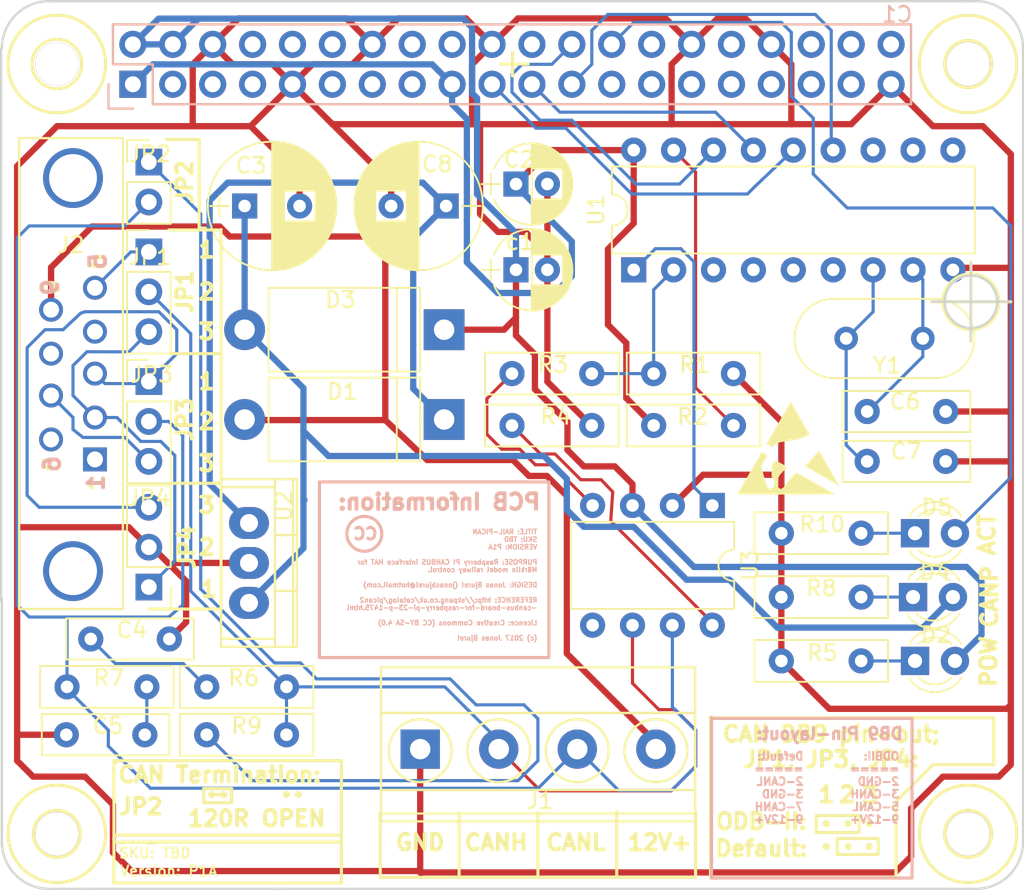
<source format=kicad_pcb>
(kicad_pcb (version 4) (host pcbnew 4.0.5)

  (general
    (links 75)
    (no_connects 0)
    (area 17.133499 16.441899 82.327501 73.091901)
    (thickness 1.6)
    (drawings 153)
    (tracks 384)
    (zones 0)
    (modules 39)
    (nets 67)
  )

  (page A4)
  (title_block
    (title RAIL-PICAN)
    (date 2017-01-20)
    (rev P1A)
    (company "Jonas Bjurel (jonasbjurel@hotmail.com)")
    (comment 1 "Raspberry PI CANBUS interface HAT ")
    (comment 2 http://skpang.co.uk/catalog/pican2-canbus-board-for-raspberry-pi-23-p-1475.html)
  )

  (layers
    (0 F.Cu signal)
    (31 B.Cu signal)
    (32 B.Adhes user)
    (33 F.Adhes user)
    (34 B.Paste user)
    (35 F.Paste user)
    (36 B.SilkS user)
    (37 F.SilkS user)
    (38 B.Mask user)
    (39 F.Mask user)
    (40 Dwgs.User user)
    (41 Cmts.User user)
    (42 Eco1.User user)
    (43 Eco2.User user)
    (44 Edge.Cuts user)
  )

  (setup
    (last_trace_width 0.2)
    (trace_clearance 0.2)
    (zone_clearance 0)
    (zone_45_only no)
    (trace_min 0.2)
    (segment_width 0.2)
    (edge_width 0.15)
    (via_size 0.889)
    (via_drill 0.381)
    (via_min_size 0.889)
    (via_min_drill 0.381)
    (uvia_size 0.508)
    (uvia_drill 0.127)
    (uvias_allowed no)
    (uvia_min_size 0.508)
    (uvia_min_drill 0.127)
    (pcb_text_width 0.3)
    (pcb_text_size 1 1)
    (mod_edge_width 0.15)
    (mod_text_size 1 1)
    (mod_text_width 0.15)
    (pad_size 2 17)
    (pad_drill 2)
    (pad_to_mask_clearance 0)
    (aux_axis_origin 0 0)
    (visible_elements 7FFFFFFF)
    (pcbplotparams
      (layerselection 0x00030_80000001)
      (usegerberextensions true)
      (excludeedgelayer true)
      (linewidth 0.200000)
      (plotframeref false)
      (viasonmask false)
      (mode 1)
      (useauxorigin false)
      (hpglpennumber 1)
      (hpglpenspeed 20)
      (hpglpendiameter 15)
      (hpglpenoverlay 2)
      (psnegative false)
      (psa4output false)
      (plotreference true)
      (plotvalue true)
      (plotinvisibletext false)
      (padsonsilk false)
      (subtractmaskfromsilk false)
      (outputformat 1)
      (mirror false)
      (drillshape 0)
      (scaleselection 1)
      (outputdirectory gerber/))
  )

  (net 0 "")
  (net 1 GND)
  (net 2 PI_5V)
  (net 3 PI_3V3)
  (net 4 "Net-(C1-Pad3)")
  (net 5 "Net-(C1-Pad5)")
  (net 6 "Net-(C1-Pad7)")
  (net 7 "Net-(C1-Pad8)")
  (net 8 "Net-(C1-Pad10)")
  (net 9 "Net-(C1-Pad11)")
  (net 10 "Net-(C1-Pad12)")
  (net 11 "Net-(C1-Pad13)")
  (net 12 "Net-(C1-Pad15)")
  (net 13 "Net-(C1-Pad16)")
  (net 14 "Net-(C1-Pad18)")
  (net 15 PI_SPI_MOSI)
  (net 16 PI_SPI_MISO)
  (net 17 "Net-(C1-Pad22)")
  (net 18 PI_SPI_SCLK)
  (net 19 ~PI_SPI_CE0)
  (net 20 "Net-(C1-Pad25)")
  (net 21 ~PI_SPI_CE1)
  (net 22 "Net-(C1-Pad27)")
  (net 23 "Net-(C1-Pad28)")
  (net 24 "Net-(C1-Pad29)")
  (net 25 "Net-(C1-Pad31)")
  (net 26 "Net-(C1-Pad32)")
  (net 27 "Net-(C1-Pad33)")
  (net 28 "Net-(C1-Pad35)")
  (net 29 "Net-(C1-Pad36)")
  (net 30 "Net-(C1-Pad37)")
  (net 31 "Net-(C1-Pad38)")
  (net 32 "Net-(C1-Pad40)")
  (net 33 "Net-(C3-Pad1)")
  (net 34 "Net-(C4-Pad1)")
  (net 35 "Net-(C5-Pad1)")
  (net 36 OSC1)
  (net 37 +12V)
  (net 38 "Net-(D2-Pad1)")
  (net 39 "Net-(D4-Pad1)")
  (net 40 "Net-(D5-Pad1)")
  (net 41 CANH)
  (net 42 CANL)
  (net 43 "Net-(J2-Pad2)")
  (net 44 "Net-(J2-Pad3)")
  (net 45 "Net-(J2-Pad4)")
  (net 46 "Net-(J2-Pad5)")
  (net 47 "Net-(J2-Pad6)")
  (net 48 "Net-(J2-Pad7)")
  (net 49 "Net-(J2-Pad8)")
  (net 50 "Net-(JP2-Pad1)")
  (net 51 "Net-(R1-Pad1)")
  (net 52 RST)
  (net 53 "Net-(R3-Pad1)")
  (net 54 "Net-(R4-Pad1)")
  (net 55 "Net-(U1-Pad1)")
  (net 56 "Net-(U1-Pad10)")
  (net 57 "Net-(U1-Pad11)")
  (net 58 "Net-(U1-Pad3)")
  (net 59 "Net-(U1-Pad12)")
  (net 60 "Net-(U1-Pad4)")
  (net 61 "Net-(U1-Pad5)")
  (net 62 "Net-(U1-Pad6)")
  (net 63 OSC2)
  (net 64 "Net-(U3-Pad5)")
  (net 65 "Net-(C8-Pad1)")
  (net 66 "Net-(J2-Pad1)")

  (net_class Default "This is the default net class."
    (clearance 0.2)
    (trace_width 0.2)
    (via_dia 0.889)
    (via_drill 0.381)
    (uvia_dia 0.508)
    (uvia_drill 0.127)
    (add_net CANH)
    (add_net CANL)
    (add_net "Net-(C1-Pad10)")
    (add_net "Net-(C1-Pad11)")
    (add_net "Net-(C1-Pad12)")
    (add_net "Net-(C1-Pad13)")
    (add_net "Net-(C1-Pad15)")
    (add_net "Net-(C1-Pad16)")
    (add_net "Net-(C1-Pad18)")
    (add_net "Net-(C1-Pad22)")
    (add_net "Net-(C1-Pad25)")
    (add_net "Net-(C1-Pad27)")
    (add_net "Net-(C1-Pad28)")
    (add_net "Net-(C1-Pad29)")
    (add_net "Net-(C1-Pad3)")
    (add_net "Net-(C1-Pad31)")
    (add_net "Net-(C1-Pad32)")
    (add_net "Net-(C1-Pad33)")
    (add_net "Net-(C1-Pad35)")
    (add_net "Net-(C1-Pad36)")
    (add_net "Net-(C1-Pad37)")
    (add_net "Net-(C1-Pad38)")
    (add_net "Net-(C1-Pad40)")
    (add_net "Net-(C1-Pad5)")
    (add_net "Net-(C1-Pad7)")
    (add_net "Net-(C1-Pad8)")
    (add_net "Net-(C4-Pad1)")
    (add_net "Net-(C5-Pad1)")
    (add_net "Net-(D2-Pad1)")
    (add_net "Net-(D4-Pad1)")
    (add_net "Net-(D5-Pad1)")
    (add_net "Net-(J2-Pad1)")
    (add_net "Net-(J2-Pad2)")
    (add_net "Net-(J2-Pad3)")
    (add_net "Net-(J2-Pad4)")
    (add_net "Net-(J2-Pad5)")
    (add_net "Net-(J2-Pad6)")
    (add_net "Net-(J2-Pad7)")
    (add_net "Net-(J2-Pad8)")
    (add_net "Net-(JP2-Pad1)")
    (add_net "Net-(R1-Pad1)")
    (add_net "Net-(R3-Pad1)")
    (add_net "Net-(R4-Pad1)")
    (add_net "Net-(U1-Pad1)")
    (add_net "Net-(U1-Pad10)")
    (add_net "Net-(U1-Pad11)")
    (add_net "Net-(U1-Pad12)")
    (add_net "Net-(U1-Pad3)")
    (add_net "Net-(U1-Pad4)")
    (add_net "Net-(U1-Pad5)")
    (add_net "Net-(U1-Pad6)")
    (add_net "Net-(U3-Pad5)")
    (add_net OSC1)
    (add_net OSC2)
    (add_net PI_SPI_MISO)
    (add_net PI_SPI_MOSI)
    (add_net PI_SPI_SCLK)
    (add_net RST)
    (add_net ~PI_SPI_CE0)
    (add_net ~PI_SPI_CE1)
  )

  (net_class 12V ""
    (clearance 0.2)
    (trace_width 0.4)
    (via_dia 0.889)
    (via_drill 0.381)
    (uvia_dia 0.508)
    (uvia_drill 0.127)
    (add_net +12V)
    (add_net "Net-(C8-Pad1)")
  )

  (net_class 3V3 ""
    (clearance 0.2)
    (trace_width 0.4)
    (via_dia 0.889)
    (via_drill 0.381)
    (uvia_dia 0.508)
    (uvia_drill 0.127)
    (add_net PI_3V3)
  )

  (net_class 5V ""
    (clearance 0.2)
    (trace_width 0.4)
    (via_dia 0.889)
    (via_drill 0.381)
    (uvia_dia 0.508)
    (uvia_drill 0.127)
    (add_net "Net-(C3-Pad1)")
    (add_net PI_5V)
  )

  (net_class GND ""
    (clearance 0.2)
    (trace_width 0.4)
    (via_dia 0.889)
    (via_drill 0.381)
    (uvia_dia 0.508)
    (uvia_drill 0.127)
    (add_net GND)
  )

  (module Power_Integrations:TO-220 (layer F.Cu) (tedit 58825AFB) (tstamp 587FFA71)
    (at 32.9819 52.2732 270)
    (descr "Non Isolated JEDEC TO-220 Package")
    (tags "Power Integration YN Package")
    (path /587F790B)
    (fp_text reference U2 (at -3.6195 -2.2225 270) (layer F.SilkS)
      (effects (font (size 1 1) (thickness 0.15)))
    )
    (fp_text value 78S05 (at 1.016 -2.286 270) (layer F.Fab)
      (effects (font (size 1 1) (thickness 0.15)))
    )
    (fp_line (start 4.826 -1.651) (end 4.826 1.778) (layer F.SilkS) (width 0.15))
    (fp_line (start -4.826 -1.651) (end -4.826 1.778) (layer F.SilkS) (width 0.15))
    (fp_line (start 5.334 -2.794) (end -5.334 -2.794) (layer F.SilkS) (width 0.15))
    (fp_line (start 1.778 -1.778) (end 1.778 -3.048) (layer F.SilkS) (width 0.15))
    (fp_line (start -1.778 -1.778) (end -1.778 -3.048) (layer F.SilkS) (width 0.15))
    (fp_line (start -5.334 -1.651) (end 5.334 -1.651) (layer F.SilkS) (width 0.15))
    (fp_line (start 5.334 1.778) (end -5.334 1.778) (layer F.SilkS) (width 0.15))
    (fp_line (start -5.334 -3.048) (end -5.334 1.778) (layer F.SilkS) (width 0.15))
    (fp_line (start 5.334 -3.048) (end 5.334 1.778) (layer F.SilkS) (width 0.15))
    (fp_line (start 5.334 -3.048) (end -5.334 -3.048) (layer F.SilkS) (width 0.15))
    (pad 2 thru_hole oval (at 0 0 270) (size 2.032 2.54) (drill 1.143) (layers *.Cu *.Mask)
      (net 1 GND))
    (pad 3 thru_hole oval (at 2.54 0 270) (size 2.032 2.54) (drill 1.143) (layers *.Cu *.Mask)
      (net 33 "Net-(C3-Pad1)"))
    (pad 1 thru_hole oval (at -2.54 0 270) (size 2.032 2.54) (drill 1.143) (layers *.Cu *.Mask)
      (net 65 "Net-(C8-Pad1)"))
  )

  (module Diodes_THT:D_DO-201_P12.70mm_Horizontal (layer F.Cu) (tedit 58825B47) (tstamp 587FF9DA)
    (at 45.4025 37.4269 180)
    (descr "D, DO-201 series, Axial, Horizontal, pin pitch=12.7mm, , length*diameter=9.53*5.21mm^2, , http://www.diodes.com/_files/packages/DO-201.pdf")
    (tags "D DO-201 series Axial Horizontal pin pitch 12.7mm  length 9.53mm diameter 5.21mm")
    (path /587E9A48)
    (fp_text reference D3 (at 6.604 1.905 180) (layer F.SilkS)
      (effects (font (size 1 1) (thickness 0.15)))
    )
    (fp_text value 1N5401 (at 6.604 -1.8415 180) (layer F.Fab)
      (effects (font (size 1 1) (thickness 0.15)))
    )
    (fp_line (start 1.585 -2.605) (end 1.585 2.605) (layer F.Fab) (width 0.1))
    (fp_line (start 1.585 2.605) (end 11.115 2.605) (layer F.Fab) (width 0.1))
    (fp_line (start 11.115 2.605) (end 11.115 -2.605) (layer F.Fab) (width 0.1))
    (fp_line (start 11.115 -2.605) (end 1.585 -2.605) (layer F.Fab) (width 0.1))
    (fp_line (start 0 0) (end 1.585 0) (layer F.Fab) (width 0.1))
    (fp_line (start 12.7 0) (end 11.115 0) (layer F.Fab) (width 0.1))
    (fp_line (start 3.0145 -2.605) (end 3.0145 2.605) (layer F.Fab) (width 0.1))
    (fp_line (start 1.525 -2.665) (end 1.525 2.665) (layer F.SilkS) (width 0.12))
    (fp_line (start 1.525 2.665) (end 11.175 2.665) (layer F.SilkS) (width 0.12))
    (fp_line (start 11.175 2.665) (end 11.175 -2.665) (layer F.SilkS) (width 0.12))
    (fp_line (start 11.175 -2.665) (end 1.525 -2.665) (layer F.SilkS) (width 0.12))
    (fp_line (start 1.48 0) (end 1.525 0) (layer F.SilkS) (width 0.12))
    (fp_line (start 11.22 0) (end 11.175 0) (layer F.SilkS) (width 0.12))
    (fp_line (start 3.0145 -2.665) (end 3.0145 2.665) (layer F.SilkS) (width 0.12))
    (fp_line (start -1.55 -2.95) (end -1.55 2.95) (layer F.CrtYd) (width 0.05))
    (fp_line (start -1.55 2.95) (end 14.25 2.95) (layer F.CrtYd) (width 0.05))
    (fp_line (start 14.25 2.95) (end 14.25 -2.95) (layer F.CrtYd) (width 0.05))
    (fp_line (start 14.25 -2.95) (end -1.55 -2.95) (layer F.CrtYd) (width 0.05))
    (pad 1 thru_hole rect (at 0 0 180) (size 2.6 2.6) (drill 1.3) (layers *.Cu *.Mask)
      (net 2 PI_5V))
    (pad 2 thru_hole oval (at 12.7 0 180) (size 2.6 2.6) (drill 1.3) (layers *.Cu *.Mask)
      (net 33 "Net-(C3-Pad1)"))
    (model Diodes_ThroughHole.3dshapes/D_DO-201_P12.70mm_Horizontal.wrl
      (at (xyz 0 0 0))
      (scale (xyz 0.393701 0.393701 0.393701))
      (rotate (xyz 0 0 0))
    )
  )

  (module Diodes_THT:D_DO-201_P12.70mm_Horizontal (layer F.Cu) (tedit 58825B3B) (tstamp 587FF9CE)
    (at 45.4025 43.1419 180)
    (descr "D, DO-201 series, Axial, Horizontal, pin pitch=12.7mm, , length*diameter=9.53*5.21mm^2, , http://www.diodes.com/_files/packages/DO-201.pdf")
    (tags "D DO-201 series Axial Horizontal pin pitch 12.7mm  length 9.53mm diameter 5.21mm")
    (path /58800A8E)
    (fp_text reference D1 (at 6.477 1.778 180) (layer F.SilkS)
      (effects (font (size 1 1) (thickness 0.15)))
    )
    (fp_text value 1N5401 (at 6.5405 -1.8415 180) (layer F.Fab)
      (effects (font (size 1 1) (thickness 0.15)))
    )
    (fp_line (start 1.585 -2.605) (end 1.585 2.605) (layer F.Fab) (width 0.1))
    (fp_line (start 1.585 2.605) (end 11.115 2.605) (layer F.Fab) (width 0.1))
    (fp_line (start 11.115 2.605) (end 11.115 -2.605) (layer F.Fab) (width 0.1))
    (fp_line (start 11.115 -2.605) (end 1.585 -2.605) (layer F.Fab) (width 0.1))
    (fp_line (start 0 0) (end 1.585 0) (layer F.Fab) (width 0.1))
    (fp_line (start 12.7 0) (end 11.115 0) (layer F.Fab) (width 0.1))
    (fp_line (start 3.0145 -2.605) (end 3.0145 2.605) (layer F.Fab) (width 0.1))
    (fp_line (start 1.525 -2.665) (end 1.525 2.665) (layer F.SilkS) (width 0.12))
    (fp_line (start 1.525 2.665) (end 11.175 2.665) (layer F.SilkS) (width 0.12))
    (fp_line (start 11.175 2.665) (end 11.175 -2.665) (layer F.SilkS) (width 0.12))
    (fp_line (start 11.175 -2.665) (end 1.525 -2.665) (layer F.SilkS) (width 0.12))
    (fp_line (start 1.48 0) (end 1.525 0) (layer F.SilkS) (width 0.12))
    (fp_line (start 11.22 0) (end 11.175 0) (layer F.SilkS) (width 0.12))
    (fp_line (start 3.0145 -2.665) (end 3.0145 2.665) (layer F.SilkS) (width 0.12))
    (fp_line (start -1.55 -2.95) (end -1.55 2.95) (layer F.CrtYd) (width 0.05))
    (fp_line (start -1.55 2.95) (end 14.25 2.95) (layer F.CrtYd) (width 0.05))
    (fp_line (start 14.25 2.95) (end 14.25 -2.95) (layer F.CrtYd) (width 0.05))
    (fp_line (start 14.25 -2.95) (end -1.55 -2.95) (layer F.CrtYd) (width 0.05))
    (pad 1 thru_hole rect (at 0 0 180) (size 2.6 2.6) (drill 1.3) (layers *.Cu *.Mask)
      (net 65 "Net-(C8-Pad1)"))
    (pad 2 thru_hole oval (at 12.7 0 180) (size 2.6 2.6) (drill 1.3) (layers *.Cu *.Mask)
      (net 37 +12V))
    (model Diodes_ThroughHole.3dshapes/D_DO-201_P12.70mm_Horizontal.wrl
      (at (xyz 0 0 0))
      (scale (xyz 0.393701 0.393701 0.393701))
      (rotate (xyz 0 0 0))
    )
  )

  (module Capacitors_THT:CP_Radial_D5.0mm_P2.00mm (layer F.Cu) (tedit 58825BD7) (tstamp 587FF978)
    (at 49.9745 33.6169)
    (descr "CP, Radial series, Radial, pin pitch=2.00mm, , diameter=5mm, Electrolytic Capacitor")
    (tags "CP Radial series Radial pin pitch 2.00mm  diameter 5mm Electrolytic Capacitor")
    (path /587C878D)
    (fp_text reference c1 (at 0.254 -1.778) (layer F.SilkS)
      (effects (font (size 1 1) (thickness 0.15)))
    )
    (fp_text value 0.1uF (at 1.016 1.5875) (layer F.Fab)
      (effects (font (size 1 1) (thickness 0.15)))
    )
    (fp_arc (start 1 0) (end -1.397436 -0.98) (angle 135.5) (layer F.SilkS) (width 0.12))
    (fp_arc (start 1 0) (end -1.397436 0.98) (angle -135.5) (layer F.SilkS) (width 0.12))
    (fp_arc (start 1 0) (end 3.397436 -0.98) (angle 44.5) (layer F.SilkS) (width 0.12))
    (fp_circle (center 1 0) (end 3.5 0) (layer F.Fab) (width 0.1))
    (fp_line (start -2.2 0) (end -1 0) (layer F.Fab) (width 0.1))
    (fp_line (start -1.6 -0.65) (end -1.6 0.65) (layer F.Fab) (width 0.1))
    (fp_line (start 1 -2.55) (end 1 2.55) (layer F.SilkS) (width 0.12))
    (fp_line (start 1.04 -2.55) (end 1.04 -0.98) (layer F.SilkS) (width 0.12))
    (fp_line (start 1.04 0.98) (end 1.04 2.55) (layer F.SilkS) (width 0.12))
    (fp_line (start 1.08 -2.549) (end 1.08 -0.98) (layer F.SilkS) (width 0.12))
    (fp_line (start 1.08 0.98) (end 1.08 2.549) (layer F.SilkS) (width 0.12))
    (fp_line (start 1.12 -2.548) (end 1.12 -0.98) (layer F.SilkS) (width 0.12))
    (fp_line (start 1.12 0.98) (end 1.12 2.548) (layer F.SilkS) (width 0.12))
    (fp_line (start 1.16 -2.546) (end 1.16 -0.98) (layer F.SilkS) (width 0.12))
    (fp_line (start 1.16 0.98) (end 1.16 2.546) (layer F.SilkS) (width 0.12))
    (fp_line (start 1.2 -2.543) (end 1.2 -0.98) (layer F.SilkS) (width 0.12))
    (fp_line (start 1.2 0.98) (end 1.2 2.543) (layer F.SilkS) (width 0.12))
    (fp_line (start 1.24 -2.539) (end 1.24 -0.98) (layer F.SilkS) (width 0.12))
    (fp_line (start 1.24 0.98) (end 1.24 2.539) (layer F.SilkS) (width 0.12))
    (fp_line (start 1.28 -2.535) (end 1.28 -0.98) (layer F.SilkS) (width 0.12))
    (fp_line (start 1.28 0.98) (end 1.28 2.535) (layer F.SilkS) (width 0.12))
    (fp_line (start 1.32 -2.531) (end 1.32 -0.98) (layer F.SilkS) (width 0.12))
    (fp_line (start 1.32 0.98) (end 1.32 2.531) (layer F.SilkS) (width 0.12))
    (fp_line (start 1.36 -2.525) (end 1.36 -0.98) (layer F.SilkS) (width 0.12))
    (fp_line (start 1.36 0.98) (end 1.36 2.525) (layer F.SilkS) (width 0.12))
    (fp_line (start 1.4 -2.519) (end 1.4 -0.98) (layer F.SilkS) (width 0.12))
    (fp_line (start 1.4 0.98) (end 1.4 2.519) (layer F.SilkS) (width 0.12))
    (fp_line (start 1.44 -2.513) (end 1.44 -0.98) (layer F.SilkS) (width 0.12))
    (fp_line (start 1.44 0.98) (end 1.44 2.513) (layer F.SilkS) (width 0.12))
    (fp_line (start 1.48 -2.506) (end 1.48 -0.98) (layer F.SilkS) (width 0.12))
    (fp_line (start 1.48 0.98) (end 1.48 2.506) (layer F.SilkS) (width 0.12))
    (fp_line (start 1.52 -2.498) (end 1.52 -0.98) (layer F.SilkS) (width 0.12))
    (fp_line (start 1.52 0.98) (end 1.52 2.498) (layer F.SilkS) (width 0.12))
    (fp_line (start 1.56 -2.489) (end 1.56 -0.98) (layer F.SilkS) (width 0.12))
    (fp_line (start 1.56 0.98) (end 1.56 2.489) (layer F.SilkS) (width 0.12))
    (fp_line (start 1.6 -2.48) (end 1.6 -0.98) (layer F.SilkS) (width 0.12))
    (fp_line (start 1.6 0.98) (end 1.6 2.48) (layer F.SilkS) (width 0.12))
    (fp_line (start 1.64 -2.47) (end 1.64 -0.98) (layer F.SilkS) (width 0.12))
    (fp_line (start 1.64 0.98) (end 1.64 2.47) (layer F.SilkS) (width 0.12))
    (fp_line (start 1.68 -2.46) (end 1.68 -0.98) (layer F.SilkS) (width 0.12))
    (fp_line (start 1.68 0.98) (end 1.68 2.46) (layer F.SilkS) (width 0.12))
    (fp_line (start 1.721 -2.448) (end 1.721 -0.98) (layer F.SilkS) (width 0.12))
    (fp_line (start 1.721 0.98) (end 1.721 2.448) (layer F.SilkS) (width 0.12))
    (fp_line (start 1.761 -2.436) (end 1.761 -0.98) (layer F.SilkS) (width 0.12))
    (fp_line (start 1.761 0.98) (end 1.761 2.436) (layer F.SilkS) (width 0.12))
    (fp_line (start 1.801 -2.424) (end 1.801 -0.98) (layer F.SilkS) (width 0.12))
    (fp_line (start 1.801 0.98) (end 1.801 2.424) (layer F.SilkS) (width 0.12))
    (fp_line (start 1.841 -2.41) (end 1.841 -0.98) (layer F.SilkS) (width 0.12))
    (fp_line (start 1.841 0.98) (end 1.841 2.41) (layer F.SilkS) (width 0.12))
    (fp_line (start 1.881 -2.396) (end 1.881 -0.98) (layer F.SilkS) (width 0.12))
    (fp_line (start 1.881 0.98) (end 1.881 2.396) (layer F.SilkS) (width 0.12))
    (fp_line (start 1.921 -2.382) (end 1.921 -0.98) (layer F.SilkS) (width 0.12))
    (fp_line (start 1.921 0.98) (end 1.921 2.382) (layer F.SilkS) (width 0.12))
    (fp_line (start 1.961 -2.366) (end 1.961 -0.98) (layer F.SilkS) (width 0.12))
    (fp_line (start 1.961 0.98) (end 1.961 2.366) (layer F.SilkS) (width 0.12))
    (fp_line (start 2.001 -2.35) (end 2.001 -0.98) (layer F.SilkS) (width 0.12))
    (fp_line (start 2.001 0.98) (end 2.001 2.35) (layer F.SilkS) (width 0.12))
    (fp_line (start 2.041 -2.333) (end 2.041 -0.98) (layer F.SilkS) (width 0.12))
    (fp_line (start 2.041 0.98) (end 2.041 2.333) (layer F.SilkS) (width 0.12))
    (fp_line (start 2.081 -2.315) (end 2.081 -0.98) (layer F.SilkS) (width 0.12))
    (fp_line (start 2.081 0.98) (end 2.081 2.315) (layer F.SilkS) (width 0.12))
    (fp_line (start 2.121 -2.296) (end 2.121 -0.98) (layer F.SilkS) (width 0.12))
    (fp_line (start 2.121 0.98) (end 2.121 2.296) (layer F.SilkS) (width 0.12))
    (fp_line (start 2.161 -2.276) (end 2.161 -0.98) (layer F.SilkS) (width 0.12))
    (fp_line (start 2.161 0.98) (end 2.161 2.276) (layer F.SilkS) (width 0.12))
    (fp_line (start 2.201 -2.256) (end 2.201 -0.98) (layer F.SilkS) (width 0.12))
    (fp_line (start 2.201 0.98) (end 2.201 2.256) (layer F.SilkS) (width 0.12))
    (fp_line (start 2.241 -2.234) (end 2.241 -0.98) (layer F.SilkS) (width 0.12))
    (fp_line (start 2.241 0.98) (end 2.241 2.234) (layer F.SilkS) (width 0.12))
    (fp_line (start 2.281 -2.212) (end 2.281 -0.98) (layer F.SilkS) (width 0.12))
    (fp_line (start 2.281 0.98) (end 2.281 2.212) (layer F.SilkS) (width 0.12))
    (fp_line (start 2.321 -2.189) (end 2.321 -0.98) (layer F.SilkS) (width 0.12))
    (fp_line (start 2.321 0.98) (end 2.321 2.189) (layer F.SilkS) (width 0.12))
    (fp_line (start 2.361 -2.165) (end 2.361 -0.98) (layer F.SilkS) (width 0.12))
    (fp_line (start 2.361 0.98) (end 2.361 2.165) (layer F.SilkS) (width 0.12))
    (fp_line (start 2.401 -2.14) (end 2.401 -0.98) (layer F.SilkS) (width 0.12))
    (fp_line (start 2.401 0.98) (end 2.401 2.14) (layer F.SilkS) (width 0.12))
    (fp_line (start 2.441 -2.113) (end 2.441 -0.98) (layer F.SilkS) (width 0.12))
    (fp_line (start 2.441 0.98) (end 2.441 2.113) (layer F.SilkS) (width 0.12))
    (fp_line (start 2.481 -2.086) (end 2.481 -0.98) (layer F.SilkS) (width 0.12))
    (fp_line (start 2.481 0.98) (end 2.481 2.086) (layer F.SilkS) (width 0.12))
    (fp_line (start 2.521 -2.058) (end 2.521 -0.98) (layer F.SilkS) (width 0.12))
    (fp_line (start 2.521 0.98) (end 2.521 2.058) (layer F.SilkS) (width 0.12))
    (fp_line (start 2.561 -2.028) (end 2.561 -0.98) (layer F.SilkS) (width 0.12))
    (fp_line (start 2.561 0.98) (end 2.561 2.028) (layer F.SilkS) (width 0.12))
    (fp_line (start 2.601 -1.997) (end 2.601 -0.98) (layer F.SilkS) (width 0.12))
    (fp_line (start 2.601 0.98) (end 2.601 1.997) (layer F.SilkS) (width 0.12))
    (fp_line (start 2.641 -1.965) (end 2.641 -0.98) (layer F.SilkS) (width 0.12))
    (fp_line (start 2.641 0.98) (end 2.641 1.965) (layer F.SilkS) (width 0.12))
    (fp_line (start 2.681 -1.932) (end 2.681 -0.98) (layer F.SilkS) (width 0.12))
    (fp_line (start 2.681 0.98) (end 2.681 1.932) (layer F.SilkS) (width 0.12))
    (fp_line (start 2.721 -1.897) (end 2.721 -0.98) (layer F.SilkS) (width 0.12))
    (fp_line (start 2.721 0.98) (end 2.721 1.897) (layer F.SilkS) (width 0.12))
    (fp_line (start 2.761 -1.861) (end 2.761 -0.98) (layer F.SilkS) (width 0.12))
    (fp_line (start 2.761 0.98) (end 2.761 1.861) (layer F.SilkS) (width 0.12))
    (fp_line (start 2.801 -1.823) (end 2.801 -0.98) (layer F.SilkS) (width 0.12))
    (fp_line (start 2.801 0.98) (end 2.801 1.823) (layer F.SilkS) (width 0.12))
    (fp_line (start 2.841 -1.783) (end 2.841 -0.98) (layer F.SilkS) (width 0.12))
    (fp_line (start 2.841 0.98) (end 2.841 1.783) (layer F.SilkS) (width 0.12))
    (fp_line (start 2.881 -1.742) (end 2.881 -0.98) (layer F.SilkS) (width 0.12))
    (fp_line (start 2.881 0.98) (end 2.881 1.742) (layer F.SilkS) (width 0.12))
    (fp_line (start 2.921 -1.699) (end 2.921 -0.98) (layer F.SilkS) (width 0.12))
    (fp_line (start 2.921 0.98) (end 2.921 1.699) (layer F.SilkS) (width 0.12))
    (fp_line (start 2.961 -1.654) (end 2.961 -0.98) (layer F.SilkS) (width 0.12))
    (fp_line (start 2.961 0.98) (end 2.961 1.654) (layer F.SilkS) (width 0.12))
    (fp_line (start 3.001 -1.606) (end 3.001 1.606) (layer F.SilkS) (width 0.12))
    (fp_line (start 3.041 -1.556) (end 3.041 1.556) (layer F.SilkS) (width 0.12))
    (fp_line (start 3.081 -1.504) (end 3.081 1.504) (layer F.SilkS) (width 0.12))
    (fp_line (start 3.121 -1.448) (end 3.121 1.448) (layer F.SilkS) (width 0.12))
    (fp_line (start 3.161 -1.39) (end 3.161 1.39) (layer F.SilkS) (width 0.12))
    (fp_line (start 3.201 -1.327) (end 3.201 1.327) (layer F.SilkS) (width 0.12))
    (fp_line (start 3.241 -1.261) (end 3.241 1.261) (layer F.SilkS) (width 0.12))
    (fp_line (start 3.281 -1.189) (end 3.281 1.189) (layer F.SilkS) (width 0.12))
    (fp_line (start 3.321 -1.112) (end 3.321 1.112) (layer F.SilkS) (width 0.12))
    (fp_line (start 3.361 -1.028) (end 3.361 1.028) (layer F.SilkS) (width 0.12))
    (fp_line (start 3.401 -0.934) (end 3.401 0.934) (layer F.SilkS) (width 0.12))
    (fp_line (start 3.441 -0.829) (end 3.441 0.829) (layer F.SilkS) (width 0.12))
    (fp_line (start 3.481 -0.707) (end 3.481 0.707) (layer F.SilkS) (width 0.12))
    (fp_line (start 3.521 -0.559) (end 3.521 0.559) (layer F.SilkS) (width 0.12))
    (fp_line (start 3.561 -0.354) (end 3.561 0.354) (layer F.SilkS) (width 0.12))
    (fp_line (start -2.2 0) (end -1 0) (layer F.SilkS) (width 0.12))
    (fp_line (start -1.6 -0.65) (end -1.6 0.65) (layer F.SilkS) (width 0.12))
    (fp_line (start -1.85 -2.85) (end -1.85 2.85) (layer F.CrtYd) (width 0.05))
    (fp_line (start -1.85 2.85) (end 3.85 2.85) (layer F.CrtYd) (width 0.05))
    (fp_line (start 3.85 2.85) (end 3.85 -2.85) (layer F.CrtYd) (width 0.05))
    (fp_line (start 3.85 -2.85) (end -1.85 -2.85) (layer F.CrtYd) (width 0.05))
    (pad 1 thru_hole rect (at 0 0) (size 1.6 1.6) (drill 0.8) (layers *.Cu *.Mask)
      (net 2 PI_5V))
    (pad 2 thru_hole circle (at 2 0) (size 1.6 1.6) (drill 0.8) (layers *.Cu *.Mask)
      (net 1 GND))
    (model Capacitors_ThroughHole.3dshapes/CP_Radial_D5.0mm_P2.00mm.wrl
      (at (xyz 0 0 0))
      (scale (xyz 0.393701 0.393701 0.393701))
      (rotate (xyz 0 0 0))
    )
  )

  (module Capacitors_THT:CP_Radial_D8.0mm_P3.50mm (layer F.Cu) (tedit 5882888C) (tstamp 587FF9B0)
    (at 32.7025 29.5529)
    (descr "CP, Radial series, Radial, pin pitch=3.50mm, , diameter=8mm, Electrolytic Capacitor")
    (tags "CP Radial series Radial pin pitch 3.50mm  diameter 8mm Electrolytic Capacitor")
    (path /587C9275)
    (fp_text reference C3 (at 0.4064 -2.5781) (layer F.SilkS)
      (effects (font (size 1 1) (thickness 0.15)))
    )
    (fp_text value 47uF (at 1.778 3.1115) (layer F.Fab)
      (effects (font (size 1 1) (thickness 0.15)))
    )
    (fp_circle (center 1.75 0) (end 5.75 0) (layer F.Fab) (width 0.1))
    (fp_circle (center 1.75 0) (end 5.84 0) (layer F.SilkS) (width 0.12))
    (fp_line (start -2.2 0) (end -1 0) (layer F.Fab) (width 0.1))
    (fp_line (start -1.6 -0.65) (end -1.6 0.65) (layer F.Fab) (width 0.1))
    (fp_line (start 1.75 -4.05) (end 1.75 4.05) (layer F.SilkS) (width 0.12))
    (fp_line (start 1.79 -4.05) (end 1.79 4.05) (layer F.SilkS) (width 0.12))
    (fp_line (start 1.83 -4.05) (end 1.83 4.05) (layer F.SilkS) (width 0.12))
    (fp_line (start 1.87 -4.049) (end 1.87 4.049) (layer F.SilkS) (width 0.12))
    (fp_line (start 1.91 -4.047) (end 1.91 4.047) (layer F.SilkS) (width 0.12))
    (fp_line (start 1.95 -4.046) (end 1.95 4.046) (layer F.SilkS) (width 0.12))
    (fp_line (start 1.99 -4.043) (end 1.99 4.043) (layer F.SilkS) (width 0.12))
    (fp_line (start 2.03 -4.041) (end 2.03 4.041) (layer F.SilkS) (width 0.12))
    (fp_line (start 2.07 -4.038) (end 2.07 4.038) (layer F.SilkS) (width 0.12))
    (fp_line (start 2.11 -4.035) (end 2.11 4.035) (layer F.SilkS) (width 0.12))
    (fp_line (start 2.15 -4.031) (end 2.15 4.031) (layer F.SilkS) (width 0.12))
    (fp_line (start 2.19 -4.027) (end 2.19 4.027) (layer F.SilkS) (width 0.12))
    (fp_line (start 2.23 -4.022) (end 2.23 4.022) (layer F.SilkS) (width 0.12))
    (fp_line (start 2.27 -4.017) (end 2.27 4.017) (layer F.SilkS) (width 0.12))
    (fp_line (start 2.31 -4.012) (end 2.31 4.012) (layer F.SilkS) (width 0.12))
    (fp_line (start 2.35 -4.006) (end 2.35 4.006) (layer F.SilkS) (width 0.12))
    (fp_line (start 2.39 -4) (end 2.39 4) (layer F.SilkS) (width 0.12))
    (fp_line (start 2.43 -3.994) (end 2.43 3.994) (layer F.SilkS) (width 0.12))
    (fp_line (start 2.471 -3.987) (end 2.471 3.987) (layer F.SilkS) (width 0.12))
    (fp_line (start 2.511 -3.979) (end 2.511 3.979) (layer F.SilkS) (width 0.12))
    (fp_line (start 2.551 -3.971) (end 2.551 -0.98) (layer F.SilkS) (width 0.12))
    (fp_line (start 2.551 0.98) (end 2.551 3.971) (layer F.SilkS) (width 0.12))
    (fp_line (start 2.591 -3.963) (end 2.591 -0.98) (layer F.SilkS) (width 0.12))
    (fp_line (start 2.591 0.98) (end 2.591 3.963) (layer F.SilkS) (width 0.12))
    (fp_line (start 2.631 -3.955) (end 2.631 -0.98) (layer F.SilkS) (width 0.12))
    (fp_line (start 2.631 0.98) (end 2.631 3.955) (layer F.SilkS) (width 0.12))
    (fp_line (start 2.671 -3.946) (end 2.671 -0.98) (layer F.SilkS) (width 0.12))
    (fp_line (start 2.671 0.98) (end 2.671 3.946) (layer F.SilkS) (width 0.12))
    (fp_line (start 2.711 -3.936) (end 2.711 -0.98) (layer F.SilkS) (width 0.12))
    (fp_line (start 2.711 0.98) (end 2.711 3.936) (layer F.SilkS) (width 0.12))
    (fp_line (start 2.751 -3.926) (end 2.751 -0.98) (layer F.SilkS) (width 0.12))
    (fp_line (start 2.751 0.98) (end 2.751 3.926) (layer F.SilkS) (width 0.12))
    (fp_line (start 2.791 -3.916) (end 2.791 -0.98) (layer F.SilkS) (width 0.12))
    (fp_line (start 2.791 0.98) (end 2.791 3.916) (layer F.SilkS) (width 0.12))
    (fp_line (start 2.831 -3.905) (end 2.831 -0.98) (layer F.SilkS) (width 0.12))
    (fp_line (start 2.831 0.98) (end 2.831 3.905) (layer F.SilkS) (width 0.12))
    (fp_line (start 2.871 -3.894) (end 2.871 -0.98) (layer F.SilkS) (width 0.12))
    (fp_line (start 2.871 0.98) (end 2.871 3.894) (layer F.SilkS) (width 0.12))
    (fp_line (start 2.911 -3.883) (end 2.911 -0.98) (layer F.SilkS) (width 0.12))
    (fp_line (start 2.911 0.98) (end 2.911 3.883) (layer F.SilkS) (width 0.12))
    (fp_line (start 2.951 -3.87) (end 2.951 -0.98) (layer F.SilkS) (width 0.12))
    (fp_line (start 2.951 0.98) (end 2.951 3.87) (layer F.SilkS) (width 0.12))
    (fp_line (start 2.991 -3.858) (end 2.991 -0.98) (layer F.SilkS) (width 0.12))
    (fp_line (start 2.991 0.98) (end 2.991 3.858) (layer F.SilkS) (width 0.12))
    (fp_line (start 3.031 -3.845) (end 3.031 -0.98) (layer F.SilkS) (width 0.12))
    (fp_line (start 3.031 0.98) (end 3.031 3.845) (layer F.SilkS) (width 0.12))
    (fp_line (start 3.071 -3.832) (end 3.071 -0.98) (layer F.SilkS) (width 0.12))
    (fp_line (start 3.071 0.98) (end 3.071 3.832) (layer F.SilkS) (width 0.12))
    (fp_line (start 3.111 -3.818) (end 3.111 -0.98) (layer F.SilkS) (width 0.12))
    (fp_line (start 3.111 0.98) (end 3.111 3.818) (layer F.SilkS) (width 0.12))
    (fp_line (start 3.151 -3.803) (end 3.151 -0.98) (layer F.SilkS) (width 0.12))
    (fp_line (start 3.151 0.98) (end 3.151 3.803) (layer F.SilkS) (width 0.12))
    (fp_line (start 3.191 -3.789) (end 3.191 -0.98) (layer F.SilkS) (width 0.12))
    (fp_line (start 3.191 0.98) (end 3.191 3.789) (layer F.SilkS) (width 0.12))
    (fp_line (start 3.231 -3.773) (end 3.231 -0.98) (layer F.SilkS) (width 0.12))
    (fp_line (start 3.231 0.98) (end 3.231 3.773) (layer F.SilkS) (width 0.12))
    (fp_line (start 3.271 -3.758) (end 3.271 -0.98) (layer F.SilkS) (width 0.12))
    (fp_line (start 3.271 0.98) (end 3.271 3.758) (layer F.SilkS) (width 0.12))
    (fp_line (start 3.311 -3.741) (end 3.311 -0.98) (layer F.SilkS) (width 0.12))
    (fp_line (start 3.311 0.98) (end 3.311 3.741) (layer F.SilkS) (width 0.12))
    (fp_line (start 3.351 -3.725) (end 3.351 -0.98) (layer F.SilkS) (width 0.12))
    (fp_line (start 3.351 0.98) (end 3.351 3.725) (layer F.SilkS) (width 0.12))
    (fp_line (start 3.391 -3.707) (end 3.391 -0.98) (layer F.SilkS) (width 0.12))
    (fp_line (start 3.391 0.98) (end 3.391 3.707) (layer F.SilkS) (width 0.12))
    (fp_line (start 3.431 -3.69) (end 3.431 -0.98) (layer F.SilkS) (width 0.12))
    (fp_line (start 3.431 0.98) (end 3.431 3.69) (layer F.SilkS) (width 0.12))
    (fp_line (start 3.471 -3.671) (end 3.471 -0.98) (layer F.SilkS) (width 0.12))
    (fp_line (start 3.471 0.98) (end 3.471 3.671) (layer F.SilkS) (width 0.12))
    (fp_line (start 3.511 -3.652) (end 3.511 -0.98) (layer F.SilkS) (width 0.12))
    (fp_line (start 3.511 0.98) (end 3.511 3.652) (layer F.SilkS) (width 0.12))
    (fp_line (start 3.551 -3.633) (end 3.551 -0.98) (layer F.SilkS) (width 0.12))
    (fp_line (start 3.551 0.98) (end 3.551 3.633) (layer F.SilkS) (width 0.12))
    (fp_line (start 3.591 -3.613) (end 3.591 -0.98) (layer F.SilkS) (width 0.12))
    (fp_line (start 3.591 0.98) (end 3.591 3.613) (layer F.SilkS) (width 0.12))
    (fp_line (start 3.631 -3.593) (end 3.631 -0.98) (layer F.SilkS) (width 0.12))
    (fp_line (start 3.631 0.98) (end 3.631 3.593) (layer F.SilkS) (width 0.12))
    (fp_line (start 3.671 -3.572) (end 3.671 -0.98) (layer F.SilkS) (width 0.12))
    (fp_line (start 3.671 0.98) (end 3.671 3.572) (layer F.SilkS) (width 0.12))
    (fp_line (start 3.711 -3.55) (end 3.711 -0.98) (layer F.SilkS) (width 0.12))
    (fp_line (start 3.711 0.98) (end 3.711 3.55) (layer F.SilkS) (width 0.12))
    (fp_line (start 3.751 -3.528) (end 3.751 -0.98) (layer F.SilkS) (width 0.12))
    (fp_line (start 3.751 0.98) (end 3.751 3.528) (layer F.SilkS) (width 0.12))
    (fp_line (start 3.791 -3.505) (end 3.791 -0.98) (layer F.SilkS) (width 0.12))
    (fp_line (start 3.791 0.98) (end 3.791 3.505) (layer F.SilkS) (width 0.12))
    (fp_line (start 3.831 -3.482) (end 3.831 -0.98) (layer F.SilkS) (width 0.12))
    (fp_line (start 3.831 0.98) (end 3.831 3.482) (layer F.SilkS) (width 0.12))
    (fp_line (start 3.871 -3.458) (end 3.871 -0.98) (layer F.SilkS) (width 0.12))
    (fp_line (start 3.871 0.98) (end 3.871 3.458) (layer F.SilkS) (width 0.12))
    (fp_line (start 3.911 -3.434) (end 3.911 -0.98) (layer F.SilkS) (width 0.12))
    (fp_line (start 3.911 0.98) (end 3.911 3.434) (layer F.SilkS) (width 0.12))
    (fp_line (start 3.951 -3.408) (end 3.951 -0.98) (layer F.SilkS) (width 0.12))
    (fp_line (start 3.951 0.98) (end 3.951 3.408) (layer F.SilkS) (width 0.12))
    (fp_line (start 3.991 -3.383) (end 3.991 -0.98) (layer F.SilkS) (width 0.12))
    (fp_line (start 3.991 0.98) (end 3.991 3.383) (layer F.SilkS) (width 0.12))
    (fp_line (start 4.031 -3.356) (end 4.031 -0.98) (layer F.SilkS) (width 0.12))
    (fp_line (start 4.031 0.98) (end 4.031 3.356) (layer F.SilkS) (width 0.12))
    (fp_line (start 4.071 -3.329) (end 4.071 -0.98) (layer F.SilkS) (width 0.12))
    (fp_line (start 4.071 0.98) (end 4.071 3.329) (layer F.SilkS) (width 0.12))
    (fp_line (start 4.111 -3.301) (end 4.111 -0.98) (layer F.SilkS) (width 0.12))
    (fp_line (start 4.111 0.98) (end 4.111 3.301) (layer F.SilkS) (width 0.12))
    (fp_line (start 4.151 -3.272) (end 4.151 -0.98) (layer F.SilkS) (width 0.12))
    (fp_line (start 4.151 0.98) (end 4.151 3.272) (layer F.SilkS) (width 0.12))
    (fp_line (start 4.191 -3.243) (end 4.191 -0.98) (layer F.SilkS) (width 0.12))
    (fp_line (start 4.191 0.98) (end 4.191 3.243) (layer F.SilkS) (width 0.12))
    (fp_line (start 4.231 -3.213) (end 4.231 -0.98) (layer F.SilkS) (width 0.12))
    (fp_line (start 4.231 0.98) (end 4.231 3.213) (layer F.SilkS) (width 0.12))
    (fp_line (start 4.271 -3.182) (end 4.271 -0.98) (layer F.SilkS) (width 0.12))
    (fp_line (start 4.271 0.98) (end 4.271 3.182) (layer F.SilkS) (width 0.12))
    (fp_line (start 4.311 -3.15) (end 4.311 -0.98) (layer F.SilkS) (width 0.12))
    (fp_line (start 4.311 0.98) (end 4.311 3.15) (layer F.SilkS) (width 0.12))
    (fp_line (start 4.351 -3.118) (end 4.351 -0.98) (layer F.SilkS) (width 0.12))
    (fp_line (start 4.351 0.98) (end 4.351 3.118) (layer F.SilkS) (width 0.12))
    (fp_line (start 4.391 -3.084) (end 4.391 -0.98) (layer F.SilkS) (width 0.12))
    (fp_line (start 4.391 0.98) (end 4.391 3.084) (layer F.SilkS) (width 0.12))
    (fp_line (start 4.431 -3.05) (end 4.431 -0.98) (layer F.SilkS) (width 0.12))
    (fp_line (start 4.431 0.98) (end 4.431 3.05) (layer F.SilkS) (width 0.12))
    (fp_line (start 4.471 -3.015) (end 4.471 -0.98) (layer F.SilkS) (width 0.12))
    (fp_line (start 4.471 0.98) (end 4.471 3.015) (layer F.SilkS) (width 0.12))
    (fp_line (start 4.511 -2.979) (end 4.511 2.979) (layer F.SilkS) (width 0.12))
    (fp_line (start 4.551 -2.942) (end 4.551 2.942) (layer F.SilkS) (width 0.12))
    (fp_line (start 4.591 -2.904) (end 4.591 2.904) (layer F.SilkS) (width 0.12))
    (fp_line (start 4.631 -2.865) (end 4.631 2.865) (layer F.SilkS) (width 0.12))
    (fp_line (start 4.671 -2.824) (end 4.671 2.824) (layer F.SilkS) (width 0.12))
    (fp_line (start 4.711 -2.783) (end 4.711 2.783) (layer F.SilkS) (width 0.12))
    (fp_line (start 4.751 -2.74) (end 4.751 2.74) (layer F.SilkS) (width 0.12))
    (fp_line (start 4.791 -2.697) (end 4.791 2.697) (layer F.SilkS) (width 0.12))
    (fp_line (start 4.831 -2.652) (end 4.831 2.652) (layer F.SilkS) (width 0.12))
    (fp_line (start 4.871 -2.605) (end 4.871 2.605) (layer F.SilkS) (width 0.12))
    (fp_line (start 4.911 -2.557) (end 4.911 2.557) (layer F.SilkS) (width 0.12))
    (fp_line (start 4.951 -2.508) (end 4.951 2.508) (layer F.SilkS) (width 0.12))
    (fp_line (start 4.991 -2.457) (end 4.991 2.457) (layer F.SilkS) (width 0.12))
    (fp_line (start 5.031 -2.404) (end 5.031 2.404) (layer F.SilkS) (width 0.12))
    (fp_line (start 5.071 -2.349) (end 5.071 2.349) (layer F.SilkS) (width 0.12))
    (fp_line (start 5.111 -2.293) (end 5.111 2.293) (layer F.SilkS) (width 0.12))
    (fp_line (start 5.151 -2.234) (end 5.151 2.234) (layer F.SilkS) (width 0.12))
    (fp_line (start 5.191 -2.173) (end 5.191 2.173) (layer F.SilkS) (width 0.12))
    (fp_line (start 5.231 -2.109) (end 5.231 2.109) (layer F.SilkS) (width 0.12))
    (fp_line (start 5.271 -2.043) (end 5.271 2.043) (layer F.SilkS) (width 0.12))
    (fp_line (start 5.311 -1.974) (end 5.311 1.974) (layer F.SilkS) (width 0.12))
    (fp_line (start 5.351 -1.902) (end 5.351 1.902) (layer F.SilkS) (width 0.12))
    (fp_line (start 5.391 -1.826) (end 5.391 1.826) (layer F.SilkS) (width 0.12))
    (fp_line (start 5.431 -1.745) (end 5.431 1.745) (layer F.SilkS) (width 0.12))
    (fp_line (start 5.471 -1.66) (end 5.471 1.66) (layer F.SilkS) (width 0.12))
    (fp_line (start 5.511 -1.57) (end 5.511 1.57) (layer F.SilkS) (width 0.12))
    (fp_line (start 5.551 -1.473) (end 5.551 1.473) (layer F.SilkS) (width 0.12))
    (fp_line (start 5.591 -1.369) (end 5.591 1.369) (layer F.SilkS) (width 0.12))
    (fp_line (start 5.631 -1.254) (end 5.631 1.254) (layer F.SilkS) (width 0.12))
    (fp_line (start 5.671 -1.127) (end 5.671 1.127) (layer F.SilkS) (width 0.12))
    (fp_line (start 5.711 -0.983) (end 5.711 0.983) (layer F.SilkS) (width 0.12))
    (fp_line (start 5.751 -0.814) (end 5.751 0.814) (layer F.SilkS) (width 0.12))
    (fp_line (start 5.791 -0.598) (end 5.791 0.598) (layer F.SilkS) (width 0.12))
    (fp_line (start 5.831 -0.246) (end 5.831 0.246) (layer F.SilkS) (width 0.12))
    (fp_line (start -2.2 0) (end -1 0) (layer F.SilkS) (width 0.12))
    (fp_line (start -1.6 -0.65) (end -1.6 0.65) (layer F.SilkS) (width 0.12))
    (fp_line (start -2.6 -4.35) (end -2.6 4.35) (layer F.CrtYd) (width 0.05))
    (fp_line (start -2.6 4.35) (end 6.1 4.35) (layer F.CrtYd) (width 0.05))
    (fp_line (start 6.1 4.35) (end 6.1 -4.35) (layer F.CrtYd) (width 0.05))
    (fp_line (start 6.1 -4.35) (end -2.6 -4.35) (layer F.CrtYd) (width 0.05))
    (pad 1 thru_hole rect (at 0 0) (size 1.6 1.6) (drill 0.8) (layers *.Cu *.Mask)
      (net 33 "Net-(C3-Pad1)"))
    (pad 2 thru_hole circle (at 3.5 0) (size 1.6 1.6) (drill 0.8) (layers *.Cu *.Mask)
      (net 1 GND))
    (model Capacitors_ThroughHole.3dshapes/CP_Radial_D8.0mm_P3.50mm.wrl
      (at (xyz 0 0 0))
      (scale (xyz 0.393701 0.393701 0.393701))
      (rotate (xyz 0 0 0))
    )
  )

  (module Connectors_Terminal_Blocks:TerminalBlock_Pheonix_MKDS1.5-4pol (layer F.Cu) (tedit 58825A81) (tstamp 587FF9EE)
    (at 43.8785 64.1223)
    (descr "4-way 5mm pitch terminal block, Phoenix MKDS series")
    (path /5882A093)
    (fp_text reference J1 (at 7.62 3.302) (layer F.SilkS)
      (effects (font (size 1 1) (thickness 0.15)))
    )
    (fp_text value Screw_Terminal_1x04 (at 7.4295 -3.8735) (layer F.Fab)
      (effects (font (size 1 1) (thickness 0.15)))
    )
    (fp_line (start -2.7 -5.4) (end 17.7 -5.4) (layer F.CrtYd) (width 0.05))
    (fp_line (start -2.7 4.8) (end -2.7 -5.4) (layer F.CrtYd) (width 0.05))
    (fp_line (start 17.7 4.8) (end -2.7 4.8) (layer F.CrtYd) (width 0.05))
    (fp_line (start 17.7 -5.4) (end 17.7 4.8) (layer F.CrtYd) (width 0.05))
    (fp_line (start 12.5 4.1) (end 12.5 4.6) (layer F.SilkS) (width 0.15))
    (fp_circle (center 15 0.1) (end 13 0.1) (layer F.SilkS) (width 0.15))
    (fp_circle (center 10 0.1) (end 8 0.1) (layer F.SilkS) (width 0.15))
    (fp_line (start 7.5 4.1) (end 7.5 4.6) (layer F.SilkS) (width 0.15))
    (fp_line (start 2.5 4.1) (end 2.5 4.6) (layer F.SilkS) (width 0.15))
    (fp_circle (center 5 0.1) (end 3 0.1) (layer F.SilkS) (width 0.15))
    (fp_circle (center 0 0.1) (end 2 0.1) (layer F.SilkS) (width 0.15))
    (fp_line (start -2.5 2.6) (end 17.5 2.6) (layer F.SilkS) (width 0.15))
    (fp_line (start -2.5 -2.3) (end 17.5 -2.3) (layer F.SilkS) (width 0.15))
    (fp_line (start -2.5 4.1) (end 17.5 4.1) (layer F.SilkS) (width 0.15))
    (fp_line (start -2.5 4.6) (end 17.5 4.6) (layer F.SilkS) (width 0.15))
    (fp_line (start 17.5 4.6) (end 17.5 -5.2) (layer F.SilkS) (width 0.15))
    (fp_line (start 17.5 -5.2) (end -2.5 -5.2) (layer F.SilkS) (width 0.15))
    (fp_line (start -2.5 -5.2) (end -2.5 4.6) (layer F.SilkS) (width 0.15))
    (pad 4 thru_hole circle (at 15 0) (size 2.5 2.5) (drill 1.3) (layers *.Cu *.Mask)
      (net 37 +12V))
    (pad 3 thru_hole circle (at 10 0) (size 2.5 2.5) (drill 1.3) (layers *.Cu *.Mask)
      (net 41 CANH))
    (pad 1 thru_hole rect (at 0 0) (size 2.5 2.5) (drill 1.3) (layers *.Cu *.Mask)
      (net 1 GND))
    (pad 2 thru_hole circle (at 5 0) (size 2.5 2.5) (drill 1.3) (layers *.Cu *.Mask)
      (net 42 CANL))
    (model Terminal_Blocks.3dshapes/TerminalBlock_Pheonix_MKDS1.5-4pol.wrl
      (at (xyz 0.2953 0 0))
      (scale (xyz 1 1 1))
      (rotate (xyz 0 0 0))
    )
  )

  (module dsk-drill-rpi-hat (layer F.Cu) (tedit 54F0E960) (tstamp 54F3485B)
    (at 20.7525 69.5169)
    (path /54F33B0B)
    (fp_text reference H1 (at 0 2.5) (layer F.SilkS) hide
      (effects (font (size 1 1) (thickness 0.15)))
    )
    (fp_text value DRILL (at 0 4) (layer F.SilkS) hide
      (effects (font (size 1 1) (thickness 0.15)))
    )
    (pad 1 thru_hole circle (at 0 0) (size 2.75 2.75) (drill 2.75) (layers *.Cu)
      (solder_mask_margin 1.725) (clearance 1.725) (zone_connect 0))
  )

  (module dsk-drill-rpi-hat (layer F.Cu) (tedit 54F0E960) (tstamp 54F34860)
    (at 78.7525 69.5169)
    (path /54F33B0C)
    (fp_text reference H2 (at 0 2.5) (layer F.SilkS) hide
      (effects (font (size 1 1) (thickness 0.15)))
    )
    (fp_text value DRILL (at 0 4) (layer F.SilkS) hide
      (effects (font (size 1 1) (thickness 0.15)))
    )
    (pad 1 thru_hole circle (at 0 0) (size 2.75 2.75) (drill 2.75) (layers *.Cu)
      (solder_mask_margin 1.725) (clearance 1.725) (zone_connect 0))
  )

  (module dsk-drill-rpi-hat (layer F.Cu) (tedit 54F0E960) (tstamp 54F34865)
    (at 78.7525 20.5169)
    (path /54F33B0E)
    (fp_text reference H4 (at 0 2.5) (layer F.SilkS) hide
      (effects (font (size 1 1) (thickness 0.15)))
    )
    (fp_text value DRILL (at 0 4) (layer F.SilkS) hide
      (effects (font (size 1 1) (thickness 0.15)))
    )
    (pad 1 thru_hole circle (at 0 0) (size 2.75 2.75) (drill 2.75) (layers *.Cu)
      (solder_mask_margin 1.725) (clearance 1.725) (zone_connect 0))
  )

  (module dsk-drill-rpi-hat (layer F.Cu) (tedit 54F0E960) (tstamp 54F3486A)
    (at 20.7525 20.5169)
    (path /54F33B0D)
    (fp_text reference H3 (at 0 2.5) (layer F.SilkS) hide
      (effects (font (size 1 1) (thickness 0.15)))
    )
    (fp_text value DRILL (at 0 4) (layer F.SilkS) hide
      (effects (font (size 1 1) (thickness 0.15)))
    )
    (pad 1 thru_hole circle (at 0 0) (size 2.75 2.75) (drill 2.75) (layers *.Cu)
      (solder_mask_margin 1.725) (clearance 1.725) (zone_connect 0))
  )

  (module Socket_Strips:Socket_Strip_Straight_2x20 (layer B.Cu) (tedit 58825EF3) (tstamp 587FF9A4)
    (at 25.5905 21.8059)
    (descr "Through hole socket strip")
    (tags "socket strip")
    (path /587A84D7)
    (fp_text reference C1 (at 48.641 -4.445) (layer B.SilkS)
      (effects (font (size 1 1) (thickness 0.15)) (justify mirror))
    )
    (fp_text value CONN_02X20 (at 44.958 2.159) (layer B.Fab)
      (effects (font (size 1 1) (thickness 0.15)) (justify mirror))
    )
    (fp_line (start -1.75 1.75) (end -1.75 -4.3) (layer B.CrtYd) (width 0.05))
    (fp_line (start 50.05 1.75) (end 50.05 -4.3) (layer B.CrtYd) (width 0.05))
    (fp_line (start -1.75 1.75) (end 50.05 1.75) (layer B.CrtYd) (width 0.05))
    (fp_line (start -1.75 -4.3) (end 50.05 -4.3) (layer B.CrtYd) (width 0.05))
    (fp_line (start 49.53 -3.81) (end -1.27 -3.81) (layer B.SilkS) (width 0.15))
    (fp_line (start 1.27 1.27) (end 49.53 1.27) (layer B.SilkS) (width 0.15))
    (fp_line (start 49.53 -3.81) (end 49.53 1.27) (layer B.SilkS) (width 0.15))
    (fp_line (start -1.27 -3.81) (end -1.27 -1.27) (layer B.SilkS) (width 0.15))
    (fp_line (start 0 1.55) (end -1.55 1.55) (layer B.SilkS) (width 0.15))
    (fp_line (start -1.27 -1.27) (end 1.27 -1.27) (layer B.SilkS) (width 0.15))
    (fp_line (start 1.27 -1.27) (end 1.27 1.27) (layer B.SilkS) (width 0.15))
    (fp_line (start -1.55 1.55) (end -1.55 0) (layer B.SilkS) (width 0.15))
    (pad 1 thru_hole rect (at 0 0) (size 1.7272 1.7272) (drill 1.016) (layers *.Cu *.Mask)
      (net 3 PI_3V3))
    (pad 2 thru_hole oval (at 0 -2.54) (size 1.7272 1.7272) (drill 1.016) (layers *.Cu *.Mask)
      (net 2 PI_5V))
    (pad 3 thru_hole oval (at 2.54 0) (size 1.7272 1.7272) (drill 1.016) (layers *.Cu *.Mask)
      (net 4 "Net-(C1-Pad3)"))
    (pad 4 thru_hole oval (at 2.54 -2.54) (size 1.7272 1.7272) (drill 1.016) (layers *.Cu *.Mask)
      (net 2 PI_5V))
    (pad 5 thru_hole oval (at 5.08 0) (size 1.7272 1.7272) (drill 1.016) (layers *.Cu *.Mask)
      (net 5 "Net-(C1-Pad5)"))
    (pad 6 thru_hole oval (at 5.08 -2.54) (size 1.7272 1.7272) (drill 1.016) (layers *.Cu *.Mask)
      (net 1 GND))
    (pad 7 thru_hole oval (at 7.62 0) (size 1.7272 1.7272) (drill 1.016) (layers *.Cu *.Mask)
      (net 6 "Net-(C1-Pad7)"))
    (pad 8 thru_hole oval (at 7.62 -2.54) (size 1.7272 1.7272) (drill 1.016) (layers *.Cu *.Mask)
      (net 7 "Net-(C1-Pad8)"))
    (pad 9 thru_hole oval (at 10.16 0) (size 1.7272 1.7272) (drill 1.016) (layers *.Cu *.Mask)
      (net 1 GND))
    (pad 10 thru_hole oval (at 10.16 -2.54) (size 1.7272 1.7272) (drill 1.016) (layers *.Cu *.Mask)
      (net 8 "Net-(C1-Pad10)"))
    (pad 11 thru_hole oval (at 12.7 0) (size 1.7272 1.7272) (drill 1.016) (layers *.Cu *.Mask)
      (net 9 "Net-(C1-Pad11)"))
    (pad 12 thru_hole oval (at 12.7 -2.54) (size 1.7272 1.7272) (drill 1.016) (layers *.Cu *.Mask)
      (net 10 "Net-(C1-Pad12)"))
    (pad 13 thru_hole oval (at 15.24 0) (size 1.7272 1.7272) (drill 1.016) (layers *.Cu *.Mask)
      (net 11 "Net-(C1-Pad13)"))
    (pad 14 thru_hole oval (at 15.24 -2.54) (size 1.7272 1.7272) (drill 1.016) (layers *.Cu *.Mask)
      (net 1 GND))
    (pad 15 thru_hole oval (at 17.78 0) (size 1.7272 1.7272) (drill 1.016) (layers *.Cu *.Mask)
      (net 12 "Net-(C1-Pad15)"))
    (pad 16 thru_hole oval (at 17.78 -2.54) (size 1.7272 1.7272) (drill 1.016) (layers *.Cu *.Mask)
      (net 13 "Net-(C1-Pad16)"))
    (pad 17 thru_hole oval (at 20.32 0) (size 1.7272 1.7272) (drill 1.016) (layers *.Cu *.Mask)
      (net 3 PI_3V3))
    (pad 18 thru_hole oval (at 20.32 -2.54) (size 1.7272 1.7272) (drill 1.016) (layers *.Cu *.Mask)
      (net 14 "Net-(C1-Pad18)"))
    (pad 19 thru_hole oval (at 22.86 0) (size 1.7272 1.7272) (drill 1.016) (layers *.Cu *.Mask)
      (net 15 PI_SPI_MOSI))
    (pad 20 thru_hole oval (at 22.86 -2.54) (size 1.7272 1.7272) (drill 1.016) (layers *.Cu *.Mask)
      (net 1 GND))
    (pad 21 thru_hole oval (at 25.4 0) (size 1.7272 1.7272) (drill 1.016) (layers *.Cu *.Mask)
      (net 16 PI_SPI_MISO))
    (pad 22 thru_hole oval (at 25.4 -2.54) (size 1.7272 1.7272) (drill 1.016) (layers *.Cu *.Mask)
      (net 17 "Net-(C1-Pad22)"))
    (pad 23 thru_hole oval (at 27.94 0) (size 1.7272 1.7272) (drill 1.016) (layers *.Cu *.Mask)
      (net 18 PI_SPI_SCLK))
    (pad 24 thru_hole oval (at 27.94 -2.54) (size 1.7272 1.7272) (drill 1.016) (layers *.Cu *.Mask)
      (net 19 ~PI_SPI_CE0))
    (pad 25 thru_hole oval (at 30.48 0) (size 1.7272 1.7272) (drill 1.016) (layers *.Cu *.Mask)
      (net 20 "Net-(C1-Pad25)"))
    (pad 26 thru_hole oval (at 30.48 -2.54) (size 1.7272 1.7272) (drill 1.016) (layers *.Cu *.Mask)
      (net 21 ~PI_SPI_CE1))
    (pad 27 thru_hole oval (at 33.02 0) (size 1.7272 1.7272) (drill 1.016) (layers *.Cu *.Mask)
      (net 22 "Net-(C1-Pad27)"))
    (pad 28 thru_hole oval (at 33.02 -2.54) (size 1.7272 1.7272) (drill 1.016) (layers *.Cu *.Mask)
      (net 23 "Net-(C1-Pad28)"))
    (pad 29 thru_hole oval (at 35.56 0) (size 1.7272 1.7272) (drill 1.016) (layers *.Cu *.Mask)
      (net 24 "Net-(C1-Pad29)"))
    (pad 30 thru_hole oval (at 35.56 -2.54) (size 1.7272 1.7272) (drill 1.016) (layers *.Cu *.Mask)
      (net 1 GND))
    (pad 31 thru_hole oval (at 38.1 0) (size 1.7272 1.7272) (drill 1.016) (layers *.Cu *.Mask)
      (net 25 "Net-(C1-Pad31)"))
    (pad 32 thru_hole oval (at 38.1 -2.54) (size 1.7272 1.7272) (drill 1.016) (layers *.Cu *.Mask)
      (net 26 "Net-(C1-Pad32)"))
    (pad 33 thru_hole oval (at 40.64 0) (size 1.7272 1.7272) (drill 1.016) (layers *.Cu *.Mask)
      (net 27 "Net-(C1-Pad33)"))
    (pad 34 thru_hole oval (at 40.64 -2.54) (size 1.7272 1.7272) (drill 1.016) (layers *.Cu *.Mask)
      (net 1 GND))
    (pad 35 thru_hole oval (at 43.18 0) (size 1.7272 1.7272) (drill 1.016) (layers *.Cu *.Mask)
      (net 28 "Net-(C1-Pad35)"))
    (pad 36 thru_hole oval (at 43.18 -2.54) (size 1.7272 1.7272) (drill 1.016) (layers *.Cu *.Mask)
      (net 29 "Net-(C1-Pad36)"))
    (pad 37 thru_hole oval (at 45.72 0) (size 1.7272 1.7272) (drill 1.016) (layers *.Cu *.Mask)
      (net 30 "Net-(C1-Pad37)"))
    (pad 38 thru_hole oval (at 45.72 -2.54) (size 1.7272 1.7272) (drill 1.016) (layers *.Cu *.Mask)
      (net 31 "Net-(C1-Pad38)"))
    (pad 39 thru_hole oval (at 48.26 0) (size 1.7272 1.7272) (drill 1.016) (layers *.Cu *.Mask)
      (net 1 GND))
    (pad 40 thru_hole oval (at 48.26 -2.54) (size 1.7272 1.7272) (drill 1.016) (layers *.Cu *.Mask)
      (net 32 "Net-(C1-Pad40)"))
    (model Socket_Strips.3dshapes/Socket_Strip_Straight_2x20.wrl
      (at (xyz 0.95 -0.05 0))
      (scale (xyz 1 1 1))
      (rotate (xyz 0 0 180))
    )
  )

  (module Capacitors_THT:CP_Radial_D5.0mm_P2.00mm (layer F.Cu) (tedit 58828697) (tstamp 587FF9AA)
    (at 49.9745 28.1559)
    (descr "CP, Radial series, Radial, pin pitch=2.00mm, , diameter=5mm, Electrolytic Capacitor")
    (tags "CP Radial series Radial pin pitch 2.00mm  diameter 5mm Electrolytic Capacitor")
    (path /587C8CAF)
    (fp_text reference C2 (at 0.2032 -1.5621) (layer F.SilkS)
      (effects (font (size 1 1) (thickness 0.15)))
    )
    (fp_text value 0.1uF (at 1.016 1.5875) (layer F.Fab)
      (effects (font (size 1 1) (thickness 0.15)))
    )
    (fp_arc (start 1 0) (end -1.397436 -0.98) (angle 135.5) (layer F.SilkS) (width 0.12))
    (fp_arc (start 1 0) (end -1.397436 0.98) (angle -135.5) (layer F.SilkS) (width 0.12))
    (fp_arc (start 1 0) (end 3.397436 -0.98) (angle 44.5) (layer F.SilkS) (width 0.12))
    (fp_circle (center 1 0) (end 3.5 0) (layer F.Fab) (width 0.1))
    (fp_line (start -2.2 0) (end -1 0) (layer F.Fab) (width 0.1))
    (fp_line (start -1.6 -0.65) (end -1.6 0.65) (layer F.Fab) (width 0.1))
    (fp_line (start 1 -2.55) (end 1 2.55) (layer F.SilkS) (width 0.12))
    (fp_line (start 1.04 -2.55) (end 1.04 -0.98) (layer F.SilkS) (width 0.12))
    (fp_line (start 1.04 0.98) (end 1.04 2.55) (layer F.SilkS) (width 0.12))
    (fp_line (start 1.08 -2.549) (end 1.08 -0.98) (layer F.SilkS) (width 0.12))
    (fp_line (start 1.08 0.98) (end 1.08 2.549) (layer F.SilkS) (width 0.12))
    (fp_line (start 1.12 -2.548) (end 1.12 -0.98) (layer F.SilkS) (width 0.12))
    (fp_line (start 1.12 0.98) (end 1.12 2.548) (layer F.SilkS) (width 0.12))
    (fp_line (start 1.16 -2.546) (end 1.16 -0.98) (layer F.SilkS) (width 0.12))
    (fp_line (start 1.16 0.98) (end 1.16 2.546) (layer F.SilkS) (width 0.12))
    (fp_line (start 1.2 -2.543) (end 1.2 -0.98) (layer F.SilkS) (width 0.12))
    (fp_line (start 1.2 0.98) (end 1.2 2.543) (layer F.SilkS) (width 0.12))
    (fp_line (start 1.24 -2.539) (end 1.24 -0.98) (layer F.SilkS) (width 0.12))
    (fp_line (start 1.24 0.98) (end 1.24 2.539) (layer F.SilkS) (width 0.12))
    (fp_line (start 1.28 -2.535) (end 1.28 -0.98) (layer F.SilkS) (width 0.12))
    (fp_line (start 1.28 0.98) (end 1.28 2.535) (layer F.SilkS) (width 0.12))
    (fp_line (start 1.32 -2.531) (end 1.32 -0.98) (layer F.SilkS) (width 0.12))
    (fp_line (start 1.32 0.98) (end 1.32 2.531) (layer F.SilkS) (width 0.12))
    (fp_line (start 1.36 -2.525) (end 1.36 -0.98) (layer F.SilkS) (width 0.12))
    (fp_line (start 1.36 0.98) (end 1.36 2.525) (layer F.SilkS) (width 0.12))
    (fp_line (start 1.4 -2.519) (end 1.4 -0.98) (layer F.SilkS) (width 0.12))
    (fp_line (start 1.4 0.98) (end 1.4 2.519) (layer F.SilkS) (width 0.12))
    (fp_line (start 1.44 -2.513) (end 1.44 -0.98) (layer F.SilkS) (width 0.12))
    (fp_line (start 1.44 0.98) (end 1.44 2.513) (layer F.SilkS) (width 0.12))
    (fp_line (start 1.48 -2.506) (end 1.48 -0.98) (layer F.SilkS) (width 0.12))
    (fp_line (start 1.48 0.98) (end 1.48 2.506) (layer F.SilkS) (width 0.12))
    (fp_line (start 1.52 -2.498) (end 1.52 -0.98) (layer F.SilkS) (width 0.12))
    (fp_line (start 1.52 0.98) (end 1.52 2.498) (layer F.SilkS) (width 0.12))
    (fp_line (start 1.56 -2.489) (end 1.56 -0.98) (layer F.SilkS) (width 0.12))
    (fp_line (start 1.56 0.98) (end 1.56 2.489) (layer F.SilkS) (width 0.12))
    (fp_line (start 1.6 -2.48) (end 1.6 -0.98) (layer F.SilkS) (width 0.12))
    (fp_line (start 1.6 0.98) (end 1.6 2.48) (layer F.SilkS) (width 0.12))
    (fp_line (start 1.64 -2.47) (end 1.64 -0.98) (layer F.SilkS) (width 0.12))
    (fp_line (start 1.64 0.98) (end 1.64 2.47) (layer F.SilkS) (width 0.12))
    (fp_line (start 1.68 -2.46) (end 1.68 -0.98) (layer F.SilkS) (width 0.12))
    (fp_line (start 1.68 0.98) (end 1.68 2.46) (layer F.SilkS) (width 0.12))
    (fp_line (start 1.721 -2.448) (end 1.721 -0.98) (layer F.SilkS) (width 0.12))
    (fp_line (start 1.721 0.98) (end 1.721 2.448) (layer F.SilkS) (width 0.12))
    (fp_line (start 1.761 -2.436) (end 1.761 -0.98) (layer F.SilkS) (width 0.12))
    (fp_line (start 1.761 0.98) (end 1.761 2.436) (layer F.SilkS) (width 0.12))
    (fp_line (start 1.801 -2.424) (end 1.801 -0.98) (layer F.SilkS) (width 0.12))
    (fp_line (start 1.801 0.98) (end 1.801 2.424) (layer F.SilkS) (width 0.12))
    (fp_line (start 1.841 -2.41) (end 1.841 -0.98) (layer F.SilkS) (width 0.12))
    (fp_line (start 1.841 0.98) (end 1.841 2.41) (layer F.SilkS) (width 0.12))
    (fp_line (start 1.881 -2.396) (end 1.881 -0.98) (layer F.SilkS) (width 0.12))
    (fp_line (start 1.881 0.98) (end 1.881 2.396) (layer F.SilkS) (width 0.12))
    (fp_line (start 1.921 -2.382) (end 1.921 -0.98) (layer F.SilkS) (width 0.12))
    (fp_line (start 1.921 0.98) (end 1.921 2.382) (layer F.SilkS) (width 0.12))
    (fp_line (start 1.961 -2.366) (end 1.961 -0.98) (layer F.SilkS) (width 0.12))
    (fp_line (start 1.961 0.98) (end 1.961 2.366) (layer F.SilkS) (width 0.12))
    (fp_line (start 2.001 -2.35) (end 2.001 -0.98) (layer F.SilkS) (width 0.12))
    (fp_line (start 2.001 0.98) (end 2.001 2.35) (layer F.SilkS) (width 0.12))
    (fp_line (start 2.041 -2.333) (end 2.041 -0.98) (layer F.SilkS) (width 0.12))
    (fp_line (start 2.041 0.98) (end 2.041 2.333) (layer F.SilkS) (width 0.12))
    (fp_line (start 2.081 -2.315) (end 2.081 -0.98) (layer F.SilkS) (width 0.12))
    (fp_line (start 2.081 0.98) (end 2.081 2.315) (layer F.SilkS) (width 0.12))
    (fp_line (start 2.121 -2.296) (end 2.121 -0.98) (layer F.SilkS) (width 0.12))
    (fp_line (start 2.121 0.98) (end 2.121 2.296) (layer F.SilkS) (width 0.12))
    (fp_line (start 2.161 -2.276) (end 2.161 -0.98) (layer F.SilkS) (width 0.12))
    (fp_line (start 2.161 0.98) (end 2.161 2.276) (layer F.SilkS) (width 0.12))
    (fp_line (start 2.201 -2.256) (end 2.201 -0.98) (layer F.SilkS) (width 0.12))
    (fp_line (start 2.201 0.98) (end 2.201 2.256) (layer F.SilkS) (width 0.12))
    (fp_line (start 2.241 -2.234) (end 2.241 -0.98) (layer F.SilkS) (width 0.12))
    (fp_line (start 2.241 0.98) (end 2.241 2.234) (layer F.SilkS) (width 0.12))
    (fp_line (start 2.281 -2.212) (end 2.281 -0.98) (layer F.SilkS) (width 0.12))
    (fp_line (start 2.281 0.98) (end 2.281 2.212) (layer F.SilkS) (width 0.12))
    (fp_line (start 2.321 -2.189) (end 2.321 -0.98) (layer F.SilkS) (width 0.12))
    (fp_line (start 2.321 0.98) (end 2.321 2.189) (layer F.SilkS) (width 0.12))
    (fp_line (start 2.361 -2.165) (end 2.361 -0.98) (layer F.SilkS) (width 0.12))
    (fp_line (start 2.361 0.98) (end 2.361 2.165) (layer F.SilkS) (width 0.12))
    (fp_line (start 2.401 -2.14) (end 2.401 -0.98) (layer F.SilkS) (width 0.12))
    (fp_line (start 2.401 0.98) (end 2.401 2.14) (layer F.SilkS) (width 0.12))
    (fp_line (start 2.441 -2.113) (end 2.441 -0.98) (layer F.SilkS) (width 0.12))
    (fp_line (start 2.441 0.98) (end 2.441 2.113) (layer F.SilkS) (width 0.12))
    (fp_line (start 2.481 -2.086) (end 2.481 -0.98) (layer F.SilkS) (width 0.12))
    (fp_line (start 2.481 0.98) (end 2.481 2.086) (layer F.SilkS) (width 0.12))
    (fp_line (start 2.521 -2.058) (end 2.521 -0.98) (layer F.SilkS) (width 0.12))
    (fp_line (start 2.521 0.98) (end 2.521 2.058) (layer F.SilkS) (width 0.12))
    (fp_line (start 2.561 -2.028) (end 2.561 -0.98) (layer F.SilkS) (width 0.12))
    (fp_line (start 2.561 0.98) (end 2.561 2.028) (layer F.SilkS) (width 0.12))
    (fp_line (start 2.601 -1.997) (end 2.601 -0.98) (layer F.SilkS) (width 0.12))
    (fp_line (start 2.601 0.98) (end 2.601 1.997) (layer F.SilkS) (width 0.12))
    (fp_line (start 2.641 -1.965) (end 2.641 -0.98) (layer F.SilkS) (width 0.12))
    (fp_line (start 2.641 0.98) (end 2.641 1.965) (layer F.SilkS) (width 0.12))
    (fp_line (start 2.681 -1.932) (end 2.681 -0.98) (layer F.SilkS) (width 0.12))
    (fp_line (start 2.681 0.98) (end 2.681 1.932) (layer F.SilkS) (width 0.12))
    (fp_line (start 2.721 -1.897) (end 2.721 -0.98) (layer F.SilkS) (width 0.12))
    (fp_line (start 2.721 0.98) (end 2.721 1.897) (layer F.SilkS) (width 0.12))
    (fp_line (start 2.761 -1.861) (end 2.761 -0.98) (layer F.SilkS) (width 0.12))
    (fp_line (start 2.761 0.98) (end 2.761 1.861) (layer F.SilkS) (width 0.12))
    (fp_line (start 2.801 -1.823) (end 2.801 -0.98) (layer F.SilkS) (width 0.12))
    (fp_line (start 2.801 0.98) (end 2.801 1.823) (layer F.SilkS) (width 0.12))
    (fp_line (start 2.841 -1.783) (end 2.841 -0.98) (layer F.SilkS) (width 0.12))
    (fp_line (start 2.841 0.98) (end 2.841 1.783) (layer F.SilkS) (width 0.12))
    (fp_line (start 2.881 -1.742) (end 2.881 -0.98) (layer F.SilkS) (width 0.12))
    (fp_line (start 2.881 0.98) (end 2.881 1.742) (layer F.SilkS) (width 0.12))
    (fp_line (start 2.921 -1.699) (end 2.921 -0.98) (layer F.SilkS) (width 0.12))
    (fp_line (start 2.921 0.98) (end 2.921 1.699) (layer F.SilkS) (width 0.12))
    (fp_line (start 2.961 -1.654) (end 2.961 -0.98) (layer F.SilkS) (width 0.12))
    (fp_line (start 2.961 0.98) (end 2.961 1.654) (layer F.SilkS) (width 0.12))
    (fp_line (start 3.001 -1.606) (end 3.001 1.606) (layer F.SilkS) (width 0.12))
    (fp_line (start 3.041 -1.556) (end 3.041 1.556) (layer F.SilkS) (width 0.12))
    (fp_line (start 3.081 -1.504) (end 3.081 1.504) (layer F.SilkS) (width 0.12))
    (fp_line (start 3.121 -1.448) (end 3.121 1.448) (layer F.SilkS) (width 0.12))
    (fp_line (start 3.161 -1.39) (end 3.161 1.39) (layer F.SilkS) (width 0.12))
    (fp_line (start 3.201 -1.327) (end 3.201 1.327) (layer F.SilkS) (width 0.12))
    (fp_line (start 3.241 -1.261) (end 3.241 1.261) (layer F.SilkS) (width 0.12))
    (fp_line (start 3.281 -1.189) (end 3.281 1.189) (layer F.SilkS) (width 0.12))
    (fp_line (start 3.321 -1.112) (end 3.321 1.112) (layer F.SilkS) (width 0.12))
    (fp_line (start 3.361 -1.028) (end 3.361 1.028) (layer F.SilkS) (width 0.12))
    (fp_line (start 3.401 -0.934) (end 3.401 0.934) (layer F.SilkS) (width 0.12))
    (fp_line (start 3.441 -0.829) (end 3.441 0.829) (layer F.SilkS) (width 0.12))
    (fp_line (start 3.481 -0.707) (end 3.481 0.707) (layer F.SilkS) (width 0.12))
    (fp_line (start 3.521 -0.559) (end 3.521 0.559) (layer F.SilkS) (width 0.12))
    (fp_line (start 3.561 -0.354) (end 3.561 0.354) (layer F.SilkS) (width 0.12))
    (fp_line (start -2.2 0) (end -1 0) (layer F.SilkS) (width 0.12))
    (fp_line (start -1.6 -0.65) (end -1.6 0.65) (layer F.SilkS) (width 0.12))
    (fp_line (start -1.85 -2.85) (end -1.85 2.85) (layer F.CrtYd) (width 0.05))
    (fp_line (start -1.85 2.85) (end 3.85 2.85) (layer F.CrtYd) (width 0.05))
    (fp_line (start 3.85 2.85) (end 3.85 -2.85) (layer F.CrtYd) (width 0.05))
    (fp_line (start 3.85 -2.85) (end -1.85 -2.85) (layer F.CrtYd) (width 0.05))
    (pad 1 thru_hole rect (at 0 0) (size 1.6 1.6) (drill 0.8) (layers *.Cu *.Mask)
      (net 3 PI_3V3))
    (pad 2 thru_hole circle (at 2 0) (size 1.6 1.6) (drill 0.8) (layers *.Cu *.Mask)
      (net 1 GND))
    (model Capacitors_ThroughHole.3dshapes/CP_Radial_D5.0mm_P2.00mm.wrl
      (at (xyz 0 0 0))
      (scale (xyz 0.393701 0.393701 0.393701))
      (rotate (xyz 0 0 0))
    )
  )

  (module Capacitors_THT:C_Disc_D8.0mm_W2.5mm_P5.00mm (layer F.Cu) (tedit 58825DE0) (tstamp 587FF9B6)
    (at 22.9108 57.1119)
    (descr "C, Disc series, Radial, pin pitch=5.00mm, , diameter*width=8*2.5mm^2, Capacitor, http://cdn-reichelt.de/documents/datenblatt/B300/DS_KERKO_TC.pdf")
    (tags "C Disc series Radial pin pitch 5.00mm  diameter 8mm width 2.5mm Capacitor")
    (path /587BEBD0)
    (fp_text reference C4 (at 2.6035 -0.5715) (layer F.SilkS)
      (effects (font (size 1 1) (thickness 0.15)))
    )
    (fp_text value 560pF (at 2.54 0.635) (layer F.Fab)
      (effects (font (size 1 1) (thickness 0.15)))
    )
    (fp_line (start -1.5 -1.25) (end -1.5 1.25) (layer F.Fab) (width 0.1))
    (fp_line (start -1.5 1.25) (end 6.5 1.25) (layer F.Fab) (width 0.1))
    (fp_line (start 6.5 1.25) (end 6.5 -1.25) (layer F.Fab) (width 0.1))
    (fp_line (start 6.5 -1.25) (end -1.5 -1.25) (layer F.Fab) (width 0.1))
    (fp_line (start -1.56 -1.31) (end 6.56 -1.31) (layer F.SilkS) (width 0.12))
    (fp_line (start -1.56 1.31) (end 6.56 1.31) (layer F.SilkS) (width 0.12))
    (fp_line (start -1.56 -1.31) (end -1.56 1.31) (layer F.SilkS) (width 0.12))
    (fp_line (start 6.56 -1.31) (end 6.56 1.31) (layer F.SilkS) (width 0.12))
    (fp_line (start -1.85 -1.6) (end -1.85 1.6) (layer F.CrtYd) (width 0.05))
    (fp_line (start -1.85 1.6) (end 6.85 1.6) (layer F.CrtYd) (width 0.05))
    (fp_line (start 6.85 1.6) (end 6.85 -1.6) (layer F.CrtYd) (width 0.05))
    (fp_line (start 6.85 -1.6) (end -1.85 -1.6) (layer F.CrtYd) (width 0.05))
    (pad 1 thru_hole circle (at 0 0) (size 1.6 1.6) (drill 0.8) (layers *.Cu *.Mask)
      (net 34 "Net-(C4-Pad1)"))
    (pad 2 thru_hole circle (at 5 0) (size 1.6 1.6) (drill 0.8) (layers *.Cu *.Mask)
      (net 1 GND))
    (model Capacitors_ThroughHole.3dshapes/C_Disc_D8.0mm_W2.5mm_P5.00mm.wrl
      (at (xyz 0 0 0))
      (scale (xyz 0.393701 0.393701 0.393701))
      (rotate (xyz 0 0 0))
    )
  )

  (module Capacitors_THT:C_Disc_D8.0mm_W2.5mm_P5.00mm (layer F.Cu) (tedit 58825D37) (tstamp 587FF9BC)
    (at 26.3525 63.2079 180)
    (descr "C, Disc series, Radial, pin pitch=5.00mm, , diameter*width=8*2.5mm^2, Capacitor, http://cdn-reichelt.de/documents/datenblatt/B300/DS_KERKO_TC.pdf")
    (tags "C Disc series Radial pin pitch 5.00mm  diameter 8mm width 2.5mm Capacitor")
    (path /587BEC23)
    (fp_text reference C5 (at 2.3495 0.5715 180) (layer F.SilkS)
      (effects (font (size 1 1) (thickness 0.15)))
    )
    (fp_text value 560pF (at 2.3495 -0.8255 360) (layer F.Fab)
      (effects (font (size 1 1) (thickness 0.15)))
    )
    (fp_line (start -1.5 -1.25) (end -1.5 1.25) (layer F.Fab) (width 0.1))
    (fp_line (start -1.5 1.25) (end 6.5 1.25) (layer F.Fab) (width 0.1))
    (fp_line (start 6.5 1.25) (end 6.5 -1.25) (layer F.Fab) (width 0.1))
    (fp_line (start 6.5 -1.25) (end -1.5 -1.25) (layer F.Fab) (width 0.1))
    (fp_line (start -1.56 -1.31) (end 6.56 -1.31) (layer F.SilkS) (width 0.12))
    (fp_line (start -1.56 1.31) (end 6.56 1.31) (layer F.SilkS) (width 0.12))
    (fp_line (start -1.56 -1.31) (end -1.56 1.31) (layer F.SilkS) (width 0.12))
    (fp_line (start 6.56 -1.31) (end 6.56 1.31) (layer F.SilkS) (width 0.12))
    (fp_line (start -1.85 -1.6) (end -1.85 1.6) (layer F.CrtYd) (width 0.05))
    (fp_line (start -1.85 1.6) (end 6.85 1.6) (layer F.CrtYd) (width 0.05))
    (fp_line (start 6.85 1.6) (end 6.85 -1.6) (layer F.CrtYd) (width 0.05))
    (fp_line (start 6.85 -1.6) (end -1.85 -1.6) (layer F.CrtYd) (width 0.05))
    (pad 1 thru_hole circle (at 0 0 180) (size 1.6 1.6) (drill 0.8) (layers *.Cu *.Mask)
      (net 35 "Net-(C5-Pad1)"))
    (pad 2 thru_hole circle (at 5 0 180) (size 1.6 1.6) (drill 0.8) (layers *.Cu *.Mask)
      (net 1 GND))
    (model Capacitors_ThroughHole.3dshapes/C_Disc_D8.0mm_W2.5mm_P5.00mm.wrl
      (at (xyz 0 0 0))
      (scale (xyz 0.393701 0.393701 0.393701))
      (rotate (xyz 0 0 0))
    )
  )

  (module Capacitors_THT:C_Disc_D8.0mm_W2.5mm_P5.00mm (layer F.Cu) (tedit 58825925) (tstamp 587FF9C2)
    (at 72.3265 42.6339)
    (descr "C, Disc series, Radial, pin pitch=5.00mm, , diameter*width=8*2.5mm^2, Capacitor, http://cdn-reichelt.de/documents/datenblatt/B300/DS_KERKO_TC.pdf")
    (tags "C Disc series Radial pin pitch 5.00mm  diameter 8mm width 2.5mm Capacitor")
    (path /587AACE4)
    (fp_text reference C6 (at 2.413 -0.635) (layer F.SilkS)
      (effects (font (size 1 1) (thickness 0.15)))
    )
    (fp_text value "22 pF" (at 2.54 0.6985) (layer F.Fab)
      (effects (font (size 1 1) (thickness 0.15)))
    )
    (fp_line (start -1.5 -1.25) (end -1.5 1.25) (layer F.Fab) (width 0.1))
    (fp_line (start -1.5 1.25) (end 6.5 1.25) (layer F.Fab) (width 0.1))
    (fp_line (start 6.5 1.25) (end 6.5 -1.25) (layer F.Fab) (width 0.1))
    (fp_line (start 6.5 -1.25) (end -1.5 -1.25) (layer F.Fab) (width 0.1))
    (fp_line (start -1.56 -1.31) (end 6.56 -1.31) (layer F.SilkS) (width 0.12))
    (fp_line (start -1.56 1.31) (end 6.56 1.31) (layer F.SilkS) (width 0.12))
    (fp_line (start -1.56 -1.31) (end -1.56 1.31) (layer F.SilkS) (width 0.12))
    (fp_line (start 6.56 -1.31) (end 6.56 1.31) (layer F.SilkS) (width 0.12))
    (fp_line (start -1.85 -1.6) (end -1.85 1.6) (layer F.CrtYd) (width 0.05))
    (fp_line (start -1.85 1.6) (end 6.85 1.6) (layer F.CrtYd) (width 0.05))
    (fp_line (start 6.85 1.6) (end 6.85 -1.6) (layer F.CrtYd) (width 0.05))
    (fp_line (start 6.85 -1.6) (end -1.85 -1.6) (layer F.CrtYd) (width 0.05))
    (pad 1 thru_hole circle (at 0 0) (size 1.6 1.6) (drill 0.8) (layers *.Cu *.Mask)
      (net 36 OSC1))
    (pad 2 thru_hole circle (at 5 0) (size 1.6 1.6) (drill 0.8) (layers *.Cu *.Mask)
      (net 1 GND))
    (model Capacitors_ThroughHole.3dshapes/C_Disc_D8.0mm_W2.5mm_P5.00mm.wrl
      (at (xyz 0 0 0))
      (scale (xyz 0.393701 0.393701 0.393701))
      (rotate (xyz 0 0 0))
    )
  )

  (module Capacitors_THT:C_Disc_D8.0mm_W2.5mm_P5.00mm (layer F.Cu) (tedit 58825932) (tstamp 587FF9C8)
    (at 72.3265 45.8089)
    (descr "C, Disc series, Radial, pin pitch=5.00mm, , diameter*width=8*2.5mm^2, Capacitor, http://cdn-reichelt.de/documents/datenblatt/B300/DS_KERKO_TC.pdf")
    (tags "C Disc series Radial pin pitch 5.00mm  diameter 8mm width 2.5mm Capacitor")
    (path /587AAA17)
    (fp_text reference C7 (at 2.4765 -0.635) (layer F.SilkS)
      (effects (font (size 1 1) (thickness 0.15)))
    )
    (fp_text value "22 pF" (at 2.54 0.6985) (layer F.Fab)
      (effects (font (size 1 1) (thickness 0.15)))
    )
    (fp_line (start -1.5 -1.25) (end -1.5 1.25) (layer F.Fab) (width 0.1))
    (fp_line (start -1.5 1.25) (end 6.5 1.25) (layer F.Fab) (width 0.1))
    (fp_line (start 6.5 1.25) (end 6.5 -1.25) (layer F.Fab) (width 0.1))
    (fp_line (start 6.5 -1.25) (end -1.5 -1.25) (layer F.Fab) (width 0.1))
    (fp_line (start -1.56 -1.31) (end 6.56 -1.31) (layer F.SilkS) (width 0.12))
    (fp_line (start -1.56 1.31) (end 6.56 1.31) (layer F.SilkS) (width 0.12))
    (fp_line (start -1.56 -1.31) (end -1.56 1.31) (layer F.SilkS) (width 0.12))
    (fp_line (start 6.56 -1.31) (end 6.56 1.31) (layer F.SilkS) (width 0.12))
    (fp_line (start -1.85 -1.6) (end -1.85 1.6) (layer F.CrtYd) (width 0.05))
    (fp_line (start -1.85 1.6) (end 6.85 1.6) (layer F.CrtYd) (width 0.05))
    (fp_line (start 6.85 1.6) (end 6.85 -1.6) (layer F.CrtYd) (width 0.05))
    (fp_line (start 6.85 -1.6) (end -1.85 -1.6) (layer F.CrtYd) (width 0.05))
    (pad 1 thru_hole circle (at 0 0) (size 1.6 1.6) (drill 0.8) (layers *.Cu *.Mask)
      (net 63 OSC2))
    (pad 2 thru_hole circle (at 5 0) (size 1.6 1.6) (drill 0.8) (layers *.Cu *.Mask)
      (net 1 GND))
    (model Capacitors_ThroughHole.3dshapes/C_Disc_D8.0mm_W2.5mm_P5.00mm.wrl
      (at (xyz 0 0 0))
      (scale (xyz 0.393701 0.393701 0.393701))
      (rotate (xyz 0 0 0))
    )
  )

  (module LEDs:LED_D3.0mm (layer F.Cu) (tedit 58825A60) (tstamp 587FF9D4)
    (at 75.3745 58.5089)
    (descr "LED, diameter 3.0mm, 2 pins")
    (tags "LED diameter 3.0mm 2 pins")
    (path /587F5017)
    (fp_text reference D2 (at 1.3335 -1.651) (layer F.SilkS)
      (effects (font (size 1 1) (thickness 0.15)))
    )
    (fp_text value GREEN (at 1.27 0.127) (layer F.Fab)
      (effects (font (size 1 1) (thickness 0.15)))
    )
    (fp_arc (start 1.27 0) (end -0.23 -1.16619) (angle 284.3) (layer F.Fab) (width 0.1))
    (fp_arc (start 1.27 0) (end -0.29 -1.235516) (angle 108.8) (layer F.SilkS) (width 0.12))
    (fp_arc (start 1.27 0) (end -0.29 1.235516) (angle -108.8) (layer F.SilkS) (width 0.12))
    (fp_arc (start 1.27 0) (end 0.229039 -1.08) (angle 87.9) (layer F.SilkS) (width 0.12))
    (fp_arc (start 1.27 0) (end 0.229039 1.08) (angle -87.9) (layer F.SilkS) (width 0.12))
    (fp_circle (center 1.27 0) (end 2.77 0) (layer F.Fab) (width 0.1))
    (fp_line (start -0.23 -1.16619) (end -0.23 1.16619) (layer F.Fab) (width 0.1))
    (fp_line (start -0.29 -1.236) (end -0.29 -1.08) (layer F.SilkS) (width 0.12))
    (fp_line (start -0.29 1.08) (end -0.29 1.236) (layer F.SilkS) (width 0.12))
    (fp_line (start -1.15 -2.25) (end -1.15 2.25) (layer F.CrtYd) (width 0.05))
    (fp_line (start -1.15 2.25) (end 3.7 2.25) (layer F.CrtYd) (width 0.05))
    (fp_line (start 3.7 2.25) (end 3.7 -2.25) (layer F.CrtYd) (width 0.05))
    (fp_line (start 3.7 -2.25) (end -1.15 -2.25) (layer F.CrtYd) (width 0.05))
    (pad 1 thru_hole rect (at 0 0) (size 1.8 1.8) (drill 0.9) (layers *.Cu *.Mask)
      (net 38 "Net-(D2-Pad1)"))
    (pad 2 thru_hole circle (at 2.54 0) (size 1.8 1.8) (drill 0.9) (layers *.Cu *.Mask)
      (net 2 PI_5V))
    (model LEDs.3dshapes/LED_D3.0mm.wrl
      (at (xyz 0 0 0))
      (scale (xyz 0.393701 0.393701 0.393701))
      (rotate (xyz 0 0 0))
    )
  )

  (module LEDs:LED_D3.0mm (layer F.Cu) (tedit 58825A46) (tstamp 587FF9E0)
    (at 75.2475 54.4449)
    (descr "LED, diameter 3.0mm, 2 pins")
    (tags "LED diameter 3.0mm 2 pins")
    (path /587F31EA)
    (fp_text reference D4 (at 1.397 -1.5875) (layer F.SilkS)
      (effects (font (size 1 1) (thickness 0.15)))
    )
    (fp_text value YELLOW (at 1.27 0.0635) (layer F.Fab)
      (effects (font (size 1 1) (thickness 0.15)))
    )
    (fp_arc (start 1.27 0) (end -0.23 -1.16619) (angle 284.3) (layer F.Fab) (width 0.1))
    (fp_arc (start 1.27 0) (end -0.29 -1.235516) (angle 108.8) (layer F.SilkS) (width 0.12))
    (fp_arc (start 1.27 0) (end -0.29 1.235516) (angle -108.8) (layer F.SilkS) (width 0.12))
    (fp_arc (start 1.27 0) (end 0.229039 -1.08) (angle 87.9) (layer F.SilkS) (width 0.12))
    (fp_arc (start 1.27 0) (end 0.229039 1.08) (angle -87.9) (layer F.SilkS) (width 0.12))
    (fp_circle (center 1.27 0) (end 2.77 0) (layer F.Fab) (width 0.1))
    (fp_line (start -0.23 -1.16619) (end -0.23 1.16619) (layer F.Fab) (width 0.1))
    (fp_line (start -0.29 -1.236) (end -0.29 -1.08) (layer F.SilkS) (width 0.12))
    (fp_line (start -0.29 1.08) (end -0.29 1.236) (layer F.SilkS) (width 0.12))
    (fp_line (start -1.15 -2.25) (end -1.15 2.25) (layer F.CrtYd) (width 0.05))
    (fp_line (start -1.15 2.25) (end 3.7 2.25) (layer F.CrtYd) (width 0.05))
    (fp_line (start 3.7 2.25) (end 3.7 -2.25) (layer F.CrtYd) (width 0.05))
    (fp_line (start 3.7 -2.25) (end -1.15 -2.25) (layer F.CrtYd) (width 0.05))
    (pad 1 thru_hole rect (at 0 0) (size 1.8 1.8) (drill 0.9) (layers *.Cu *.Mask)
      (net 39 "Net-(D4-Pad1)"))
    (pad 2 thru_hole circle (at 2.54 0) (size 1.8 1.8) (drill 0.9) (layers *.Cu *.Mask)
      (net 33 "Net-(C3-Pad1)"))
    (model LEDs.3dshapes/LED_D3.0mm.wrl
      (at (xyz 0 0 0))
      (scale (xyz 0.393701 0.393701 0.393701))
      (rotate (xyz 0 0 0))
    )
  )

  (module LEDs:LED_D3.0mm (layer F.Cu) (tedit 58825A37) (tstamp 587FF9E6)
    (at 75.3745 50.3809)
    (descr "LED, diameter 3.0mm, 2 pins")
    (tags "LED diameter 3.0mm 2 pins")
    (path /587C3B2E)
    (fp_text reference D5 (at 1.397 -1.651) (layer F.SilkS)
      (effects (font (size 1 1) (thickness 0.15)))
    )
    (fp_text value RED (at 1.3335 0.127) (layer F.Fab)
      (effects (font (size 1 1) (thickness 0.15)))
    )
    (fp_arc (start 1.27 0) (end -0.23 -1.16619) (angle 284.3) (layer F.Fab) (width 0.1))
    (fp_arc (start 1.27 0) (end -0.29 -1.235516) (angle 108.8) (layer F.SilkS) (width 0.12))
    (fp_arc (start 1.27 0) (end -0.29 1.235516) (angle -108.8) (layer F.SilkS) (width 0.12))
    (fp_arc (start 1.27 0) (end 0.229039 -1.08) (angle 87.9) (layer F.SilkS) (width 0.12))
    (fp_arc (start 1.27 0) (end 0.229039 1.08) (angle -87.9) (layer F.SilkS) (width 0.12))
    (fp_circle (center 1.27 0) (end 2.77 0) (layer F.Fab) (width 0.1))
    (fp_line (start -0.23 -1.16619) (end -0.23 1.16619) (layer F.Fab) (width 0.1))
    (fp_line (start -0.29 -1.236) (end -0.29 -1.08) (layer F.SilkS) (width 0.12))
    (fp_line (start -0.29 1.08) (end -0.29 1.236) (layer F.SilkS) (width 0.12))
    (fp_line (start -1.15 -2.25) (end -1.15 2.25) (layer F.CrtYd) (width 0.05))
    (fp_line (start -1.15 2.25) (end 3.7 2.25) (layer F.CrtYd) (width 0.05))
    (fp_line (start 3.7 2.25) (end 3.7 -2.25) (layer F.CrtYd) (width 0.05))
    (fp_line (start 3.7 -2.25) (end -1.15 -2.25) (layer F.CrtYd) (width 0.05))
    (pad 1 thru_hole rect (at 0 0) (size 1.8 1.8) (drill 0.9) (layers *.Cu *.Mask)
      (net 40 "Net-(D5-Pad1)"))
    (pad 2 thru_hole circle (at 2.54 0) (size 1.8 1.8) (drill 0.9) (layers *.Cu *.Mask)
      (net 21 ~PI_SPI_CE1))
    (model LEDs.3dshapes/LED_D3.0mm.wrl
      (at (xyz 0 0 0))
      (scale (xyz 0.393701 0.393701 0.393701))
      (rotate (xyz 0 0 0))
    )
  )

  (module Connectors:DB9FD (layer F.Cu) (tedit 58825CE5) (tstamp 587FF9FD)
    (at 21.6535 40.2209 270)
    (descr "Connecteur DB9 femelle droit")
    (tags "CONN DB9")
    (path /587B9504)
    (fp_text reference J2 (at -8.1915 0 540) (layer F.SilkS)
      (effects (font (size 1 1) (thickness 0.15)))
    )
    (fp_text value DB9 (at 8.382 -0.1905 360) (layer F.Fab)
      (effects (font (size 1 1) (thickness 0.15)))
    )
    (fp_line (start -14.986 -3.302) (end -14.986 3.302) (layer F.SilkS) (width 0.15))
    (fp_line (start -14.986 3.302) (end 14.986 3.302) (layer F.SilkS) (width 0.15))
    (fp_line (start 14.986 3.302) (end 14.986 -3.302) (layer F.SilkS) (width 0.15))
    (fp_line (start 14.986 -3.302) (end -14.986 -3.302) (layer F.SilkS) (width 0.15))
    (pad 0 thru_hole circle (at -12.446 -0.127 270) (size 3.81 3.81) (drill 3.048) (layers *.Cu *.Mask))
    (pad 0 thru_hole circle (at 12.573 -0.127 270) (size 3.81 3.81) (drill 3.048) (layers *.Cu *.Mask))
    (pad 1 thru_hole rect (at 5.461 -1.524 270) (size 1.524 1.524) (drill 1.016) (layers *.Cu *.Mask)
      (net 66 "Net-(J2-Pad1)"))
    (pad 2 thru_hole circle (at 2.794 -1.524 270) (size 1.524 1.524) (drill 1.016) (layers *.Cu *.Mask)
      (net 43 "Net-(J2-Pad2)"))
    (pad 3 thru_hole circle (at 0 -1.524 270) (size 1.524 1.524) (drill 1.016) (layers *.Cu *.Mask)
      (net 44 "Net-(J2-Pad3)"))
    (pad 4 thru_hole circle (at -2.667 -1.524 270) (size 1.524 1.524) (drill 1.016) (layers *.Cu *.Mask)
      (net 45 "Net-(J2-Pad4)"))
    (pad 5 thru_hole circle (at -5.461 -1.524 270) (size 1.524 1.524) (drill 1.016) (layers *.Cu *.Mask)
      (net 46 "Net-(J2-Pad5)"))
    (pad 6 thru_hole circle (at 4.191 1.27 270) (size 1.524 1.524) (drill 1.016) (layers *.Cu *.Mask)
      (net 47 "Net-(J2-Pad6)"))
    (pad 7 thru_hole circle (at 1.397 1.27 270) (size 1.524 1.524) (drill 1.016) (layers *.Cu *.Mask)
      (net 48 "Net-(J2-Pad7)"))
    (pad 8 thru_hole circle (at -1.27 1.27 270) (size 1.524 1.524) (drill 1.016) (layers *.Cu *.Mask)
      (net 49 "Net-(J2-Pad8)"))
    (pad 9 thru_hole circle (at -4.064 1.27 270) (size 1.524 1.524) (drill 1.016) (layers *.Cu *.Mask)
      (net 37 +12V))
    (model Connect.3dshapes/DB9FD.wrl
      (at (xyz 0 0 0))
      (scale (xyz 1 1 1))
      (rotate (xyz 0 0 0))
    )
  )

  (module Pin_Headers:Pin_Header_Straight_1x03_Pitch2.54mm (layer F.Cu) (tedit 58825C6E) (tstamp 587FFA04)
    (at 26.6065 32.4739)
    (descr "Through hole straight pin header, 1x03, 2.54mm pitch, single row")
    (tags "Through hole pin header THT 1x03 2.54mm single row")
    (path /587D09D3)
    (fp_text reference JP1 (at 0.0635 0.3175) (layer F.SilkS)
      (effects (font (size 1 1) (thickness 0.15)))
    )
    (fp_text value JP1 (at 0.127 5.842) (layer F.Fab)
      (effects (font (size 1 1) (thickness 0.15)))
    )
    (fp_line (start -1.27 -1.27) (end -1.27 6.35) (layer F.Fab) (width 0.1))
    (fp_line (start -1.27 6.35) (end 1.27 6.35) (layer F.Fab) (width 0.1))
    (fp_line (start 1.27 6.35) (end 1.27 -1.27) (layer F.Fab) (width 0.1))
    (fp_line (start 1.27 -1.27) (end -1.27 -1.27) (layer F.Fab) (width 0.1))
    (fp_line (start -1.39 1.27) (end -1.39 6.47) (layer F.SilkS) (width 0.12))
    (fp_line (start -1.39 6.47) (end 1.39 6.47) (layer F.SilkS) (width 0.12))
    (fp_line (start 1.39 6.47) (end 1.39 1.27) (layer F.SilkS) (width 0.12))
    (fp_line (start 1.39 1.27) (end -1.39 1.27) (layer F.SilkS) (width 0.12))
    (fp_line (start -1.39 0) (end -1.39 -1.39) (layer F.SilkS) (width 0.12))
    (fp_line (start -1.39 -1.39) (end 0 -1.39) (layer F.SilkS) (width 0.12))
    (fp_line (start -1.6 -1.6) (end -1.6 6.6) (layer F.CrtYd) (width 0.05))
    (fp_line (start -1.6 6.6) (end 1.6 6.6) (layer F.CrtYd) (width 0.05))
    (fp_line (start 1.6 6.6) (end 1.6 -1.6) (layer F.CrtYd) (width 0.05))
    (fp_line (start 1.6 -1.6) (end -1.6 -1.6) (layer F.CrtYd) (width 0.05))
    (pad 1 thru_hole rect (at 0 0) (size 1.7 1.7) (drill 1) (layers *.Cu *.Mask)
      (net 46 "Net-(J2-Pad5)"))
    (pad 2 thru_hole oval (at 0 2.54) (size 1.7 1.7) (drill 1) (layers *.Cu *.Mask)
      (net 42 CANL))
    (pad 3 thru_hole oval (at 0 5.08) (size 1.7 1.7) (drill 1) (layers *.Cu *.Mask)
      (net 43 "Net-(J2-Pad2)"))
    (model Pin_Headers.3dshapes/Pin_Header_Straight_1x03_Pitch2.54mm.wrl
      (at (xyz 0 -0.1 0))
      (scale (xyz 1 1 1))
      (rotate (xyz 0 0 90))
    )
  )

  (module Pin_Headers:Pin_Header_Straight_1x02_Pitch2.54mm (layer F.Cu) (tedit 58825C4C) (tstamp 587FFA0A)
    (at 26.6065 26.7589)
    (descr "Through hole straight pin header, 1x02, 2.54mm pitch, single row")
    (tags "Through hole pin header THT 1x02 2.54mm single row")
    (path /5880DDF3)
    (fp_text reference JP2 (at 0.0635 -0.508) (layer F.SilkS)
      (effects (font (size 1 1) (thickness 0.15)))
    )
    (fp_text value JP2 (at 0 2.667) (layer F.Fab)
      (effects (font (size 1 1) (thickness 0.15)))
    )
    (fp_line (start -1.27 -1.27) (end -1.27 3.81) (layer F.Fab) (width 0.1))
    (fp_line (start -1.27 3.81) (end 1.27 3.81) (layer F.Fab) (width 0.1))
    (fp_line (start 1.27 3.81) (end 1.27 -1.27) (layer F.Fab) (width 0.1))
    (fp_line (start 1.27 -1.27) (end -1.27 -1.27) (layer F.Fab) (width 0.1))
    (fp_line (start -1.39 1.27) (end -1.39 3.93) (layer F.SilkS) (width 0.12))
    (fp_line (start -1.39 3.93) (end 1.39 3.93) (layer F.SilkS) (width 0.12))
    (fp_line (start 1.39 3.93) (end 1.39 1.27) (layer F.SilkS) (width 0.12))
    (fp_line (start 1.39 1.27) (end -1.39 1.27) (layer F.SilkS) (width 0.12))
    (fp_line (start -1.39 0) (end -1.39 -1.39) (layer F.SilkS) (width 0.12))
    (fp_line (start -1.39 -1.39) (end 0 -1.39) (layer F.SilkS) (width 0.12))
    (fp_line (start -1.6 -1.6) (end -1.6 4.1) (layer F.CrtYd) (width 0.05))
    (fp_line (start -1.6 4.1) (end 1.6 4.1) (layer F.CrtYd) (width 0.05))
    (fp_line (start 1.6 4.1) (end 1.6 -1.6) (layer F.CrtYd) (width 0.05))
    (fp_line (start 1.6 -1.6) (end -1.6 -1.6) (layer F.CrtYd) (width 0.05))
    (pad 1 thru_hole rect (at 0 0) (size 1.7 1.7) (drill 1) (layers *.Cu *.Mask)
      (net 50 "Net-(JP2-Pad1)"))
    (pad 2 thru_hole oval (at 0 2.54) (size 1.7 1.7) (drill 1) (layers *.Cu *.Mask)
      (net 41 CANH))
    (model Pin_Headers.3dshapes/Pin_Header_Straight_1x02_Pitch2.54mm.wrl
      (at (xyz 0 -0.05 0))
      (scale (xyz 1 1 1))
      (rotate (xyz 0 0 90))
    )
  )

  (module Pin_Headers:Pin_Header_Straight_1x03_Pitch2.54mm (layer F.Cu) (tedit 58825CAE) (tstamp 587FFA11)
    (at 26.6065 40.7289)
    (descr "Through hole straight pin header, 1x03, 2.54mm pitch, single row")
    (tags "Through hole pin header THT 1x03 2.54mm single row")
    (path /587D0AF3)
    (fp_text reference JP3 (at 0.1905 -0.4445) (layer F.SilkS)
      (effects (font (size 1 1) (thickness 0.15)))
    )
    (fp_text value JP3 (at 0.0635 5.7785) (layer F.Fab)
      (effects (font (size 1 1) (thickness 0.15)))
    )
    (fp_line (start -1.27 -1.27) (end -1.27 6.35) (layer F.Fab) (width 0.1))
    (fp_line (start -1.27 6.35) (end 1.27 6.35) (layer F.Fab) (width 0.1))
    (fp_line (start 1.27 6.35) (end 1.27 -1.27) (layer F.Fab) (width 0.1))
    (fp_line (start 1.27 -1.27) (end -1.27 -1.27) (layer F.Fab) (width 0.1))
    (fp_line (start -1.39 1.27) (end -1.39 6.47) (layer F.SilkS) (width 0.12))
    (fp_line (start -1.39 6.47) (end 1.39 6.47) (layer F.SilkS) (width 0.12))
    (fp_line (start 1.39 6.47) (end 1.39 1.27) (layer F.SilkS) (width 0.12))
    (fp_line (start 1.39 1.27) (end -1.39 1.27) (layer F.SilkS) (width 0.12))
    (fp_line (start -1.39 0) (end -1.39 -1.39) (layer F.SilkS) (width 0.12))
    (fp_line (start -1.39 -1.39) (end 0 -1.39) (layer F.SilkS) (width 0.12))
    (fp_line (start -1.6 -1.6) (end -1.6 6.6) (layer F.CrtYd) (width 0.05))
    (fp_line (start -1.6 6.6) (end 1.6 6.6) (layer F.CrtYd) (width 0.05))
    (fp_line (start 1.6 6.6) (end 1.6 -1.6) (layer F.CrtYd) (width 0.05))
    (fp_line (start 1.6 -1.6) (end -1.6 -1.6) (layer F.CrtYd) (width 0.05))
    (pad 1 thru_hole rect (at 0 0) (size 1.7 1.7) (drill 1) (layers *.Cu *.Mask)
      (net 44 "Net-(J2-Pad3)"))
    (pad 2 thru_hole oval (at 0 2.54) (size 1.7 1.7) (drill 1) (layers *.Cu *.Mask)
      (net 41 CANH))
    (pad 3 thru_hole oval (at 0 5.08) (size 1.7 1.7) (drill 1) (layers *.Cu *.Mask)
      (net 48 "Net-(J2-Pad7)"))
    (model Pin_Headers.3dshapes/Pin_Header_Straight_1x03_Pitch2.54mm.wrl
      (at (xyz 0 -0.1 0))
      (scale (xyz 1 1 1))
      (rotate (xyz 0 0 90))
    )
  )

  (module Pin_Headers:Pin_Header_Straight_1x03_Pitch2.54mm (layer F.Cu) (tedit 58825CBB) (tstamp 587FFA18)
    (at 26.6065 53.8099 180)
    (descr "Through hole straight pin header, 1x03, 2.54mm pitch, single row")
    (tags "Through hole pin header THT 1x03 2.54mm single row")
    (path /587D0A62)
    (fp_text reference JP4 (at 0 5.6515 180) (layer F.SilkS)
      (effects (font (size 1 1) (thickness 0.15)))
    )
    (fp_text value JP4 (at 0.127 -0.635 180) (layer F.Fab)
      (effects (font (size 1 1) (thickness 0.15)))
    )
    (fp_line (start -1.27 -1.27) (end -1.27 6.35) (layer F.Fab) (width 0.1))
    (fp_line (start -1.27 6.35) (end 1.27 6.35) (layer F.Fab) (width 0.1))
    (fp_line (start 1.27 6.35) (end 1.27 -1.27) (layer F.Fab) (width 0.1))
    (fp_line (start 1.27 -1.27) (end -1.27 -1.27) (layer F.Fab) (width 0.1))
    (fp_line (start -1.39 1.27) (end -1.39 6.47) (layer F.SilkS) (width 0.12))
    (fp_line (start -1.39 6.47) (end 1.39 6.47) (layer F.SilkS) (width 0.12))
    (fp_line (start 1.39 6.47) (end 1.39 1.27) (layer F.SilkS) (width 0.12))
    (fp_line (start 1.39 1.27) (end -1.39 1.27) (layer F.SilkS) (width 0.12))
    (fp_line (start -1.39 0) (end -1.39 -1.39) (layer F.SilkS) (width 0.12))
    (fp_line (start -1.39 -1.39) (end 0 -1.39) (layer F.SilkS) (width 0.12))
    (fp_line (start -1.6 -1.6) (end -1.6 6.6) (layer F.CrtYd) (width 0.05))
    (fp_line (start -1.6 6.6) (end 1.6 6.6) (layer F.CrtYd) (width 0.05))
    (fp_line (start 1.6 6.6) (end 1.6 -1.6) (layer F.CrtYd) (width 0.05))
    (fp_line (start 1.6 -1.6) (end -1.6 -1.6) (layer F.CrtYd) (width 0.05))
    (pad 1 thru_hole rect (at 0 0 180) (size 1.7 1.7) (drill 1) (layers *.Cu *.Mask)
      (net 43 "Net-(J2-Pad2)"))
    (pad 2 thru_hole oval (at 0 2.54 180) (size 1.7 1.7) (drill 1) (layers *.Cu *.Mask)
      (net 1 GND))
    (pad 3 thru_hole oval (at 0 5.08 180) (size 1.7 1.7) (drill 1) (layers *.Cu *.Mask)
      (net 44 "Net-(J2-Pad3)"))
    (model Pin_Headers.3dshapes/Pin_Header_Straight_1x03_Pitch2.54mm.wrl
      (at (xyz 0 -0.1 0))
      (scale (xyz 1 1 1))
      (rotate (xyz 0 0 90))
    )
  )

  (module Resistors_THT:R_Box_L8.4mm_W2.5mm_P5.08mm (layer F.Cu) (tedit 588258A9) (tstamp 587FFA1E)
    (at 58.7375 40.2209)
    (descr "Resistor, Box series, Radial, pin pitch=5.08mm, 0.5W = 1/2W, length*width=8.38*2.54mm^2, http://www.vishay.com/docs/60051/cns020.pdf")
    (tags "Resistor Box series Radial pin pitch 5.08mm 0.5W = 1/2W length 8.38mm width 2.54mm")
    (path /587BABD6)
    (fp_text reference R1 (at 2.6035 -0.5715) (layer F.SilkS)
      (effects (font (size 1 1) (thickness 0.15)))
    )
    (fp_text value 18k (at 2.413 4.0005) (layer F.Fab)
      (effects (font (size 1 1) (thickness 0.15)))
    )
    (fp_line (start -1.65 -1.27) (end -1.65 1.27) (layer F.Fab) (width 0.1))
    (fp_line (start -1.65 1.27) (end 6.73 1.27) (layer F.Fab) (width 0.1))
    (fp_line (start 6.73 1.27) (end 6.73 -1.27) (layer F.Fab) (width 0.1))
    (fp_line (start 6.73 -1.27) (end -1.65 -1.27) (layer F.Fab) (width 0.1))
    (fp_line (start -1.71 -1.33) (end 6.79 -1.33) (layer F.SilkS) (width 0.12))
    (fp_line (start -1.71 1.33) (end 6.79 1.33) (layer F.SilkS) (width 0.12))
    (fp_line (start -1.71 -1.33) (end -1.71 1.33) (layer F.SilkS) (width 0.12))
    (fp_line (start 6.79 -1.33) (end 6.79 1.33) (layer F.SilkS) (width 0.12))
    (fp_line (start -2 -1.6) (end -2 1.6) (layer F.CrtYd) (width 0.05))
    (fp_line (start -2 1.6) (end 7.05 1.6) (layer F.CrtYd) (width 0.05))
    (fp_line (start 7.05 1.6) (end 7.05 -1.6) (layer F.CrtYd) (width 0.05))
    (fp_line (start 7.05 -1.6) (end -2 -1.6) (layer F.CrtYd) (width 0.05))
    (pad 1 thru_hole circle (at 0 0) (size 1.6 1.6) (drill 0.8) (layers *.Cu *.Mask)
      (net 51 "Net-(R1-Pad1)"))
    (pad 2 thru_hole circle (at 5.08 0) (size 1.6 1.6) (drill 0.8) (layers *.Cu *.Mask)
      (net 1 GND))
    (model Resistors_ThroughHole.3dshapes/R_Box_L8.4mm_W2.5mm_P5.08mm.wrl
      (at (xyz 0 0 0))
      (scale (xyz 0.393701 0.393701 0.393701))
      (rotate (xyz 0 0 0))
    )
  )

  (module Resistors_THT:R_Box_L8.4mm_W2.5mm_P5.08mm (layer F.Cu) (tedit 588258B7) (tstamp 587FFA24)
    (at 63.8175 43.5229 180)
    (descr "Resistor, Box series, Radial, pin pitch=5.08mm, 0.5W = 1/2W, length*width=8.38*2.54mm^2, http://www.vishay.com/docs/60051/cns020.pdf")
    (tags "Resistor Box series Radial pin pitch 5.08mm 0.5W = 1/2W length 8.38mm width 2.54mm")
    (path /587AA2E0)
    (fp_text reference R2 (at 2.6035 0.5715 180) (layer F.SilkS)
      (effects (font (size 1 1) (thickness 0.15)))
    )
    (fp_text value 4k7 (at 2.54 2.6035 180) (layer F.Fab)
      (effects (font (size 1 1) (thickness 0.15)))
    )
    (fp_line (start -1.65 -1.27) (end -1.65 1.27) (layer F.Fab) (width 0.1))
    (fp_line (start -1.65 1.27) (end 6.73 1.27) (layer F.Fab) (width 0.1))
    (fp_line (start 6.73 1.27) (end 6.73 -1.27) (layer F.Fab) (width 0.1))
    (fp_line (start 6.73 -1.27) (end -1.65 -1.27) (layer F.Fab) (width 0.1))
    (fp_line (start -1.71 -1.33) (end 6.79 -1.33) (layer F.SilkS) (width 0.12))
    (fp_line (start -1.71 1.33) (end 6.79 1.33) (layer F.SilkS) (width 0.12))
    (fp_line (start -1.71 -1.33) (end -1.71 1.33) (layer F.SilkS) (width 0.12))
    (fp_line (start 6.79 -1.33) (end 6.79 1.33) (layer F.SilkS) (width 0.12))
    (fp_line (start -2 -1.6) (end -2 1.6) (layer F.CrtYd) (width 0.05))
    (fp_line (start -2 1.6) (end 7.05 1.6) (layer F.CrtYd) (width 0.05))
    (fp_line (start 7.05 1.6) (end 7.05 -1.6) (layer F.CrtYd) (width 0.05))
    (fp_line (start 7.05 -1.6) (end -2 -1.6) (layer F.CrtYd) (width 0.05))
    (pad 1 thru_hole circle (at 0 0 180) (size 1.6 1.6) (drill 0.8) (layers *.Cu *.Mask)
      (net 52 RST))
    (pad 2 thru_hole circle (at 5.08 0 180) (size 1.6 1.6) (drill 0.8) (layers *.Cu *.Mask)
      (net 3 PI_3V3))
    (model Resistors_ThroughHole.3dshapes/R_Box_L8.4mm_W2.5mm_P5.08mm.wrl
      (at (xyz 0 0 0))
      (scale (xyz 0.393701 0.393701 0.393701))
      (rotate (xyz 0 0 0))
    )
  )

  (module Resistors_THT:R_Box_L8.4mm_W2.5mm_P5.08mm (layer F.Cu) (tedit 58825892) (tstamp 587FFA2A)
    (at 49.7205 40.2209)
    (descr "Resistor, Box series, Radial, pin pitch=5.08mm, 0.5W = 1/2W, length*width=8.38*2.54mm^2, http://www.vishay.com/docs/60051/cns020.pdf")
    (tags "Resistor Box series Radial pin pitch 5.08mm 0.5W = 1/2W length 8.38mm width 2.54mm")
    (path /587BD8D5)
    (fp_text reference R3 (at 2.6035 -0.5715) (layer F.SilkS)
      (effects (font (size 1 1) (thickness 0.15)))
    )
    (fp_text value 10k (at 2.6035 0.6985) (layer F.Fab)
      (effects (font (size 1 1) (thickness 0.15)))
    )
    (fp_line (start -1.65 -1.27) (end -1.65 1.27) (layer F.Fab) (width 0.1))
    (fp_line (start -1.65 1.27) (end 6.73 1.27) (layer F.Fab) (width 0.1))
    (fp_line (start 6.73 1.27) (end 6.73 -1.27) (layer F.Fab) (width 0.1))
    (fp_line (start 6.73 -1.27) (end -1.65 -1.27) (layer F.Fab) (width 0.1))
    (fp_line (start -1.71 -1.33) (end 6.79 -1.33) (layer F.SilkS) (width 0.12))
    (fp_line (start -1.71 1.33) (end 6.79 1.33) (layer F.SilkS) (width 0.12))
    (fp_line (start -1.71 -1.33) (end -1.71 1.33) (layer F.SilkS) (width 0.12))
    (fp_line (start 6.79 -1.33) (end 6.79 1.33) (layer F.SilkS) (width 0.12))
    (fp_line (start -2 -1.6) (end -2 1.6) (layer F.CrtYd) (width 0.05))
    (fp_line (start -2 1.6) (end 7.05 1.6) (layer F.CrtYd) (width 0.05))
    (fp_line (start 7.05 1.6) (end 7.05 -1.6) (layer F.CrtYd) (width 0.05))
    (fp_line (start 7.05 -1.6) (end -2 -1.6) (layer F.CrtYd) (width 0.05))
    (pad 1 thru_hole circle (at 0 0) (size 1.6 1.6) (drill 0.8) (layers *.Cu *.Mask)
      (net 53 "Net-(R3-Pad1)"))
    (pad 2 thru_hole circle (at 5.08 0) (size 1.6 1.6) (drill 0.8) (layers *.Cu *.Mask)
      (net 51 "Net-(R1-Pad1)"))
    (model Resistors_ThroughHole.3dshapes/R_Box_L8.4mm_W2.5mm_P5.08mm.wrl
      (at (xyz 0 0 0))
      (scale (xyz 0.393701 0.393701 0.393701))
      (rotate (xyz 0 0 0))
    )
  )

  (module Resistors_THT:R_Box_L8.4mm_W2.5mm_P5.08mm (layer F.Cu) (tedit 588258CD) (tstamp 587FFA30)
    (at 49.7205 43.5229)
    (descr "Resistor, Box series, Radial, pin pitch=5.08mm, 0.5W = 1/2W, length*width=8.38*2.54mm^2, http://www.vishay.com/docs/60051/cns020.pdf")
    (tags "Resistor Box series Radial pin pitch 5.08mm 0.5W = 1/2W length 8.38mm width 2.54mm")
    (path /587BDF58)
    (fp_text reference R4 (at 2.794 -0.5715) (layer F.SilkS)
      (effects (font (size 1 1) (thickness 0.15)))
    )
    (fp_text value 4k7 (at 2.6035 0.6985) (layer F.Fab)
      (effects (font (size 1 1) (thickness 0.15)))
    )
    (fp_line (start -1.65 -1.27) (end -1.65 1.27) (layer F.Fab) (width 0.1))
    (fp_line (start -1.65 1.27) (end 6.73 1.27) (layer F.Fab) (width 0.1))
    (fp_line (start 6.73 1.27) (end 6.73 -1.27) (layer F.Fab) (width 0.1))
    (fp_line (start 6.73 -1.27) (end -1.65 -1.27) (layer F.Fab) (width 0.1))
    (fp_line (start -1.71 -1.33) (end 6.79 -1.33) (layer F.SilkS) (width 0.12))
    (fp_line (start -1.71 1.33) (end 6.79 1.33) (layer F.SilkS) (width 0.12))
    (fp_line (start -1.71 -1.33) (end -1.71 1.33) (layer F.SilkS) (width 0.12))
    (fp_line (start 6.79 -1.33) (end 6.79 1.33) (layer F.SilkS) (width 0.12))
    (fp_line (start -2 -1.6) (end -2 1.6) (layer F.CrtYd) (width 0.05))
    (fp_line (start -2 1.6) (end 7.05 1.6) (layer F.CrtYd) (width 0.05))
    (fp_line (start 7.05 1.6) (end 7.05 -1.6) (layer F.CrtYd) (width 0.05))
    (fp_line (start 7.05 -1.6) (end -2 -1.6) (layer F.CrtYd) (width 0.05))
    (pad 1 thru_hole circle (at 0 0) (size 1.6 1.6) (drill 0.8) (layers *.Cu *.Mask)
      (net 54 "Net-(R4-Pad1)"))
    (pad 2 thru_hole circle (at 5.08 0) (size 1.6 1.6) (drill 0.8) (layers *.Cu *.Mask)
      (net 1 GND))
    (model Resistors_ThroughHole.3dshapes/R_Box_L8.4mm_W2.5mm_P5.08mm.wrl
      (at (xyz 0 0 0))
      (scale (xyz 0.393701 0.393701 0.393701))
      (rotate (xyz 0 0 0))
    )
  )

  (module Resistors_THT:R_Box_L8.4mm_W2.5mm_P5.08mm (layer F.Cu) (tedit 58825A76) (tstamp 587FFA36)
    (at 66.8655 58.5089)
    (descr "Resistor, Box series, Radial, pin pitch=5.08mm, 0.5W = 1/2W, length*width=8.38*2.54mm^2, http://www.vishay.com/docs/60051/cns020.pdf")
    (tags "Resistor Box series Radial pin pitch 5.08mm 0.5W = 1/2W length 8.38mm width 2.54mm")
    (path /587F501D)
    (fp_text reference R5 (at 2.6035 -0.508) (layer F.SilkS)
      (effects (font (size 1 1) (thickness 0.15)))
    )
    (fp_text value 1k (at 2.4765 0.762) (layer F.Fab)
      (effects (font (size 1 1) (thickness 0.15)))
    )
    (fp_line (start -1.65 -1.27) (end -1.65 1.27) (layer F.Fab) (width 0.1))
    (fp_line (start -1.65 1.27) (end 6.73 1.27) (layer F.Fab) (width 0.1))
    (fp_line (start 6.73 1.27) (end 6.73 -1.27) (layer F.Fab) (width 0.1))
    (fp_line (start 6.73 -1.27) (end -1.65 -1.27) (layer F.Fab) (width 0.1))
    (fp_line (start -1.71 -1.33) (end 6.79 -1.33) (layer F.SilkS) (width 0.12))
    (fp_line (start -1.71 1.33) (end 6.79 1.33) (layer F.SilkS) (width 0.12))
    (fp_line (start -1.71 -1.33) (end -1.71 1.33) (layer F.SilkS) (width 0.12))
    (fp_line (start 6.79 -1.33) (end 6.79 1.33) (layer F.SilkS) (width 0.12))
    (fp_line (start -2 -1.6) (end -2 1.6) (layer F.CrtYd) (width 0.05))
    (fp_line (start -2 1.6) (end 7.05 1.6) (layer F.CrtYd) (width 0.05))
    (fp_line (start 7.05 1.6) (end 7.05 -1.6) (layer F.CrtYd) (width 0.05))
    (fp_line (start 7.05 -1.6) (end -2 -1.6) (layer F.CrtYd) (width 0.05))
    (pad 1 thru_hole circle (at 0 0) (size 1.6 1.6) (drill 0.8) (layers *.Cu *.Mask)
      (net 1 GND))
    (pad 2 thru_hole circle (at 5.08 0) (size 1.6 1.6) (drill 0.8) (layers *.Cu *.Mask)
      (net 38 "Net-(D2-Pad1)"))
    (model Resistors_ThroughHole.3dshapes/R_Box_L8.4mm_W2.5mm_P5.08mm.wrl
      (at (xyz 0 0 0))
      (scale (xyz 0.393701 0.393701 0.393701))
      (rotate (xyz 0 0 0))
    )
  )

  (module Resistors_THT:R_Box_L8.4mm_W2.5mm_P5.08mm (layer F.Cu) (tedit 58825DA1) (tstamp 587FFA3C)
    (at 35.3695 60.1599 180)
    (descr "Resistor, Box series, Radial, pin pitch=5.08mm, 0.5W = 1/2W, length*width=8.38*2.54mm^2, http://www.vishay.com/docs/60051/cns020.pdf")
    (tags "Resistor Box series Radial pin pitch 5.08mm 0.5W = 1/2W length 8.38mm width 2.54mm")
    (path /587BE4D7)
    (fp_text reference R6 (at 2.7305 0.5715 180) (layer F.SilkS)
      (effects (font (size 1 1) (thickness 0.15)))
    )
    (fp_text value 100 (at 2.4765 -0.8255 180) (layer F.Fab)
      (effects (font (size 1 1) (thickness 0.15)))
    )
    (fp_line (start -1.65 -1.27) (end -1.65 1.27) (layer F.Fab) (width 0.1))
    (fp_line (start -1.65 1.27) (end 6.73 1.27) (layer F.Fab) (width 0.1))
    (fp_line (start 6.73 1.27) (end 6.73 -1.27) (layer F.Fab) (width 0.1))
    (fp_line (start 6.73 -1.27) (end -1.65 -1.27) (layer F.Fab) (width 0.1))
    (fp_line (start -1.71 -1.33) (end 6.79 -1.33) (layer F.SilkS) (width 0.12))
    (fp_line (start -1.71 1.33) (end 6.79 1.33) (layer F.SilkS) (width 0.12))
    (fp_line (start -1.71 -1.33) (end -1.71 1.33) (layer F.SilkS) (width 0.12))
    (fp_line (start 6.79 -1.33) (end 6.79 1.33) (layer F.SilkS) (width 0.12))
    (fp_line (start -2 -1.6) (end -2 1.6) (layer F.CrtYd) (width 0.05))
    (fp_line (start -2 1.6) (end 7.05 1.6) (layer F.CrtYd) (width 0.05))
    (fp_line (start 7.05 1.6) (end 7.05 -1.6) (layer F.CrtYd) (width 0.05))
    (fp_line (start 7.05 -1.6) (end -2 -1.6) (layer F.CrtYd) (width 0.05))
    (pad 1 thru_hole circle (at 0 0 180) (size 1.6 1.6) (drill 0.8) (layers *.Cu *.Mask)
      (net 42 CANL))
    (pad 2 thru_hole circle (at 5.08 0 180) (size 1.6 1.6) (drill 0.8) (layers *.Cu *.Mask)
      (net 34 "Net-(C4-Pad1)"))
    (model Resistors_ThroughHole.3dshapes/R_Box_L8.4mm_W2.5mm_P5.08mm.wrl
      (at (xyz 0 0 0))
      (scale (xyz 0.393701 0.393701 0.393701))
      (rotate (xyz 0 0 0))
    )
  )

  (module Resistors_THT:R_Box_L8.4mm_W2.5mm_P5.08mm (layer F.Cu) (tedit 58825D0E) (tstamp 587FFA42)
    (at 21.3995 60.1599)
    (descr "Resistor, Box series, Radial, pin pitch=5.08mm, 0.5W = 1/2W, length*width=8.38*2.54mm^2, http://www.vishay.com/docs/60051/cns020.pdf")
    (tags "Resistor Box series Radial pin pitch 5.08mm 0.5W = 1/2W length 8.38mm width 2.54mm")
    (path /587BE53E)
    (fp_text reference R7 (at 2.667 -0.5715) (layer F.SilkS)
      (effects (font (size 1 1) (thickness 0.15)))
    )
    (fp_text value 100 (at 2.54 0.6985) (layer F.Fab)
      (effects (font (size 1 1) (thickness 0.15)))
    )
    (fp_line (start -1.65 -1.27) (end -1.65 1.27) (layer F.Fab) (width 0.1))
    (fp_line (start -1.65 1.27) (end 6.73 1.27) (layer F.Fab) (width 0.1))
    (fp_line (start 6.73 1.27) (end 6.73 -1.27) (layer F.Fab) (width 0.1))
    (fp_line (start 6.73 -1.27) (end -1.65 -1.27) (layer F.Fab) (width 0.1))
    (fp_line (start -1.71 -1.33) (end 6.79 -1.33) (layer F.SilkS) (width 0.12))
    (fp_line (start -1.71 1.33) (end 6.79 1.33) (layer F.SilkS) (width 0.12))
    (fp_line (start -1.71 -1.33) (end -1.71 1.33) (layer F.SilkS) (width 0.12))
    (fp_line (start 6.79 -1.33) (end 6.79 1.33) (layer F.SilkS) (width 0.12))
    (fp_line (start -2 -1.6) (end -2 1.6) (layer F.CrtYd) (width 0.05))
    (fp_line (start -2 1.6) (end 7.05 1.6) (layer F.CrtYd) (width 0.05))
    (fp_line (start 7.05 1.6) (end 7.05 -1.6) (layer F.CrtYd) (width 0.05))
    (fp_line (start 7.05 -1.6) (end -2 -1.6) (layer F.CrtYd) (width 0.05))
    (pad 1 thru_hole circle (at 0 0) (size 1.6 1.6) (drill 0.8) (layers *.Cu *.Mask)
      (net 41 CANH))
    (pad 2 thru_hole circle (at 5.08 0) (size 1.6 1.6) (drill 0.8) (layers *.Cu *.Mask)
      (net 35 "Net-(C5-Pad1)"))
    (model Resistors_ThroughHole.3dshapes/R_Box_L8.4mm_W2.5mm_P5.08mm.wrl
      (at (xyz 0 0 0))
      (scale (xyz 0.393701 0.393701 0.393701))
      (rotate (xyz 0 0 0))
    )
  )

  (module Resistors_THT:R_Box_L8.4mm_W2.5mm_P5.08mm (layer F.Cu) (tedit 58825A71) (tstamp 587FFA48)
    (at 66.8655 54.4449)
    (descr "Resistor, Box series, Radial, pin pitch=5.08mm, 0.5W = 1/2W, length*width=8.38*2.54mm^2, http://www.vishay.com/docs/60051/cns020.pdf")
    (tags "Resistor Box series Radial pin pitch 5.08mm 0.5W = 1/2W length 8.38mm width 2.54mm")
    (path /587F3265)
    (fp_text reference R8 (at 2.54 -0.5715) (layer F.SilkS)
      (effects (font (size 1 1) (thickness 0.15)))
    )
    (fp_text value 1k (at 2.54 0.762) (layer F.Fab)
      (effects (font (size 1 1) (thickness 0.15)))
    )
    (fp_line (start -1.65 -1.27) (end -1.65 1.27) (layer F.Fab) (width 0.1))
    (fp_line (start -1.65 1.27) (end 6.73 1.27) (layer F.Fab) (width 0.1))
    (fp_line (start 6.73 1.27) (end 6.73 -1.27) (layer F.Fab) (width 0.1))
    (fp_line (start 6.73 -1.27) (end -1.65 -1.27) (layer F.Fab) (width 0.1))
    (fp_line (start -1.71 -1.33) (end 6.79 -1.33) (layer F.SilkS) (width 0.12))
    (fp_line (start -1.71 1.33) (end 6.79 1.33) (layer F.SilkS) (width 0.12))
    (fp_line (start -1.71 -1.33) (end -1.71 1.33) (layer F.SilkS) (width 0.12))
    (fp_line (start 6.79 -1.33) (end 6.79 1.33) (layer F.SilkS) (width 0.12))
    (fp_line (start -2 -1.6) (end -2 1.6) (layer F.CrtYd) (width 0.05))
    (fp_line (start -2 1.6) (end 7.05 1.6) (layer F.CrtYd) (width 0.05))
    (fp_line (start 7.05 1.6) (end 7.05 -1.6) (layer F.CrtYd) (width 0.05))
    (fp_line (start 7.05 -1.6) (end -2 -1.6) (layer F.CrtYd) (width 0.05))
    (pad 1 thru_hole circle (at 0 0) (size 1.6 1.6) (drill 0.8) (layers *.Cu *.Mask)
      (net 1 GND))
    (pad 2 thru_hole circle (at 5.08 0) (size 1.6 1.6) (drill 0.8) (layers *.Cu *.Mask)
      (net 39 "Net-(D4-Pad1)"))
    (model Resistors_ThroughHole.3dshapes/R_Box_L8.4mm_W2.5mm_P5.08mm.wrl
      (at (xyz 0 0 0))
      (scale (xyz 0.393701 0.393701 0.393701))
      (rotate (xyz 0 0 0))
    )
  )

  (module Resistors_THT:R_Box_L8.4mm_W2.5mm_P5.08mm (layer F.Cu) (tedit 58825DCC) (tstamp 587FFA4E)
    (at 30.2895 63.2079)
    (descr "Resistor, Box series, Radial, pin pitch=5.08mm, 0.5W = 1/2W, length*width=8.38*2.54mm^2, http://www.vishay.com/docs/60051/cns020.pdf")
    (tags "Resistor Box series Radial pin pitch 5.08mm 0.5W = 1/2W length 8.38mm width 2.54mm")
    (path /587C19EA)
    (fp_text reference R9 (at 2.54 -0.5715) (layer F.SilkS)
      (effects (font (size 1 1) (thickness 0.15)))
    )
    (fp_text value 120 (at 2.4765 0.762) (layer F.Fab)
      (effects (font (size 1 1) (thickness 0.15)))
    )
    (fp_line (start -1.65 -1.27) (end -1.65 1.27) (layer F.Fab) (width 0.1))
    (fp_line (start -1.65 1.27) (end 6.73 1.27) (layer F.Fab) (width 0.1))
    (fp_line (start 6.73 1.27) (end 6.73 -1.27) (layer F.Fab) (width 0.1))
    (fp_line (start 6.73 -1.27) (end -1.65 -1.27) (layer F.Fab) (width 0.1))
    (fp_line (start -1.71 -1.33) (end 6.79 -1.33) (layer F.SilkS) (width 0.12))
    (fp_line (start -1.71 1.33) (end 6.79 1.33) (layer F.SilkS) (width 0.12))
    (fp_line (start -1.71 -1.33) (end -1.71 1.33) (layer F.SilkS) (width 0.12))
    (fp_line (start 6.79 -1.33) (end 6.79 1.33) (layer F.SilkS) (width 0.12))
    (fp_line (start -2 -1.6) (end -2 1.6) (layer F.CrtYd) (width 0.05))
    (fp_line (start -2 1.6) (end 7.05 1.6) (layer F.CrtYd) (width 0.05))
    (fp_line (start 7.05 1.6) (end 7.05 -1.6) (layer F.CrtYd) (width 0.05))
    (fp_line (start 7.05 -1.6) (end -2 -1.6) (layer F.CrtYd) (width 0.05))
    (pad 1 thru_hole circle (at 0 0) (size 1.6 1.6) (drill 0.8) (layers *.Cu *.Mask)
      (net 50 "Net-(JP2-Pad1)"))
    (pad 2 thru_hole circle (at 5.08 0) (size 1.6 1.6) (drill 0.8) (layers *.Cu *.Mask)
      (net 42 CANL))
    (model Resistors_ThroughHole.3dshapes/R_Box_L8.4mm_W2.5mm_P5.08mm.wrl
      (at (xyz 0 0 0))
      (scale (xyz 0.393701 0.393701 0.393701))
      (rotate (xyz 0 0 0))
    )
  )

  (module Resistors_THT:R_Box_L8.4mm_W2.5mm_P5.08mm (layer F.Cu) (tedit 58825950) (tstamp 587FFA54)
    (at 66.8655 50.3809)
    (descr "Resistor, Box series, Radial, pin pitch=5.08mm, 0.5W = 1/2W, length*width=8.38*2.54mm^2, http://www.vishay.com/docs/60051/cns020.pdf")
    (tags "Resistor Box series Radial pin pitch 5.08mm 0.5W = 1/2W length 8.38mm width 2.54mm")
    (path /587C5192)
    (fp_text reference R10 (at 2.6035 -0.5715) (layer F.SilkS)
      (effects (font (size 1 1) (thickness 0.15)))
    )
    (fp_text value 1k (at 2.54 0.6985) (layer F.Fab)
      (effects (font (size 1 1) (thickness 0.15)))
    )
    (fp_line (start -1.65 -1.27) (end -1.65 1.27) (layer F.Fab) (width 0.1))
    (fp_line (start -1.65 1.27) (end 6.73 1.27) (layer F.Fab) (width 0.1))
    (fp_line (start 6.73 1.27) (end 6.73 -1.27) (layer F.Fab) (width 0.1))
    (fp_line (start 6.73 -1.27) (end -1.65 -1.27) (layer F.Fab) (width 0.1))
    (fp_line (start -1.71 -1.33) (end 6.79 -1.33) (layer F.SilkS) (width 0.12))
    (fp_line (start -1.71 1.33) (end 6.79 1.33) (layer F.SilkS) (width 0.12))
    (fp_line (start -1.71 -1.33) (end -1.71 1.33) (layer F.SilkS) (width 0.12))
    (fp_line (start 6.79 -1.33) (end 6.79 1.33) (layer F.SilkS) (width 0.12))
    (fp_line (start -2 -1.6) (end -2 1.6) (layer F.CrtYd) (width 0.05))
    (fp_line (start -2 1.6) (end 7.05 1.6) (layer F.CrtYd) (width 0.05))
    (fp_line (start 7.05 1.6) (end 7.05 -1.6) (layer F.CrtYd) (width 0.05))
    (fp_line (start 7.05 -1.6) (end -2 -1.6) (layer F.CrtYd) (width 0.05))
    (pad 1 thru_hole circle (at 0 0) (size 1.6 1.6) (drill 0.8) (layers *.Cu *.Mask)
      (net 1 GND))
    (pad 2 thru_hole circle (at 5.08 0) (size 1.6 1.6) (drill 0.8) (layers *.Cu *.Mask)
      (net 40 "Net-(D5-Pad1)"))
    (model Resistors_ThroughHole.3dshapes/R_Box_L8.4mm_W2.5mm_P5.08mm.wrl
      (at (xyz 0 0 0))
      (scale (xyz 0.393701 0.393701 0.393701))
      (rotate (xyz 0 0 0))
    )
  )

  (module Housings_DIP:DIP-18_W7.62mm (layer F.Cu) (tedit 58828570) (tstamp 587FFA6A)
    (at 57.4675 33.6169 90)
    (descr "18-lead dip package, row spacing 7.62 mm (300 mils)")
    (tags "DIL DIP PDIP 2.54mm 7.62mm 300mil")
    (path /587D9534)
    (fp_text reference U1 (at 3.81 -2.39 90) (layer F.SilkS)
      (effects (font (size 1 1) (thickness 0.15)))
    )
    (fp_text value MCP2515-E/ST-DIP (at 3.7084 9.9695 180) (layer F.Fab)
      (effects (font (size 1 1) (thickness 0.15)))
    )
    (fp_arc (start 3.81 -1.39) (end 2.81 -1.39) (angle -180) (layer F.SilkS) (width 0.12))
    (fp_line (start 1.635 -1.27) (end 6.985 -1.27) (layer F.Fab) (width 0.1))
    (fp_line (start 6.985 -1.27) (end 6.985 21.59) (layer F.Fab) (width 0.1))
    (fp_line (start 6.985 21.59) (end 0.635 21.59) (layer F.Fab) (width 0.1))
    (fp_line (start 0.635 21.59) (end 0.635 -0.27) (layer F.Fab) (width 0.1))
    (fp_line (start 0.635 -0.27) (end 1.635 -1.27) (layer F.Fab) (width 0.1))
    (fp_line (start 2.81 -1.39) (end 1.04 -1.39) (layer F.SilkS) (width 0.12))
    (fp_line (start 1.04 -1.39) (end 1.04 21.71) (layer F.SilkS) (width 0.12))
    (fp_line (start 1.04 21.71) (end 6.58 21.71) (layer F.SilkS) (width 0.12))
    (fp_line (start 6.58 21.71) (end 6.58 -1.39) (layer F.SilkS) (width 0.12))
    (fp_line (start 6.58 -1.39) (end 4.81 -1.39) (layer F.SilkS) (width 0.12))
    (fp_line (start -1.1 -1.6) (end -1.1 21.9) (layer F.CrtYd) (width 0.05))
    (fp_line (start -1.1 21.9) (end 8.7 21.9) (layer F.CrtYd) (width 0.05))
    (fp_line (start 8.7 21.9) (end 8.7 -1.6) (layer F.CrtYd) (width 0.05))
    (fp_line (start 8.7 -1.6) (end -1.1 -1.6) (layer F.CrtYd) (width 0.05))
    (pad 1 thru_hole rect (at 0 0 90) (size 1.6 1.6) (drill 0.8) (layers *.Cu *.Mask)
      (net 55 "Net-(U1-Pad1)"))
    (pad 10 thru_hole oval (at 7.62 20.32 90) (size 1.6 1.6) (drill 0.8) (layers *.Cu *.Mask)
      (net 56 "Net-(U1-Pad10)"))
    (pad 2 thru_hole oval (at 0 2.54 90) (size 1.6 1.6) (drill 0.8) (layers *.Cu *.Mask)
      (net 51 "Net-(R1-Pad1)"))
    (pad 11 thru_hole oval (at 7.62 17.78 90) (size 1.6 1.6) (drill 0.8) (layers *.Cu *.Mask)
      (net 57 "Net-(U1-Pad11)"))
    (pad 3 thru_hole oval (at 0 5.08 90) (size 1.6 1.6) (drill 0.8) (layers *.Cu *.Mask)
      (net 58 "Net-(U1-Pad3)"))
    (pad 12 thru_hole oval (at 7.62 15.24 90) (size 1.6 1.6) (drill 0.8) (layers *.Cu *.Mask)
      (net 59 "Net-(U1-Pad12)"))
    (pad 4 thru_hole oval (at 0 7.62 90) (size 1.6 1.6) (drill 0.8) (layers *.Cu *.Mask)
      (net 60 "Net-(U1-Pad4)"))
    (pad 13 thru_hole oval (at 7.62 12.7 90) (size 1.6 1.6) (drill 0.8) (layers *.Cu *.Mask)
      (net 18 PI_SPI_SCLK))
    (pad 5 thru_hole oval (at 0 10.16 90) (size 1.6 1.6) (drill 0.8) (layers *.Cu *.Mask)
      (net 61 "Net-(U1-Pad5)"))
    (pad 14 thru_hole oval (at 7.62 10.16 90) (size 1.6 1.6) (drill 0.8) (layers *.Cu *.Mask)
      (net 15 PI_SPI_MOSI))
    (pad 6 thru_hole oval (at 0 12.7 90) (size 1.6 1.6) (drill 0.8) (layers *.Cu *.Mask)
      (net 62 "Net-(U1-Pad6)"))
    (pad 15 thru_hole oval (at 7.62 7.62 90) (size 1.6 1.6) (drill 0.8) (layers *.Cu *.Mask)
      (net 16 PI_SPI_MISO))
    (pad 7 thru_hole oval (at 0 15.24 90) (size 1.6 1.6) (drill 0.8) (layers *.Cu *.Mask)
      (net 63 OSC2))
    (pad 16 thru_hole oval (at 7.62 5.08 90) (size 1.6 1.6) (drill 0.8) (layers *.Cu *.Mask)
      (net 19 ~PI_SPI_CE0))
    (pad 8 thru_hole oval (at 0 17.78 90) (size 1.6 1.6) (drill 0.8) (layers *.Cu *.Mask)
      (net 36 OSC1))
    (pad 17 thru_hole oval (at 7.62 2.54 90) (size 1.6 1.6) (drill 0.8) (layers *.Cu *.Mask)
      (net 52 RST))
    (pad 9 thru_hole oval (at 0 20.32 90) (size 1.6 1.6) (drill 0.8) (layers *.Cu *.Mask)
      (net 1 GND))
    (pad 18 thru_hole oval (at 7.62 0 90) (size 1.6 1.6) (drill 0.8) (layers *.Cu *.Mask)
      (net 3 PI_3V3))
    (model Housings_DIP.3dshapes/DIP-18_W7.62mm.wrl
      (at (xyz 0 0 0))
      (scale (xyz 1 1 1))
      (rotate (xyz 0 0 0))
    )
  )

  (module Housings_DIP:DIP-8_W7.62mm (layer F.Cu) (tedit 58825A9C) (tstamp 587FFA7D)
    (at 62.4713 48.6156 270)
    (descr "8-lead dip package, row spacing 7.62 mm (300 mils)")
    (tags "DIL DIP PDIP 2.54mm 7.62mm 300mil")
    (path /587B8B94)
    (fp_text reference U3 (at 3.81 -2.39 270) (layer F.SilkS)
      (effects (font (size 1 1) (thickness 0.15)))
    )
    (fp_text value MCP2551-I/P (at 3.81 3.683 360) (layer F.Fab)
      (effects (font (size 1 1) (thickness 0.15)))
    )
    (fp_arc (start 3.81 -1.39) (end 2.81 -1.39) (angle -180) (layer F.SilkS) (width 0.12))
    (fp_line (start 1.635 -1.27) (end 6.985 -1.27) (layer F.Fab) (width 0.1))
    (fp_line (start 6.985 -1.27) (end 6.985 8.89) (layer F.Fab) (width 0.1))
    (fp_line (start 6.985 8.89) (end 0.635 8.89) (layer F.Fab) (width 0.1))
    (fp_line (start 0.635 8.89) (end 0.635 -0.27) (layer F.Fab) (width 0.1))
    (fp_line (start 0.635 -0.27) (end 1.635 -1.27) (layer F.Fab) (width 0.1))
    (fp_line (start 2.81 -1.39) (end 1.04 -1.39) (layer F.SilkS) (width 0.12))
    (fp_line (start 1.04 -1.39) (end 1.04 9.01) (layer F.SilkS) (width 0.12))
    (fp_line (start 1.04 9.01) (end 6.58 9.01) (layer F.SilkS) (width 0.12))
    (fp_line (start 6.58 9.01) (end 6.58 -1.39) (layer F.SilkS) (width 0.12))
    (fp_line (start 6.58 -1.39) (end 4.81 -1.39) (layer F.SilkS) (width 0.12))
    (fp_line (start -1.1 -1.6) (end -1.1 9.2) (layer F.CrtYd) (width 0.05))
    (fp_line (start -1.1 9.2) (end 8.7 9.2) (layer F.CrtYd) (width 0.05))
    (fp_line (start 8.7 9.2) (end 8.7 -1.6) (layer F.CrtYd) (width 0.05))
    (fp_line (start 8.7 -1.6) (end -1.1 -1.6) (layer F.CrtYd) (width 0.05))
    (pad 1 thru_hole rect (at 0 0 270) (size 1.6 1.6) (drill 0.8) (layers *.Cu *.Mask)
      (net 55 "Net-(U1-Pad1)"))
    (pad 5 thru_hole oval (at 7.62 7.62 270) (size 1.6 1.6) (drill 0.8) (layers *.Cu *.Mask)
      (net 64 "Net-(U3-Pad5)"))
    (pad 2 thru_hole oval (at 0 2.54 270) (size 1.6 1.6) (drill 0.8) (layers *.Cu *.Mask)
      (net 1 GND))
    (pad 6 thru_hole oval (at 7.62 5.08 270) (size 1.6 1.6) (drill 0.8) (layers *.Cu *.Mask)
      (net 42 CANL))
    (pad 3 thru_hole oval (at 0 5.08 270) (size 1.6 1.6) (drill 0.8) (layers *.Cu *.Mask)
      (net 2 PI_5V))
    (pad 7 thru_hole oval (at 7.62 2.54 270) (size 1.6 1.6) (drill 0.8) (layers *.Cu *.Mask)
      (net 41 CANH))
    (pad 4 thru_hole oval (at 0 7.62 270) (size 1.6 1.6) (drill 0.8) (layers *.Cu *.Mask)
      (net 53 "Net-(R3-Pad1)"))
    (pad 8 thru_hole oval (at 7.62 0 270) (size 1.6 1.6) (drill 0.8) (layers *.Cu *.Mask)
      (net 54 "Net-(R4-Pad1)"))
    (model Housings_DIP.3dshapes/DIP-8_W7.62mm.wrl
      (at (xyz 0 0 0))
      (scale (xyz 1 1 1))
      (rotate (xyz 0 0 0))
    )
  )

  (module Crystals:Crystal_HC49-4H_Vertical (layer F.Cu) (tedit 58828CCB) (tstamp 587FFA83)
    (at 75.8698 37.9857 180)
    (descr "Crystal THT HC-49-4H http://5hertz.com/pdfs/04404_D.pdf")
    (tags "THT crystalHC-49-4H")
    (path /587AAF14)
    (fp_text reference Y1 (at 2.2733 -1.7145 180) (layer F.SilkS)
      (effects (font (size 1 1) (thickness 0.15)))
    )
    (fp_text value Crystal (at 2.4765 1.651 180) (layer F.Fab)
      (effects (font (size 1 1) (thickness 0.15)))
    )
    (fp_arc (start -0.76 0) (end -0.76 -2.325) (angle -180) (layer F.Fab) (width 0.1))
    (fp_arc (start 5.64 0) (end 5.64 -2.325) (angle 180) (layer F.Fab) (width 0.1))
    (fp_arc (start -0.56 0) (end -0.56 -2) (angle -180) (layer F.Fab) (width 0.1))
    (fp_arc (start 5.44 0) (end 5.44 -2) (angle 180) (layer F.Fab) (width 0.1))
    (fp_arc (start -0.76 0) (end -0.76 -2.525) (angle -180) (layer F.SilkS) (width 0.12))
    (fp_arc (start 5.64 0) (end 5.64 -2.525) (angle 180) (layer F.SilkS) (width 0.12))
    (fp_line (start -0.76 -2.325) (end 5.64 -2.325) (layer F.Fab) (width 0.1))
    (fp_line (start -0.76 2.325) (end 5.64 2.325) (layer F.Fab) (width 0.1))
    (fp_line (start -0.56 -2) (end 5.44 -2) (layer F.Fab) (width 0.1))
    (fp_line (start -0.56 2) (end 5.44 2) (layer F.Fab) (width 0.1))
    (fp_line (start -0.76 -2.525) (end 5.64 -2.525) (layer F.SilkS) (width 0.12))
    (fp_line (start -0.76 2.525) (end 5.64 2.525) (layer F.SilkS) (width 0.12))
    (fp_line (start -3.6 -2.8) (end -3.6 2.8) (layer F.CrtYd) (width 0.05))
    (fp_line (start -3.6 2.8) (end 8.5 2.8) (layer F.CrtYd) (width 0.05))
    (fp_line (start 8.5 2.8) (end 8.5 -2.8) (layer F.CrtYd) (width 0.05))
    (fp_line (start 8.5 -2.8) (end -3.6 -2.8) (layer F.CrtYd) (width 0.05))
    (pad 1 thru_hole circle (at 0 0 180) (size 1.5 1.5) (drill 0.8) (layers *.Cu *.Mask)
      (net 36 OSC1))
    (pad 2 thru_hole circle (at 4.88 0 180) (size 1.5 1.5) (drill 0.8) (layers *.Cu *.Mask)
      (net 63 OSC2))
    (model Crystals.3dshapes/Crystal_HC49-4H_Vertical.wrl
      (at (xyz 0 0 0))
      (scale (xyz 0.393701 0.393701 0.393701))
      (rotate (xyz 0 0 0))
    )
  )

  (module Capacitors_THT:CP_Radial_D8.0mm_P3.50mm (layer F.Cu) (tedit 58825B94) (tstamp 58800598)
    (at 45.5295 29.5529 180)
    (descr "CP, Radial series, Radial, pin pitch=3.50mm, , diameter=8mm, Electrolytic Capacitor")
    (tags "CP Radial series Radial pin pitch 3.50mm  diameter 8mm Electrolytic Capacitor")
    (path /5884984B)
    (fp_text reference C8 (at 0.5715 2.667 180) (layer F.SilkS)
      (effects (font (size 1 1) (thickness 0.15)))
    )
    (fp_text value 47uF (at 1.7145 -3.175 180) (layer F.Fab)
      (effects (font (size 1 1) (thickness 0.15)))
    )
    (fp_circle (center 1.75 0) (end 5.75 0) (layer F.Fab) (width 0.1))
    (fp_circle (center 1.75 0) (end 5.84 0) (layer F.SilkS) (width 0.12))
    (fp_line (start -2.2 0) (end -1 0) (layer F.Fab) (width 0.1))
    (fp_line (start -1.6 -0.65) (end -1.6 0.65) (layer F.Fab) (width 0.1))
    (fp_line (start 1.75 -4.05) (end 1.75 4.05) (layer F.SilkS) (width 0.12))
    (fp_line (start 1.79 -4.05) (end 1.79 4.05) (layer F.SilkS) (width 0.12))
    (fp_line (start 1.83 -4.05) (end 1.83 4.05) (layer F.SilkS) (width 0.12))
    (fp_line (start 1.87 -4.049) (end 1.87 4.049) (layer F.SilkS) (width 0.12))
    (fp_line (start 1.91 -4.047) (end 1.91 4.047) (layer F.SilkS) (width 0.12))
    (fp_line (start 1.95 -4.046) (end 1.95 4.046) (layer F.SilkS) (width 0.12))
    (fp_line (start 1.99 -4.043) (end 1.99 4.043) (layer F.SilkS) (width 0.12))
    (fp_line (start 2.03 -4.041) (end 2.03 4.041) (layer F.SilkS) (width 0.12))
    (fp_line (start 2.07 -4.038) (end 2.07 4.038) (layer F.SilkS) (width 0.12))
    (fp_line (start 2.11 -4.035) (end 2.11 4.035) (layer F.SilkS) (width 0.12))
    (fp_line (start 2.15 -4.031) (end 2.15 4.031) (layer F.SilkS) (width 0.12))
    (fp_line (start 2.19 -4.027) (end 2.19 4.027) (layer F.SilkS) (width 0.12))
    (fp_line (start 2.23 -4.022) (end 2.23 4.022) (layer F.SilkS) (width 0.12))
    (fp_line (start 2.27 -4.017) (end 2.27 4.017) (layer F.SilkS) (width 0.12))
    (fp_line (start 2.31 -4.012) (end 2.31 4.012) (layer F.SilkS) (width 0.12))
    (fp_line (start 2.35 -4.006) (end 2.35 4.006) (layer F.SilkS) (width 0.12))
    (fp_line (start 2.39 -4) (end 2.39 4) (layer F.SilkS) (width 0.12))
    (fp_line (start 2.43 -3.994) (end 2.43 3.994) (layer F.SilkS) (width 0.12))
    (fp_line (start 2.471 -3.987) (end 2.471 3.987) (layer F.SilkS) (width 0.12))
    (fp_line (start 2.511 -3.979) (end 2.511 3.979) (layer F.SilkS) (width 0.12))
    (fp_line (start 2.551 -3.971) (end 2.551 -0.98) (layer F.SilkS) (width 0.12))
    (fp_line (start 2.551 0.98) (end 2.551 3.971) (layer F.SilkS) (width 0.12))
    (fp_line (start 2.591 -3.963) (end 2.591 -0.98) (layer F.SilkS) (width 0.12))
    (fp_line (start 2.591 0.98) (end 2.591 3.963) (layer F.SilkS) (width 0.12))
    (fp_line (start 2.631 -3.955) (end 2.631 -0.98) (layer F.SilkS) (width 0.12))
    (fp_line (start 2.631 0.98) (end 2.631 3.955) (layer F.SilkS) (width 0.12))
    (fp_line (start 2.671 -3.946) (end 2.671 -0.98) (layer F.SilkS) (width 0.12))
    (fp_line (start 2.671 0.98) (end 2.671 3.946) (layer F.SilkS) (width 0.12))
    (fp_line (start 2.711 -3.936) (end 2.711 -0.98) (layer F.SilkS) (width 0.12))
    (fp_line (start 2.711 0.98) (end 2.711 3.936) (layer F.SilkS) (width 0.12))
    (fp_line (start 2.751 -3.926) (end 2.751 -0.98) (layer F.SilkS) (width 0.12))
    (fp_line (start 2.751 0.98) (end 2.751 3.926) (layer F.SilkS) (width 0.12))
    (fp_line (start 2.791 -3.916) (end 2.791 -0.98) (layer F.SilkS) (width 0.12))
    (fp_line (start 2.791 0.98) (end 2.791 3.916) (layer F.SilkS) (width 0.12))
    (fp_line (start 2.831 -3.905) (end 2.831 -0.98) (layer F.SilkS) (width 0.12))
    (fp_line (start 2.831 0.98) (end 2.831 3.905) (layer F.SilkS) (width 0.12))
    (fp_line (start 2.871 -3.894) (end 2.871 -0.98) (layer F.SilkS) (width 0.12))
    (fp_line (start 2.871 0.98) (end 2.871 3.894) (layer F.SilkS) (width 0.12))
    (fp_line (start 2.911 -3.883) (end 2.911 -0.98) (layer F.SilkS) (width 0.12))
    (fp_line (start 2.911 0.98) (end 2.911 3.883) (layer F.SilkS) (width 0.12))
    (fp_line (start 2.951 -3.87) (end 2.951 -0.98) (layer F.SilkS) (width 0.12))
    (fp_line (start 2.951 0.98) (end 2.951 3.87) (layer F.SilkS) (width 0.12))
    (fp_line (start 2.991 -3.858) (end 2.991 -0.98) (layer F.SilkS) (width 0.12))
    (fp_line (start 2.991 0.98) (end 2.991 3.858) (layer F.SilkS) (width 0.12))
    (fp_line (start 3.031 -3.845) (end 3.031 -0.98) (layer F.SilkS) (width 0.12))
    (fp_line (start 3.031 0.98) (end 3.031 3.845) (layer F.SilkS) (width 0.12))
    (fp_line (start 3.071 -3.832) (end 3.071 -0.98) (layer F.SilkS) (width 0.12))
    (fp_line (start 3.071 0.98) (end 3.071 3.832) (layer F.SilkS) (width 0.12))
    (fp_line (start 3.111 -3.818) (end 3.111 -0.98) (layer F.SilkS) (width 0.12))
    (fp_line (start 3.111 0.98) (end 3.111 3.818) (layer F.SilkS) (width 0.12))
    (fp_line (start 3.151 -3.803) (end 3.151 -0.98) (layer F.SilkS) (width 0.12))
    (fp_line (start 3.151 0.98) (end 3.151 3.803) (layer F.SilkS) (width 0.12))
    (fp_line (start 3.191 -3.789) (end 3.191 -0.98) (layer F.SilkS) (width 0.12))
    (fp_line (start 3.191 0.98) (end 3.191 3.789) (layer F.SilkS) (width 0.12))
    (fp_line (start 3.231 -3.773) (end 3.231 -0.98) (layer F.SilkS) (width 0.12))
    (fp_line (start 3.231 0.98) (end 3.231 3.773) (layer F.SilkS) (width 0.12))
    (fp_line (start 3.271 -3.758) (end 3.271 -0.98) (layer F.SilkS) (width 0.12))
    (fp_line (start 3.271 0.98) (end 3.271 3.758) (layer F.SilkS) (width 0.12))
    (fp_line (start 3.311 -3.741) (end 3.311 -0.98) (layer F.SilkS) (width 0.12))
    (fp_line (start 3.311 0.98) (end 3.311 3.741) (layer F.SilkS) (width 0.12))
    (fp_line (start 3.351 -3.725) (end 3.351 -0.98) (layer F.SilkS) (width 0.12))
    (fp_line (start 3.351 0.98) (end 3.351 3.725) (layer F.SilkS) (width 0.12))
    (fp_line (start 3.391 -3.707) (end 3.391 -0.98) (layer F.SilkS) (width 0.12))
    (fp_line (start 3.391 0.98) (end 3.391 3.707) (layer F.SilkS) (width 0.12))
    (fp_line (start 3.431 -3.69) (end 3.431 -0.98) (layer F.SilkS) (width 0.12))
    (fp_line (start 3.431 0.98) (end 3.431 3.69) (layer F.SilkS) (width 0.12))
    (fp_line (start 3.471 -3.671) (end 3.471 -0.98) (layer F.SilkS) (width 0.12))
    (fp_line (start 3.471 0.98) (end 3.471 3.671) (layer F.SilkS) (width 0.12))
    (fp_line (start 3.511 -3.652) (end 3.511 -0.98) (layer F.SilkS) (width 0.12))
    (fp_line (start 3.511 0.98) (end 3.511 3.652) (layer F.SilkS) (width 0.12))
    (fp_line (start 3.551 -3.633) (end 3.551 -0.98) (layer F.SilkS) (width 0.12))
    (fp_line (start 3.551 0.98) (end 3.551 3.633) (layer F.SilkS) (width 0.12))
    (fp_line (start 3.591 -3.613) (end 3.591 -0.98) (layer F.SilkS) (width 0.12))
    (fp_line (start 3.591 0.98) (end 3.591 3.613) (layer F.SilkS) (width 0.12))
    (fp_line (start 3.631 -3.593) (end 3.631 -0.98) (layer F.SilkS) (width 0.12))
    (fp_line (start 3.631 0.98) (end 3.631 3.593) (layer F.SilkS) (width 0.12))
    (fp_line (start 3.671 -3.572) (end 3.671 -0.98) (layer F.SilkS) (width 0.12))
    (fp_line (start 3.671 0.98) (end 3.671 3.572) (layer F.SilkS) (width 0.12))
    (fp_line (start 3.711 -3.55) (end 3.711 -0.98) (layer F.SilkS) (width 0.12))
    (fp_line (start 3.711 0.98) (end 3.711 3.55) (layer F.SilkS) (width 0.12))
    (fp_line (start 3.751 -3.528) (end 3.751 -0.98) (layer F.SilkS) (width 0.12))
    (fp_line (start 3.751 0.98) (end 3.751 3.528) (layer F.SilkS) (width 0.12))
    (fp_line (start 3.791 -3.505) (end 3.791 -0.98) (layer F.SilkS) (width 0.12))
    (fp_line (start 3.791 0.98) (end 3.791 3.505) (layer F.SilkS) (width 0.12))
    (fp_line (start 3.831 -3.482) (end 3.831 -0.98) (layer F.SilkS) (width 0.12))
    (fp_line (start 3.831 0.98) (end 3.831 3.482) (layer F.SilkS) (width 0.12))
    (fp_line (start 3.871 -3.458) (end 3.871 -0.98) (layer F.SilkS) (width 0.12))
    (fp_line (start 3.871 0.98) (end 3.871 3.458) (layer F.SilkS) (width 0.12))
    (fp_line (start 3.911 -3.434) (end 3.911 -0.98) (layer F.SilkS) (width 0.12))
    (fp_line (start 3.911 0.98) (end 3.911 3.434) (layer F.SilkS) (width 0.12))
    (fp_line (start 3.951 -3.408) (end 3.951 -0.98) (layer F.SilkS) (width 0.12))
    (fp_line (start 3.951 0.98) (end 3.951 3.408) (layer F.SilkS) (width 0.12))
    (fp_line (start 3.991 -3.383) (end 3.991 -0.98) (layer F.SilkS) (width 0.12))
    (fp_line (start 3.991 0.98) (end 3.991 3.383) (layer F.SilkS) (width 0.12))
    (fp_line (start 4.031 -3.356) (end 4.031 -0.98) (layer F.SilkS) (width 0.12))
    (fp_line (start 4.031 0.98) (end 4.031 3.356) (layer F.SilkS) (width 0.12))
    (fp_line (start 4.071 -3.329) (end 4.071 -0.98) (layer F.SilkS) (width 0.12))
    (fp_line (start 4.071 0.98) (end 4.071 3.329) (layer F.SilkS) (width 0.12))
    (fp_line (start 4.111 -3.301) (end 4.111 -0.98) (layer F.SilkS) (width 0.12))
    (fp_line (start 4.111 0.98) (end 4.111 3.301) (layer F.SilkS) (width 0.12))
    (fp_line (start 4.151 -3.272) (end 4.151 -0.98) (layer F.SilkS) (width 0.12))
    (fp_line (start 4.151 0.98) (end 4.151 3.272) (layer F.SilkS) (width 0.12))
    (fp_line (start 4.191 -3.243) (end 4.191 -0.98) (layer F.SilkS) (width 0.12))
    (fp_line (start 4.191 0.98) (end 4.191 3.243) (layer F.SilkS) (width 0.12))
    (fp_line (start 4.231 -3.213) (end 4.231 -0.98) (layer F.SilkS) (width 0.12))
    (fp_line (start 4.231 0.98) (end 4.231 3.213) (layer F.SilkS) (width 0.12))
    (fp_line (start 4.271 -3.182) (end 4.271 -0.98) (layer F.SilkS) (width 0.12))
    (fp_line (start 4.271 0.98) (end 4.271 3.182) (layer F.SilkS) (width 0.12))
    (fp_line (start 4.311 -3.15) (end 4.311 -0.98) (layer F.SilkS) (width 0.12))
    (fp_line (start 4.311 0.98) (end 4.311 3.15) (layer F.SilkS) (width 0.12))
    (fp_line (start 4.351 -3.118) (end 4.351 -0.98) (layer F.SilkS) (width 0.12))
    (fp_line (start 4.351 0.98) (end 4.351 3.118) (layer F.SilkS) (width 0.12))
    (fp_line (start 4.391 -3.084) (end 4.391 -0.98) (layer F.SilkS) (width 0.12))
    (fp_line (start 4.391 0.98) (end 4.391 3.084) (layer F.SilkS) (width 0.12))
    (fp_line (start 4.431 -3.05) (end 4.431 -0.98) (layer F.SilkS) (width 0.12))
    (fp_line (start 4.431 0.98) (end 4.431 3.05) (layer F.SilkS) (width 0.12))
    (fp_line (start 4.471 -3.015) (end 4.471 -0.98) (layer F.SilkS) (width 0.12))
    (fp_line (start 4.471 0.98) (end 4.471 3.015) (layer F.SilkS) (width 0.12))
    (fp_line (start 4.511 -2.979) (end 4.511 2.979) (layer F.SilkS) (width 0.12))
    (fp_line (start 4.551 -2.942) (end 4.551 2.942) (layer F.SilkS) (width 0.12))
    (fp_line (start 4.591 -2.904) (end 4.591 2.904) (layer F.SilkS) (width 0.12))
    (fp_line (start 4.631 -2.865) (end 4.631 2.865) (layer F.SilkS) (width 0.12))
    (fp_line (start 4.671 -2.824) (end 4.671 2.824) (layer F.SilkS) (width 0.12))
    (fp_line (start 4.711 -2.783) (end 4.711 2.783) (layer F.SilkS) (width 0.12))
    (fp_line (start 4.751 -2.74) (end 4.751 2.74) (layer F.SilkS) (width 0.12))
    (fp_line (start 4.791 -2.697) (end 4.791 2.697) (layer F.SilkS) (width 0.12))
    (fp_line (start 4.831 -2.652) (end 4.831 2.652) (layer F.SilkS) (width 0.12))
    (fp_line (start 4.871 -2.605) (end 4.871 2.605) (layer F.SilkS) (width 0.12))
    (fp_line (start 4.911 -2.557) (end 4.911 2.557) (layer F.SilkS) (width 0.12))
    (fp_line (start 4.951 -2.508) (end 4.951 2.508) (layer F.SilkS) (width 0.12))
    (fp_line (start 4.991 -2.457) (end 4.991 2.457) (layer F.SilkS) (width 0.12))
    (fp_line (start 5.031 -2.404) (end 5.031 2.404) (layer F.SilkS) (width 0.12))
    (fp_line (start 5.071 -2.349) (end 5.071 2.349) (layer F.SilkS) (width 0.12))
    (fp_line (start 5.111 -2.293) (end 5.111 2.293) (layer F.SilkS) (width 0.12))
    (fp_line (start 5.151 -2.234) (end 5.151 2.234) (layer F.SilkS) (width 0.12))
    (fp_line (start 5.191 -2.173) (end 5.191 2.173) (layer F.SilkS) (width 0.12))
    (fp_line (start 5.231 -2.109) (end 5.231 2.109) (layer F.SilkS) (width 0.12))
    (fp_line (start 5.271 -2.043) (end 5.271 2.043) (layer F.SilkS) (width 0.12))
    (fp_line (start 5.311 -1.974) (end 5.311 1.974) (layer F.SilkS) (width 0.12))
    (fp_line (start 5.351 -1.902) (end 5.351 1.902) (layer F.SilkS) (width 0.12))
    (fp_line (start 5.391 -1.826) (end 5.391 1.826) (layer F.SilkS) (width 0.12))
    (fp_line (start 5.431 -1.745) (end 5.431 1.745) (layer F.SilkS) (width 0.12))
    (fp_line (start 5.471 -1.66) (end 5.471 1.66) (layer F.SilkS) (width 0.12))
    (fp_line (start 5.511 -1.57) (end 5.511 1.57) (layer F.SilkS) (width 0.12))
    (fp_line (start 5.551 -1.473) (end 5.551 1.473) (layer F.SilkS) (width 0.12))
    (fp_line (start 5.591 -1.369) (end 5.591 1.369) (layer F.SilkS) (width 0.12))
    (fp_line (start 5.631 -1.254) (end 5.631 1.254) (layer F.SilkS) (width 0.12))
    (fp_line (start 5.671 -1.127) (end 5.671 1.127) (layer F.SilkS) (width 0.12))
    (fp_line (start 5.711 -0.983) (end 5.711 0.983) (layer F.SilkS) (width 0.12))
    (fp_line (start 5.751 -0.814) (end 5.751 0.814) (layer F.SilkS) (width 0.12))
    (fp_line (start 5.791 -0.598) (end 5.791 0.598) (layer F.SilkS) (width 0.12))
    (fp_line (start 5.831 -0.246) (end 5.831 0.246) (layer F.SilkS) (width 0.12))
    (fp_line (start -2.2 0) (end -1 0) (layer F.SilkS) (width 0.12))
    (fp_line (start -1.6 -0.65) (end -1.6 0.65) (layer F.SilkS) (width 0.12))
    (fp_line (start -2.6 -4.35) (end -2.6 4.35) (layer F.CrtYd) (width 0.05))
    (fp_line (start -2.6 4.35) (end 6.1 4.35) (layer F.CrtYd) (width 0.05))
    (fp_line (start 6.1 4.35) (end 6.1 -4.35) (layer F.CrtYd) (width 0.05))
    (fp_line (start 6.1 -4.35) (end -2.6 -4.35) (layer F.CrtYd) (width 0.05))
    (pad 1 thru_hole rect (at 0 0 180) (size 1.6 1.6) (drill 0.8) (layers *.Cu *.Mask)
      (net 65 "Net-(C8-Pad1)"))
    (pad 2 thru_hole circle (at 3.5 0 180) (size 1.6 1.6) (drill 0.8) (layers *.Cu *.Mask)
      (net 1 GND))
    (model Capacitors_ThroughHole.3dshapes/CP_Radial_D8.0mm_P3.50mm.wrl
      (at (xyz 0 0 0))
      (scale (xyz 0.393701 0.393701 0.393701))
      (rotate (xyz 0 0 0))
    )
  )

  (module Symbols:ESD-Logo_6.6x6mm_SilkScreen (layer F.Cu) (tedit 0) (tstamp 5883E9DD)
    (at 67.31 44.958)
    (descr "Electrostatic discharge Logo")
    (tags "Logo ESD")
    (attr virtual)
    (fp_text reference REF*** (at 0 0) (layer F.SilkS) hide
      (effects (font (size 1 1) (thickness 0.15)))
    )
    (fp_text value ESD-Logo_6.6x6mm_SilkScreen (at 0.75 0) (layer F.Fab) hide
      (effects (font (size 1 1) (thickness 0.15)))
    )
    (fp_poly (pts (xy -1.677906 0.291158) (xy -1.645381 0.303736) (xy -1.595807 0.328712) (xy -1.524626 0.367876)
      (xy -1.519084 0.370988) (xy -1.453526 0.408476) (xy -1.398202 0.441319) (xy -1.358545 0.466205)
      (xy -1.339988 0.47982) (xy -1.339469 0.480487) (xy -1.343952 0.49939) (xy -1.364514 0.541605)
      (xy -1.399817 0.604832) (xy -1.44852 0.686772) (xy -1.509282 0.785122) (xy -1.580764 0.897585)
      (xy -1.598555 0.925165) (xy -1.644907 1.001699) (xy -1.678658 1.067556) (xy -1.696847 1.116782)
      (xy -1.698714 1.126507) (xy -1.697885 1.169312) (xy -1.688606 1.237209) (xy -1.672032 1.325843)
      (xy -1.64932 1.430859) (xy -1.621627 1.547902) (xy -1.59011 1.672616) (xy -1.555925 1.800645)
      (xy -1.520229 1.927634) (xy -1.484179 2.049228) (xy -1.448932 2.161072) (xy -1.415644 2.25881)
      (xy -1.385472 2.338087) (xy -1.364439 2.385122) (xy -1.339663 2.435225) (xy -1.31627 2.483168)
      (xy -1.315003 2.485793) (xy -1.276301 2.53422) (xy -1.219816 2.566828) (xy -1.154061 2.582454)
      (xy -1.087549 2.579937) (xy -1.028795 2.558114) (xy -0.995742 2.529382) (xy -0.948141 2.450583)
      (xy -0.913261 2.352378) (xy -0.894123 2.244779) (xy -0.891412 2.18378) (xy -0.90233 2.069935)
      (xy -0.934376 1.97566) (xy -0.989274 1.896379) (xy -1.006393 1.878733) (xy -1.057339 1.829235)
      (xy -1.060837 1.479362) (xy -1.064336 1.129489) (xy -0.975182 0.994531) (xy -0.933346 0.933445)
      (xy -0.893055 0.878493) (xy -0.860057 0.837336) (xy -0.845874 0.822192) (xy -0.805719 0.78481)
      (xy -0.751335 0.814098) (xy -0.716961 0.835084) (xy -0.698154 0.851378) (xy -0.696951 0.854307)
      (xy -0.684097 0.866728) (xy -0.662104 0.875977) (xy -0.64085 0.884313) (xy -0.608306 0.900149)
      (xy -0.561678 0.925033) (xy -0.498171 0.960509) (xy -0.414992 1.008123) (xy -0.309347 1.069422)
      (xy -0.251938 1.102932) (xy -0.184406 1.143071) (xy -0.140115 1.171659) (xy -0.115145 1.192039)
      (xy -0.105577 1.207553) (xy -0.107492 1.221546) (xy -0.109089 1.224796) (xy -0.124624 1.245266)
      (xy -0.157864 1.283665) (xy -0.204938 1.335696) (xy -0.261972 1.397066) (xy -0.3113 1.44909)
      (xy -0.42497 1.572567) (xy -0.513895 1.679591) (xy -0.578866 1.77124) (xy -0.620679 1.848588)
      (xy -0.634783 1.887866) (xy -0.640608 1.922249) (xy -0.646625 1.980899) (xy -0.652304 2.057117)
      (xy -0.657116 2.144202) (xy -0.659381 2.199268) (xy -0.662541 2.294464) (xy -0.663931 2.364062)
      (xy -0.663142 2.413409) (xy -0.659765 2.447854) (xy -0.653392 2.472743) (xy -0.643613 2.493425)
      (xy -0.635933 2.506053) (xy -0.591579 2.554726) (xy -0.534426 2.588645) (xy -0.474292 2.603438)
      (xy -0.429227 2.598086) (xy -0.388424 2.57493) (xy -0.337276 2.533462) (xy -0.282958 2.480912)
      (xy -0.232643 2.424516) (xy -0.193506 2.371505) (xy -0.179095 2.345889) (xy -0.157509 2.310814)
      (xy -0.118247 2.257389) (xy -0.064898 2.189789) (xy -0.001048 2.11219) (xy 0.069715 2.028768)
      (xy 0.143804 1.943698) (xy 0.217632 1.861155) (xy 0.287611 1.785316) (xy 0.350155 1.720356)
      (xy 0.39926 1.672669) (xy 0.453779 1.625032) (xy 0.499642 1.589908) (xy 0.531811 1.570949)
      (xy 0.542489 1.568864) (xy 0.558853 1.577274) (xy 0.599671 1.599846) (xy 0.662586 1.635224)
      (xy 0.745244 1.682054) (xy 0.845289 1.738981) (xy 0.960366 1.804649) (xy 1.088119 1.877703)
      (xy 1.226194 1.956788) (xy 1.372234 2.040548) (xy 1.523884 2.127629) (xy 1.67879 2.216676)
      (xy 1.834595 2.306332) (xy 1.988944 2.395243) (xy 2.139482 2.482054) (xy 2.283854 2.565409)
      (xy 2.419704 2.643954) (xy 2.544677 2.716333) (xy 2.656417 2.78119) (xy 2.75257 2.837171)
      (xy 2.830779 2.88292) (xy 2.888689 2.917083) (xy 2.923946 2.938304) (xy 2.934165 2.944963)
      (xy 2.920402 2.94628) (xy 2.877104 2.947559) (xy 2.805714 2.948796) (xy 2.707673 2.949983)
      (xy 2.584422 2.951115) (xy 2.437403 2.952186) (xy 2.268057 2.953189) (xy 2.077826 2.954119)
      (xy 1.868151 2.954968) (xy 1.640473 2.955732) (xy 1.396235 2.956403) (xy 1.136877 2.956976)
      (xy 0.863841 2.957444) (xy 0.578568 2.957802) (xy 0.2825 2.958042) (xy -0.022921 2.958159)
      (xy -0.151076 2.958171) (xy -3.25103 2.958171) (xy -3.029947 2.574847) (xy -2.983144 2.49368)
      (xy -2.922898 2.389166) (xy -2.851222 2.264801) (xy -2.770131 2.124082) (xy -2.681638 1.970503)
      (xy -2.58776 1.807562) (xy -2.490509 1.638754) (xy -2.3919 1.467575) (xy -2.293947 1.297521)
      (xy -2.269175 1.254512) (xy -2.178848 1.097857) (xy -2.092711 0.948803) (xy -2.012058 0.809568)
      (xy -1.938184 0.682371) (xy -1.872383 0.569432) (xy -1.81595 0.472968) (xy -1.770179 0.3952)
      (xy -1.736365 0.338346) (xy -1.715802 0.304625) (xy -1.710047 0.29604) (xy -1.697942 0.289189)
      (xy -1.677906 0.291158)) (layer F.SilkS) (width 0.01))
    (fp_poly (pts (xy 1.987528 0.234619) (xy 1.998908 0.253693) (xy 2.024488 0.297421) (xy 2.063002 0.363619)
      (xy 2.113186 0.450102) (xy 2.173775 0.554685) (xy 2.243503 0.675183) (xy 2.321107 0.809412)
      (xy 2.40532 0.955187) (xy 2.494879 1.110323) (xy 2.586998 1.27) (xy 2.681076 1.433117)
      (xy 2.771402 1.589709) (xy 2.856665 1.737506) (xy 2.935557 1.87424) (xy 3.006769 1.997642)
      (xy 3.068991 2.105444) (xy 3.120913 2.195377) (xy 3.161228 2.265173) (xy 3.188624 2.312564)
      (xy 3.201507 2.334786) (xy 3.222507 2.37233) (xy 3.233925 2.395831) (xy 3.234551 2.39992)
      (xy 3.220636 2.392242) (xy 3.181941 2.370203) (xy 3.120487 2.334971) (xy 3.038298 2.287711)
      (xy 2.937396 2.229589) (xy 2.819805 2.161771) (xy 2.687546 2.085424) (xy 2.542642 2.001714)
      (xy 2.387117 1.911806) (xy 2.222992 1.816867) (xy 2.160549 1.780732) (xy 1.993487 1.684083)
      (xy 1.834074 1.591938) (xy 1.684355 1.505475) (xy 1.546376 1.425871) (xy 1.422185 1.354305)
      (xy 1.313827 1.291955) (xy 1.223348 1.239998) (xy 1.152796 1.199613) (xy 1.104215 1.171978)
      (xy 1.079654 1.158272) (xy 1.077085 1.156974) (xy 1.084569 1.14522) (xy 1.110614 1.113795)
      (xy 1.152559 1.065594) (xy 1.207746 1.00351) (xy 1.273517 0.930439) (xy 1.347212 0.849276)
      (xy 1.426173 0.762916) (xy 1.50774 0.674253) (xy 1.589254 0.586182) (xy 1.668057 0.501599)
      (xy 1.74149 0.423397) (xy 1.806893 0.354472) (xy 1.861608 0.297719) (xy 1.902977 0.256032)
      (xy 1.917164 0.242363) (xy 1.96418 0.198201) (xy 1.987528 0.234619)) (layer F.SilkS) (width 0.01))
    (fp_poly (pts (xy 0.164043 -2.914165) (xy 0.187065 -2.876755) (xy 0.222534 -2.817486) (xy 0.268996 -2.738882)
      (xy 0.324996 -2.643462) (xy 0.389081 -2.53375) (xy 0.459796 -2.412266) (xy 0.535687 -2.281532)
      (xy 0.615299 -2.14407) (xy 0.697178 -2.002402) (xy 0.77987 -1.859049) (xy 0.861921 -1.716533)
      (xy 0.941876 -1.577376) (xy 1.018281 -1.444099) (xy 1.089682 -1.319224) (xy 1.154624 -1.205273)
      (xy 1.211653 -1.104767) (xy 1.259315 -1.020228) (xy 1.296155 -0.954178) (xy 1.32072 -0.909138)
      (xy 1.331554 -0.88763) (xy 1.331951 -0.886286) (xy 1.318501 -0.868035) (xy 1.281114 -0.840118)
      (xy 1.224235 -0.805275) (xy 1.152312 -0.766246) (xy 1.077015 -0.729157) (xy 0.97456 -0.684183)
      (xy 0.866817 -0.643774) (xy 0.750073 -0.607031) (xy 0.620618 -0.573058) (xy 0.47474 -0.540956)
      (xy 0.308726 -0.509827) (xy 0.118866 -0.478773) (xy -0.077531 -0.449855) (xy -0.248166 -0.4242)
      (xy -0.391455 -0.398802) (xy -0.510992 -0.372398) (xy -0.61037 -0.343727) (xy -0.693182 -0.311527)
      (xy -0.763022 -0.274535) (xy -0.823482 -0.231488) (xy -0.878155 -0.181125) (xy -0.895786 -0.162417)
      (xy -0.934 -0.118861) (xy -0.962268 -0.083318) (xy -0.975382 -0.062417) (xy -0.975732 -0.060703)
      (xy -0.98032 -0.050194) (xy -0.996242 -0.050076) (xy -1.026734 -0.061746) (xy -1.075032 -0.086604)
      (xy -1.144373 -0.126048) (xy -1.192561 -0.154413) (xy -1.264417 -0.198753) (xy -1.320258 -0.236721)
      (xy -1.356333 -0.265584) (xy -1.368887 -0.282612) (xy -1.368879 -0.282736) (xy -1.361094 -0.298963)
      (xy -1.339108 -0.3396) (xy -1.304197 -0.402433) (xy -1.257637 -0.485248) (xy -1.200705 -0.585828)
      (xy -1.134677 -0.70196) (xy -1.060828 -0.831429) (xy -0.980436 -0.97202) (xy -0.894776 -1.121518)
      (xy -0.805124 -1.277708) (xy -0.712757 -1.438376) (xy -0.618951 -1.601307) (xy -0.524982 -1.764287)
      (xy -0.432126 -1.9251) (xy -0.34166 -2.081532) (xy -0.254859 -2.231367) (xy -0.173 -2.372392)
      (xy -0.097359 -2.502391) (xy -0.029213 -2.619151) (xy 0.030163 -2.720455) (xy 0.079493 -2.804089)
      (xy 0.1175 -2.867838) (xy 0.142907 -2.909489) (xy 0.15444 -2.926825) (xy 0.154923 -2.927195)
      (xy 0.164043 -2.914165)) (layer F.SilkS) (width 0.01))
  )

  (gr_line (start 75.184 62.1665) (end 62.4205 62.1665) (angle 90) (layer B.SilkS) (width 0.2))
  (gr_line (start 75.184 72.3265) (end 75.184 62.1665) (angle 90) (layer B.SilkS) (width 0.2))
  (gr_line (start 62.4205 72.3265) (end 75.184 72.3265) (angle 90) (layer B.SilkS) (width 0.2))
  (gr_line (start 62.4205 62.103) (end 62.4205 72.3265) (angle 90) (layer B.SilkS) (width 0.2))
  (gr_text 9 (at 20.32 34.7345 90) (layer B.SilkS)
    (effects (font (size 1 1) (thickness 0.25)) (justify mirror))
  )
  (gr_text 9 (at 20.3835 34.7345 90) (layer F.SilkS)
    (effects (font (size 1 1) (thickness 0.25)))
  )
  (gr_text 5 (at 23.368 33.0835 90) (layer B.SilkS)
    (effects (font (size 1 1) (thickness 0.25)) (justify mirror))
  )
  (gr_text 5 (at 23.368 33.0835 90) (layer F.SilkS)
    (effects (font (size 1 1) (thickness 0.25)))
  )
  (gr_text 6 (at 20.447 45.974 90) (layer B.SilkS)
    (effects (font (size 1 1) (thickness 0.25)) (justify mirror))
  )
  (gr_text 6 (at 20.447 45.974 90) (layer F.SilkS)
    (effects (font (size 1 1) (thickness 0.25)))
  )
  (gr_text 1 (at 23.241 47.1805 90) (layer B.SilkS)
    (effects (font (size 1 1) (thickness 0.25)) (justify mirror))
  )
  (gr_text 1 (at 23.241 47.1805 90) (layer F.SilkS)
    (effects (font (size 1 1) (thickness 0.25)))
  )
  (gr_text "Version: P1A" (at 27.8765 71.882) (layer F.SilkS)
    (effects (font (size 0.65 0.65) (thickness 0.125)))
  )
  (gr_text "SKU: TBD" (at 26.9875 70.739) (layer F.SilkS)
    (effects (font (size 0.65 0.65) (thickness 0.125)))
  )
  (gr_line (start 38.862 69.596) (end 38.862 69.6595) (angle 90) (layer F.SilkS) (width 0.2))
  (gr_line (start 24.384 69.596) (end 38.862 69.596) (angle 90) (layer F.SilkS) (width 0.2))
  (gr_line (start 38.862 72.644) (end 38.862 69.977) (angle 90) (layer F.SilkS) (width 0.2))
  (gr_line (start 24.384 72.644) (end 38.862 72.644) (angle 90) (layer F.SilkS) (width 0.2))
  (gr_line (start 24.384 69.7865) (end 24.384 72.644) (angle 90) (layer F.SilkS) (width 0.2))
  (gr_text CC (at 40.386 50.419) (layer B.SilkS)
    (effects (font (size 0.75 0.75) (thickness 0.1875)) (justify mirror))
  )
  (gr_circle (center 40.3225 50.419) (end 41.275 50.9905) (layer B.SilkS) (width 0.2))
  (gr_text "TITLE: RAIL-PICAN\nSKU: TBD\nVERSION: P1A\n\nPURPOSE: Raspberry PI CANBUS interface HAT for \nMärklin model railway control.\n\nDESIGN: Jonas Bjurel (jonasbjurel@hotmail.com)\n\nREFERENCE: http://skpang.co.uk/catalog/pican2\n-canbus-board-for-raspberry-pi-23-p-1475.html\n\nLicence: Creative Commons (CC BY-SA 4.0)\n\n(c) 2017 Jonas Bjurel\n\n" (at 51.3715 53.9115) (layer B.SilkS)
    (effects (font (size 0.3 0.3) (thickness 0.075)) (justify left mirror))
  )
  (gr_text "PCB Information:\n" (at 45.085 48.387) (layer B.SilkS)
    (effects (font (size 1 1) (thickness 0.25)) (justify mirror))
  )
  (gr_line (start 37.465 58.293) (end 37.973 58.293) (angle 90) (layer B.SilkS) (width 0.2))
  (gr_line (start 37.465 47.117) (end 37.465 58.293) (angle 90) (layer B.SilkS) (width 0.2))
  (gr_line (start 52.07 58.293) (end 37.846 58.293) (angle 90) (layer B.SilkS) (width 0.2))
  (gr_line (start 52.07 47.117) (end 52.07 58.293) (angle 90) (layer B.SilkS) (width 0.2))
  (gr_line (start 37.465 47.117) (end 52.07 47.117) (angle 90) (layer B.SilkS) (width 0.2))
  (gr_text "Default:\n=====\n2-CANL\n3-GND\n7-CANH\n9-12V+" (at 68.3387 66.5861) (layer B.SilkS)
    (effects (font (size 0.5 0.5) (thickness 0.125)) (justify left mirror))
  )
  (gr_text "ODBII:\n=====\n2-GND\n3-CANH\n5-CANL\n9-12V+" (at 74.4347 66.5861) (layer B.SilkS)
    (effects (font (size 0.5 0.5) (thickness 0.125)) (justify left mirror))
  )
  (gr_text "DB9 Pin-layout:" (at 69.9389 63.1444) (layer B.SilkS)
    (effects (font (size 0.75 0.75) (thickness 0.1875)) (justify mirror))
  )
  (gr_line (start 29.8069 25.3238) (end 27.7241 25.3238) (angle 90) (layer F.SilkS) (width 0.2))
  (gr_line (start 29.8069 30.9626) (end 30.2006 30.9626) (angle 90) (layer F.SilkS) (width 0.2))
  (gr_line (start 29.8069 25.3111) (end 29.8069 30.9626) (angle 90) (layer F.SilkS) (width 0.2))
  (gr_line (start 31.2039 31.0515) (end 31.2039 55.245) (angle 90) (layer F.SilkS) (width 0.2))
  (gr_line (start 24.4094 70.0405) (end 24.4094 69.7484) (angle 90) (layer F.SilkS) (width 0.2))
  (gr_line (start 38.8493 70.0405) (end 24.4094 70.0405) (angle 90) (layer F.SilkS) (width 0.2))
  (gr_line (start 38.8493 69.85) (end 38.8493 70.0405) (angle 90) (layer F.SilkS) (width 0.2))
  (gr_line (start 74.1553 72.3011) (end 74.1553 71.7677) (angle 90) (layer F.SilkS) (width 0.2))
  (gr_line (start 62.357 72.3011) (end 74.1553 72.3011) (angle 90) (layer F.SilkS) (width 0.2))
  (gr_line (start 62.357 71.9074) (end 62.357 72.3392) (angle 90) (layer F.SilkS) (width 0.2))
  (gr_line (start 74.1807 71.9709) (end 74.1807 72.0217) (angle 90) (layer F.SilkS) (width 0.2))
  (gr_text ACT (at 79.9465 50.4444 90) (layer F.SilkS)
    (effects (font (size 1 1) (thickness 0.25)))
  )
  (gr_text POW (at 80.0608 58.547 90) (layer F.SilkS)
    (effects (font (size 1 1) (thickness 0.25)))
  )
  (gr_text CANP (at 80.1243 54.4195 90) (layer F.SilkS)
    (effects (font (size 1 1) (thickness 0.25)))
  )
  (gr_line (start 62.357 68.0974) (end 62.357 71.9709) (angle 90) (layer F.SilkS) (width 0.2))
  (gr_line (start 62.357 62.1284) (end 62.357 68.0974) (angle 90) (layer F.SilkS) (width 0.2))
  (gr_line (start 73.025 69.8119) (end 73.025 70.8279) (angle 90) (layer F.SilkS) (width 0.2))
  (gr_line (start 72.898 70.8279) (end 73.025 70.8279) (angle 90) (layer F.SilkS) (width 0.2))
  (gr_line (start 69.088 68.3514) (end 69.088 69.4309) (angle 90) (layer F.SilkS) (width 0.2))
  (gr_line (start 71.8185 68.3514) (end 71.8185 69.4309) (angle 90) (layer F.SilkS) (width 0.2))
  (gr_line (start 38.862 69.8754) (end 38.862 69.4944) (angle 90) (layer F.SilkS) (width 0.2))
  (gr_line (start 37.973 64.8589) (end 38.862 64.8589) (angle 90) (layer F.SilkS) (width 0.2))
  (gr_line (start 74.168 67.4624) (end 74.168 71.9709) (angle 90) (layer F.SilkS) (width 0.2))
  (gr_line (start 76.5175 65.1129) (end 74.168 67.4624) (angle 90) (layer F.SilkS) (width 0.2))
  (gr_line (start 80.391 65.1129) (end 76.5175 65.1129) (angle 90) (layer F.SilkS) (width 0.2))
  (gr_line (start 80.391 62.1284) (end 80.391 65.1129) (angle 90) (layer F.SilkS) (width 0.2))
  (gr_line (start 62.2935 62.1284) (end 80.391 62.1284) (angle 90) (layer F.SilkS) (width 0.2))
  (gr_line (start 73.025 69.8119) (end 70.4215 69.8119) (angle 90) (layer F.SilkS) (width 0.2))
  (gr_line (start 70.4215 70.8279) (end 72.9615 70.8279) (angle 90) (layer F.SilkS) (width 0.2))
  (gr_line (start 70.4215 69.8119) (end 70.4215 70.8279) (angle 90) (layer F.SilkS) (width 0.2))
  (gr_line (start 71.8185 69.4309) (end 69.088 69.4309) (angle 90) (layer F.SilkS) (width 0.2))
  (gr_line (start 69.1515 68.3514) (end 71.8185 68.3514) (angle 90) (layer F.SilkS) (width 0.2))
  (gr_circle (center 72.4535 68.8594) (end 72.4535 68.9864) (layer F.SilkS) (width 0.2) (tstamp 58814AA1))
  (gr_circle (center 69.723 68.8594) (end 69.723 68.9864) (layer F.SilkS) (width 0.2) (tstamp 58814AA0))
  (gr_circle (center 71.12 68.8594) (end 71.12 68.9864) (layer F.SilkS) (width 0.2) (tstamp 58814A9F))
  (gr_circle (center 71.12 70.3199) (end 71.12 70.4469) (layer F.SilkS) (width 0.2) (tstamp 58814A2D))
  (gr_circle (center 69.723 70.3199) (end 69.723 70.4469) (layer F.SilkS) (width 0.2) (tstamp 588149E5))
  (gr_circle (center 72.4535 70.3199) (end 72.4535 70.4469) (layer F.SilkS) (width 0.2))
  (gr_text Default: (at 65.5955 70.4469) (layer F.SilkS)
    (effects (font (size 1 1) (thickness 0.25)))
  )
  (gr_text ODB-II: (at 65.5955 68.7324) (layer F.SilkS)
    (effects (font (size 1 1) (thickness 0.25)))
  )
  (gr_text 3 (at 72.517 67.0814) (layer F.SilkS)
    (effects (font (size 1 1) (thickness 0.25)))
  )
  (gr_text 2 (at 71.0565 67.0179) (layer F.SilkS)
    (effects (font (size 1 1) (thickness 0.25)))
  )
  (gr_text 1 (at 69.723 67.0179) (layer F.SilkS)
    (effects (font (size 1 1) (thickness 0.25)))
  )
  (gr_text "CAN DB9 pin-out;\nJP1, JP3, JP4:" (at 70.0405 63.9699) (layer F.SilkS)
    (effects (font (size 1 1) (thickness 0.25)))
  )
  (gr_line (start 46.355 72.2884) (end 45.847 72.2884) (angle 90) (layer F.SilkS) (width 0.2))
  (gr_line (start 46.355 68.2244) (end 46.355 72.2884) (angle 90) (layer F.SilkS) (width 0.2))
  (gr_line (start 51.3715 72.2884) (end 51.435 72.2884) (angle 90) (layer F.SilkS) (width 0.2))
  (gr_line (start 51.3715 68.1609) (end 51.3715 72.2884) (angle 90) (layer F.SilkS) (width 0.2))
  (gr_line (start 56.388 72.2884) (end 56.0705 72.2884) (angle 90) (layer F.SilkS) (width 0.2))
  (gr_line (start 56.388 68.0974) (end 56.388 72.2884) (angle 90) (layer F.SilkS) (width 0.2))
  (gr_line (start 61.4045 72.2884) (end 61.4045 68.1609) (angle 90) (layer F.SilkS) (width 0.2))
  (gr_line (start 41.3385 72.2884) (end 61.4045 72.2884) (angle 90) (layer F.SilkS) (width 0.2))
  (gr_line (start 41.3385 68.1609) (end 41.3385 72.2884) (angle 90) (layer F.SilkS) (width 0.2))
  (gr_line (start 24.384 64.9859) (end 24.511 64.9859) (angle 90) (layer F.SilkS) (width 0.2))
  (gr_line (start 24.384 69.8754) (end 24.384 64.9859) (angle 90) (layer F.SilkS) (width 0.2))
  (gr_line (start 38.862 64.9224) (end 38.862 69.4309) (angle 90) (layer F.SilkS) (width 0.2))
  (gr_line (start 24.384 64.8589) (end 37.9095 64.8589) (angle 90) (layer F.SilkS) (width 0.2))
  (gr_text JP2 (at 26.0985 67.7799) (layer F.SilkS)
    (effects (font (size 1 1) (thickness 0.25)))
  )
  (gr_text JP2 (at 25.908 70.1294) (layer F.SilkS)
    (effects (font (size 0.127 1) (thickness 0.03175)))
  )
  (gr_text OPEN (at 35.814 68.5419) (layer F.SilkS)
    (effects (font (size 1 1) (thickness 0.25)))
  )
  (gr_circle (center 35.3695 67.0179) (end 35.3695 66.8909) (layer F.SilkS) (width 0.2) (tstamp 58813BEB))
  (gr_circle (center 36.1315 67.0179) (end 36.1315 67.1449) (layer F.SilkS) (width 0.2) (tstamp 58813BEA))
  (gr_line (start 31.369 67.0179) (end 30.607 67.0179) (angle 90) (layer F.SilkS) (width 0.2))
  (gr_text 120R (at 31.0515 68.5419) (layer F.SilkS)
    (effects (font (size 1 1) (thickness 0.25)))
  )
  (gr_line (start 31.877 67.5259) (end 31.877 66.6369) (angle 90) (layer F.SilkS) (width 0.2))
  (gr_line (start 30.099 67.5259) (end 31.877 67.5259) (angle 90) (layer F.SilkS) (width 0.2))
  (gr_line (start 30.099 66.6369) (end 30.099 67.5259) (angle 90) (layer F.SilkS) (width 0.2))
  (gr_line (start 31.877 66.6369) (end 30.099 66.6369) (angle 90) (layer F.SilkS) (width 0.2))
  (gr_circle (center 31.369 67.0179) (end 31.369 67.1449) (layer F.SilkS) (width 0.2))
  (gr_circle (center 30.607 67.0179) (end 30.607 66.8909) (layer F.SilkS) (width 0.2))
  (gr_text "CAN Termination:" (at 31.115 65.7479) (layer F.SilkS)
    (effects (font (size 1 1) (thickness 0.25)))
  )
  (gr_line (start 28.0035 55.2069) (end 26.6065 55.2069) (angle 90) (layer F.SilkS) (width 0.2))
  (gr_line (start 31.0515 31.0769) (end 27.8765 31.0769) (angle 90) (layer F.SilkS) (width 0.2))
  (gr_line (start 31.0515 38.9509) (end 28.0035 38.9509) (angle 90) (layer F.SilkS) (width 0.2))
  (gr_line (start 31.0515 47.2059) (end 28.0035 47.2059) (angle 90) (layer F.SilkS) (width 0.2))
  (gr_line (start 31.0515 55.2069) (end 27.8765 55.2069) (angle 90) (layer F.SilkS) (width 0.2))
  (gr_text 1 (at 30.4165 53.9369) (layer F.SilkS)
    (effects (font (size 1 1) (thickness 0.25)))
  )
  (gr_text 2 (at 30.2895 51.2699) (layer F.SilkS)
    (effects (font (size 1 1) (thickness 0.25)))
  )
  (gr_text 3 (at 30.2895 48.6029) (layer F.SilkS)
    (effects (font (size 1 1) (thickness 0.25)))
  )
  (gr_text 3 (at 30.2895 45.9359) (layer F.SilkS)
    (effects (font (size 1 1) (thickness 0.25)))
  )
  (gr_text 2 (at 30.2895 43.2689) (layer F.SilkS)
    (effects (font (size 1 1) (thickness 0.25)))
  )
  (gr_text 1 (at 30.2895 40.7289) (layer F.SilkS)
    (effects (font (size 1 1) (thickness 0.25)))
  )
  (gr_text 3 (at 30.2895 37.5539) (layer F.SilkS)
    (effects (font (size 1 1) (thickness 0.25)))
  )
  (gr_text 2 (at 30.2895 35.0139) (layer F.SilkS)
    (effects (font (size 1 1) (thickness 0.25)))
  )
  (gr_text 1 (at 30.2895 32.3469) (layer F.SilkS)
    (effects (font (size 1 1) (thickness 0.25)))
  )
  (gr_text JP4 (at 29.0195 51.2699 90) (layer F.SilkS)
    (effects (font (size 1 1) (thickness 0.25)))
  )
  (gr_text JP3 (at 28.8925 43.1419 90) (layer F.SilkS)
    (effects (font (size 1 1) (thickness 0.25)))
  )
  (gr_text JP1 (at 28.8925 35.0139 90) (layer F.SilkS)
    (effects (font (size 1 1) (thickness 0.25)))
  )
  (gr_text JP2 (at 28.8925 28.0289 90) (layer F.SilkS)
    (effects (font (size 1 1) (thickness 0.25)))
  )
  (gr_text 12V+ (at 59.1185 70.0659) (layer F.SilkS)
    (effects (font (size 1 1) (thickness 0.25)))
  )
  (gr_text CANL (at 53.7845 70.0659) (layer F.SilkS)
    (effects (font (size 1 1) (thickness 0.25)))
  )
  (gr_text CANH (at 48.7045 70.0659) (layer F.SilkS)
    (effects (font (size 1 1) (thickness 0.25)))
  )
  (gr_text "GND\n" (at 43.8785 70.0659) (layer F.SilkS)
    (effects (font (size 1 1) (thickness 0.25)))
  )
  (gr_line (start 17.2085 54.6989) (end 17.2085 19.5199) (angle 90) (layer Edge.Cuts) (width 0.15))
  (gr_line (start 22.7525 73.0169) (end 35.1525 73.0169) (angle 90) (layer Edge.Cuts) (width 0.15))
  (gr_circle (center 78.9305 35.6489) (end 80.7085 35.6489) (layer F.SilkS) (width 0.2))
  (gr_line (start 78.9305 38.1889) (end 78.9305 33.1089) (angle 90) (layer F.SilkS) (width 0.2))
  (gr_line (start 76.3905 35.6489) (end 81.4705 35.6489) (angle 90) (layer F.SilkS) (width 0.2))
  (target plus (at 78.9305 35.6489) (size 5) (width 0.15) (layer Edge.Cuts))
  (gr_line (start 22.2525 73.0169) (end 22.7525 73.0169) (angle 90) (layer Edge.Cuts) (width 0.15))
  (gr_line (start 34.7525 73.0169) (end 79.2525 73.0169) (angle 90) (layer Edge.Cuts) (width 0.15))
  (gr_line (start 20.2525 73.0169) (end 22.2525 73.0169) (angle 90) (layer Edge.Cuts) (width 0.15))
  (gr_circle (center 20.7525 69.5169) (end 23.8525 69.4169) (layer F.SilkS) (width 0.2))
  (gr_circle (center 20.7525 69.5169) (end 22.2525 69.5169) (layer F.SilkS) (width 0.2))
  (gr_circle (center 78.7525 69.5169) (end 81.8525 69.6169) (layer F.SilkS) (width 0.2))
  (gr_circle (center 78.7525 69.5169) (end 80.2525 69.5169) (layer F.SilkS) (width 0.2))
  (gr_circle (center 20.7525 20.5169) (end 23.8525 20.3169) (layer F.SilkS) (width 0.2))
  (gr_circle (center 78.7525 20.5169) (end 81.8525 20.6169) (layer F.SilkS) (width 0.2))
  (gr_circle (center 78.7525 20.5169) (end 80.2525 20.5169) (layer F.SilkS) (width 0.2))
  (gr_circle (center 20.7525 20.5169) (end 22.2525 21.0169) (layer F.SilkS) (width 0.2))
  (gr_line (start 49.7525 20.5169) (end 49.7525 19.7669) (angle 90) (layer F.SilkS) (width 0.2))
  (gr_line (start 49.7525 20.5169) (end 50.7525 20.5169) (angle 90) (layer F.SilkS) (width 0.2))
  (gr_line (start 49.7525 20.5169) (end 49.0025 20.5169) (angle 90) (layer F.SilkS) (width 0.2))
  (gr_line (start 49.7525 20.2669) (end 49.7525 21.2669) (angle 90) (layer F.SilkS) (width 0.2))
  (gr_line (start 17.2525 70.0169) (end 17.2525 54.5169) (angle 90) (layer Edge.Cuts) (width 0.15))
  (gr_arc (start 20.2525 70.0169) (end 20.2525 73.0169) (angle 90) (layer Edge.Cuts) (width 0.15))
  (gr_arc (start 79.2525 70.0169) (end 82.2525 70.0169) (angle 90) (layer Edge.Cuts) (width 0.15))
  (gr_line (start 82.2525 19.5169) (end 82.2525 70.0169) (angle 90) (layer Edge.Cuts) (width 0.15))
  (gr_arc (start 79.2525 19.5169) (end 79.2525 16.5169) (angle 90) (layer Edge.Cuts) (width 0.15))
  (gr_line (start 78.2525 16.5169) (end 79.2525 16.5169) (angle 90) (layer Edge.Cuts) (width 0.15))
  (gr_arc (start 20.2525 19.5169) (end 17.2525 19.5169) (angle 90) (layer Edge.Cuts) (width 0.15))
  (gr_line (start 20.2525 16.5169) (end 78.2525 16.5169) (angle 90) (layer Edge.Cuts) (width 0.15))

  (segment (start 43.8785 71.882) (end 25.5016 71.882) (width 0.4) (layer F.Cu) (net 1))
  (segment (start 18.2245 64.8589) (end 18.2245 63.2079) (width 0.4) (layer F.Cu) (net 1) (tstamp 5880F6CA))
  (segment (start 24.3205 67.6529) (end 24.3205 70.7009) (width 0.4) (layer F.Cu) (net 1) (tstamp 5880E1DE))
  (segment (start 22.5425 65.8749) (end 24.3205 67.6529) (width 0.4) (layer F.Cu) (net 1) (tstamp 5880E1CF))
  (segment (start 19.2405 65.8749) (end 22.5425 65.8749) (width 0.4) (layer F.Cu) (net 1) (tstamp 5880E1CA))
  (segment (start 18.2245 64.8589) (end 19.2405 65.8749) (width 0.4) (layer F.Cu) (net 1) (tstamp 5880E1C0))
  (segment (start 25.5016 71.882) (end 24.3205 70.7009) (width 0.4) (layer F.Cu) (net 1) (tstamp 5883E5CE))
  (segment (start 43.8785 64.1223) (end 43.8785 71.882) (width 0.4) (layer F.Cu) (net 1) (status 10))
  (segment (start 43.8785 71.882) (end 43.8785 71.9709) (width 0.4) (layer F.Cu) (net 1) (tstamp 5883E5CC))
  (segment (start 43.942 72.009) (end 43.942 71.9709) (width 0.4) (layer F.Cu) (net 1) (tstamp 5883C48F))
  (segment (start 43.9166 72.009) (end 43.942 72.009) (width 0.4) (layer F.Cu) (net 1) (tstamp 5883C48E))
  (segment (start 43.8785 71.9709) (end 43.9166 72.009) (width 0.4) (layer F.Cu) (net 1) (tstamp 5883C48A))
  (segment (start 66.8655 46.6598) (end 61.8871 46.6598) (width 0.4) (layer F.Cu) (net 1))
  (segment (start 61.8871 46.6598) (end 59.9313 48.6156) (width 0.4) (layer F.Cu) (net 1) (tstamp 5883BB79) (status 20))
  (segment (start 54.8005 43.5229) (end 54.7624 43.5229) (width 0.4) (layer F.Cu) (net 1) (status 30))
  (segment (start 54.7624 43.5229) (end 51.9745 40.735) (width 0.4) (layer F.Cu) (net 1) (tstamp 5883BB31) (status 10))
  (segment (start 51.9745 40.735) (end 51.9745 33.6169) (width 0.4) (layer F.Cu) (net 1) (tstamp 5883BB47) (status 20))
  (segment (start 32.9819 52.2732) (end 28.2575 52.2732) (width 0.4) (layer F.Cu) (net 1) (status 10))
  (segment (start 28.2575 52.2732) (end 28.0416 52.4891) (width 0.4) (layer F.Cu) (net 1) (tstamp 5883BA71))
  (segment (start 26.6065 51.2699) (end 26.8224 51.2699) (width 0.4) (layer F.Cu) (net 1) (status 30))
  (segment (start 26.8224 51.2699) (end 28.0416 52.4891) (width 0.4) (layer F.Cu) (net 1) (tstamp 5883B9C4) (status 10))
  (segment (start 28.0416 52.4891) (end 28.9814 53.4289) (width 0.4) (layer F.Cu) (net 1) (tstamp 5883BA78))
  (segment (start 28.9814 56.0413) (end 27.9108 57.1119) (width 0.4) (layer F.Cu) (net 1) (tstamp 5883B9E0) (status 20))
  (segment (start 28.9814 53.4289) (end 28.9814 56.0413) (width 0.4) (layer F.Cu) (net 1) (tstamp 5883B9D6))
  (segment (start 43.942 71.9709) (end 74.1045 71.9709) (width 0.4) (layer F.Cu) (net 1) (tstamp 5883C490))
  (segment (start 81.4705 65.1129) (end 81.4705 61.3029) (width 0.4) (layer F.Cu) (net 1) (tstamp 5880E2C8))
  (segment (start 80.7085 65.8749) (end 81.4705 65.1129) (width 0.4) (layer F.Cu) (net 1) (tstamp 5880E2BF))
  (segment (start 77.1525 65.8749) (end 80.7085 65.8749) (width 0.4) (layer F.Cu) (net 1) (tstamp 5880E2AA))
  (segment (start 75.1205 67.9069) (end 77.1525 65.8749) (width 0.4) (layer F.Cu) (net 1) (tstamp 5880E2A1))
  (segment (start 75.1205 70.9549) (end 75.1205 67.9069) (width 0.4) (layer F.Cu) (net 1) (tstamp 5880E286))
  (segment (start 74.1045 71.9709) (end 75.1205 70.9549) (width 0.4) (layer F.Cu) (net 1) (tstamp 5880E27E))
  (segment (start 47.6885 30.0609) (end 47.6885 24.3459) (width 0.4) (layer F.Cu) (net 1))
  (segment (start 50.5775 31.2039) (end 48.8315 31.2039) (width 0.4) (layer F.Cu) (net 1) (tstamp 5881296F))
  (segment (start 48.8315 31.2039) (end 47.6885 30.0609) (width 0.4) (layer F.Cu) (net 1) (tstamp 58812974))
  (segment (start 51.9745 32.6009) (end 50.5775 31.2039) (width 0.4) (layer F.Cu) (net 1))
  (segment (start 47.6885 24.3459) (end 47.8155 24.3459) (width 0.4) (layer F.Cu) (net 1) (tstamp 58812981))
  (segment (start 21.3525 63.2079) (end 18.2245 63.2079) (width 0.4) (layer F.Cu) (net 1) (status 10))
  (segment (start 26.6065 51.2699) (end 25.3365 49.9999) (width 0.4) (layer F.Cu) (net 1) (status 10))
  (segment (start 25.3365 49.9999) (end 18.2245 49.9999) (width 0.4) (layer F.Cu) (net 1) (tstamp 5880F6A5))
  (segment (start 66.8655 50.3809) (end 66.8655 46.6598) (width 0.4) (layer F.Cu) (net 1) (status 10))
  (segment (start 66.8655 46.6598) (end 66.8655 43.2689) (width 0.4) (layer F.Cu) (net 1) (tstamp 5883BB77))
  (segment (start 66.8655 43.2689) (end 63.8175 40.2209) (width 0.4) (layer F.Cu) (net 1) (tstamp 5880F662) (status 20))
  (segment (start 66.8655 58.5089) (end 66.8655 54.4449) (width 0.4) (layer F.Cu) (net 1) (status 30))
  (segment (start 66.8655 54.4449) (end 66.8655 50.3809) (width 0.4) (layer F.Cu) (net 1) (tstamp 5880F5E4) (status 30))
  (segment (start 81.4705 61.3029) (end 81.2165 61.5569) (width 0.4) (layer F.Cu) (net 1))
  (segment (start 69.9135 61.5569) (end 66.8655 58.5089) (width 0.4) (layer F.Cu) (net 1) (tstamp 5880F5D5) (status 20))
  (segment (start 81.2165 61.5569) (end 69.9135 61.5569) (width 0.4) (layer F.Cu) (net 1) (tstamp 5880F5C9))
  (segment (start 77.3265 45.8089) (end 81.4705 45.8089) (width 0.4) (layer F.Cu) (net 1) (status 10))
  (segment (start 77.3265 42.6339) (end 81.4705 42.6339) (width 0.4) (layer F.Cu) (net 1) (status 10))
  (segment (start 81.4705 42.6339) (end 81.4705 42.5069) (width 0.4) (layer F.Cu) (net 1) (tstamp 5880F57A))
  (segment (start 77.7875 33.6169) (end 77.9145 33.4899) (width 0.4) (layer F.Cu) (net 1) (status 30))
  (segment (start 77.9145 33.4899) (end 81.4705 33.4899) (width 0.4) (layer F.Cu) (net 1) (tstamp 5880F56E) (status 10))
  (segment (start 51.9745 28.1559) (end 51.9745 32.6009) (width 0.4) (layer F.Cu) (net 1) (status 10))
  (segment (start 51.9745 32.6009) (end 51.9745 33.6169) (width 0.4) (layer F.Cu) (net 1) (tstamp 5881296D) (status 20))
  (segment (start 51.9745 28.1559) (end 52.0065 28.1239) (width 0.4) (layer F.Cu) (net 1) (status 30))
  (segment (start 38.227 24.2824) (end 42.0295 28.0849) (width 0.4) (layer F.Cu) (net 1))
  (segment (start 42.0295 28.0849) (end 42.0295 29.5529) (width 0.4) (layer F.Cu) (net 1) (tstamp 5880F4E0) (status 20))
  (segment (start 33.0835 24.4729) (end 36.2025 27.5919) (width 0.4) (layer F.Cu) (net 1))
  (segment (start 36.2025 27.5919) (end 36.2025 29.5529) (width 0.4) (layer F.Cu) (net 1) (tstamp 5880F4D3) (status 20))
  (segment (start 48.4505 19.2659) (end 47.1805 20.5359) (width 0.4) (layer F.Cu) (net 1) (status 10))
  (segment (start 47.1805 20.5359) (end 47.1805 24.3459) (width 0.4) (layer F.Cu) (net 1) (tstamp 5880F4A9))
  (segment (start 30.6705 19.2659) (end 29.4005 20.5359) (width 0.4) (layer F.Cu) (net 1) (status 10))
  (segment (start 29.4005 20.5359) (end 29.4005 24.4729) (width 0.4) (layer F.Cu) (net 1) (tstamp 5880F48C))
  (segment (start 66.2305 19.2659) (end 67.5005 20.5359) (width 0.4) (layer F.Cu) (net 1) (status 10))
  (segment (start 67.5005 20.5359) (end 67.5005 24.3459) (width 0.4) (layer F.Cu) (net 1) (tstamp 5880F45D))
  (segment (start 61.1505 19.2659) (end 59.8805 20.5359) (width 0.4) (layer F.Cu) (net 1) (status 10))
  (segment (start 59.8805 20.5359) (end 59.8805 24.3459) (width 0.4) (layer F.Cu) (net 1) (tstamp 5880F42B))
  (segment (start 35.7505 21.8059) (end 37.0205 20.5359) (width 0.4) (layer F.Cu) (net 1) (status 10))
  (segment (start 39.5605 20.5359) (end 40.8305 19.2659) (width 0.4) (layer F.Cu) (net 1) (tstamp 5880F407) (status 20))
  (segment (start 37.0205 20.5359) (end 39.5605 20.5359) (width 0.4) (layer F.Cu) (net 1) (tstamp 5880F3F7))
  (segment (start 35.7505 21.8059) (end 34.4805 20.5359) (width 0.4) (layer F.Cu) (net 1) (status 10))
  (segment (start 31.9405 20.5359) (end 30.6705 19.2659) (width 0.4) (layer F.Cu) (net 1) (tstamp 5880F3EE) (status 20))
  (segment (start 34.4805 20.5359) (end 31.9405 20.5359) (width 0.4) (layer F.Cu) (net 1) (tstamp 5880F3E2))
  (segment (start 40.8305 19.2659) (end 39.1795 17.6149) (width 0.4) (layer F.Cu) (net 1) (status 10))
  (segment (start 39.1795 17.6149) (end 32.3215 17.6149) (width 0.4) (layer F.Cu) (net 1) (tstamp 5880E4A0))
  (segment (start 32.3215 17.6149) (end 30.6705 19.2659) (width 0.4) (layer F.Cu) (net 1) (tstamp 5880E4AB) (status 20))
  (segment (start 48.4505 19.2659) (end 46.7995 17.6149) (width 0.4) (layer F.Cu) (net 1) (status 10))
  (segment (start 46.7995 17.6149) (end 42.4815 17.6149) (width 0.4) (layer F.Cu) (net 1) (tstamp 5880E48A))
  (segment (start 42.4815 17.6149) (end 40.8305 19.2659) (width 0.4) (layer F.Cu) (net 1) (tstamp 5880E495) (status 20))
  (segment (start 61.1505 19.2659) (end 59.4995 17.6149) (width 0.4) (layer F.Cu) (net 1) (status 10))
  (segment (start 50.1015 17.6149) (end 48.4505 19.2659) (width 0.4) (layer F.Cu) (net 1) (tstamp 5880E449) (status 20))
  (segment (start 59.4995 17.6149) (end 50.1015 17.6149) (width 0.4) (layer F.Cu) (net 1) (tstamp 5880E442))
  (segment (start 66.2305 19.2659) (end 64.5795 17.6149) (width 0.4) (layer F.Cu) (net 1) (status 10))
  (segment (start 62.8015 17.6149) (end 61.1505 19.2659) (width 0.4) (layer F.Cu) (net 1) (tstamp 5880E43D) (status 20))
  (segment (start 64.5795 17.6149) (end 62.8015 17.6149) (width 0.4) (layer F.Cu) (net 1) (tstamp 5880E431))
  (segment (start 38.2905 24.3459) (end 38.227 24.2824) (width 0.4) (layer F.Cu) (net 1) (tstamp 5880E3DE))
  (segment (start 38.227 24.2824) (end 35.7505 21.8059) (width 0.4) (layer F.Cu) (net 1) (tstamp 5880F4DE) (status 20))
  (segment (start 47.1805 24.3459) (end 38.2905 24.3459) (width 0.4) (layer F.Cu) (net 1) (tstamp 5880F4B6))
  (segment (start 59.8805 24.3459) (end 47.8155 24.3459) (width 0.4) (layer F.Cu) (net 1) (tstamp 5880F44D))
  (segment (start 47.8155 24.3459) (end 47.1805 24.3459) (width 0.4) (layer F.Cu) (net 1) (tstamp 58812988))
  (segment (start 71.3105 24.3459) (end 67.5005 24.3459) (width 0.4) (layer F.Cu) (net 1) (tstamp 5880E3D8))
  (segment (start 73.8505 21.8059) (end 71.3105 24.3459) (width 0.4) (layer F.Cu) (net 1) (status 10))
  (segment (start 67.5005 24.3459) (end 59.8805 24.3459) (width 0.4) (layer F.Cu) (net 1) (tstamp 5880F465))
  (segment (start 35.7505 21.8059) (end 33.0835 24.4729) (width 0.4) (layer F.Cu) (net 1) (status 10))
  (segment (start 73.8505 21.8059) (end 76.5175 24.4729) (width 0.4) (layer F.Cu) (net 1) (status 10))
  (segment (start 79.6925 24.4729) (end 81.4705 26.2509) (width 0.4) (layer F.Cu) (net 1) (tstamp 5880E309))
  (segment (start 18.2245 63.2079) (end 18.2245 49.9999) (width 0.4) (layer F.Cu) (net 1))
  (segment (start 20.7645 24.4729) (end 18.2245 27.0129) (width 0.4) (layer F.Cu) (net 1) (tstamp 5880DA76))
  (segment (start 29.4005 24.4729) (end 20.7645 24.4729) (width 0.4) (layer F.Cu) (net 1) (tstamp 5880F49F))
  (segment (start 81.4705 61.3029) (end 81.4705 45.8089) (width 0.4) (layer F.Cu) (net 1) (tstamp 5880F5C7))
  (segment (start 81.4705 45.8089) (end 81.4705 42.5069) (width 0.4) (layer F.Cu) (net 1) (tstamp 5880F58A))
  (segment (start 81.4705 42.5069) (end 81.4705 33.4899) (width 0.4) (layer F.Cu) (net 1) (tstamp 5880F582))
  (segment (start 81.4705 33.4899) (end 81.4705 26.2509) (width 0.4) (layer F.Cu) (net 1) (tstamp 5880F576))
  (segment (start 76.5175 24.4729) (end 79.6925 24.4729) (width 0.4) (layer F.Cu) (net 1) (tstamp 5880E339))
  (segment (start 33.0835 24.4729) (end 29.4005 24.4729) (width 0.4) (layer F.Cu) (net 1) (tstamp 5880DA6E))
  (segment (start 30.7025 19.2469) (end 30.7785 19.2469) (width 0.254) (layer F.Cu) (net 1) (status 30))
  (segment (start 30.7025 19.2469) (end 30.7025 18.5989) (width 0.254) (layer F.Cu) (net 1) (status 30))
  (segment (start 48.4825 19.2469) (end 48.4825 19.4249) (width 0.254) (layer F.Cu) (net 1) (status 30))
  (segment (start 66.2625 19.2469) (end 66.2625 19.6789) (width 0.254) (layer F.Cu) (net 1) (status 30))
  (segment (start 73.8825 21.7869) (end 73.9585 21.7869) (width 0.254) (layer F.Cu) (net 1) (status 30))
  (segment (start 18.2245 49.9999) (end 18.2245 27.0129) (width 0.4) (layer F.Cu) (net 1))
  (segment (start 59.8805 48.2219) (end 60.0075 48.0949) (width 0.2) (layer F.Cu) (net 1) (status 30))
  (segment (start 77.9145 58.5089) (end 77.9526 58.5089) (width 0.4) (layer B.Cu) (net 2) (status 30))
  (segment (start 77.9526 58.5089) (end 79.6036 56.8579) (width 0.4) (layer B.Cu) (net 2) (tstamp 5883BE93) (status 10))
  (segment (start 79.6036 56.8579) (end 79.6036 53.4797) (width 0.4) (layer B.Cu) (net 2) (tstamp 5883BE98))
  (segment (start 79.6036 53.4797) (end 78.6511 52.5272) (width 0.4) (layer B.Cu) (net 2) (tstamp 5883BEA1))
  (segment (start 78.6511 52.5272) (end 61.3029 52.5272) (width 0.4) (layer B.Cu) (net 2) (tstamp 5883BEA4))
  (segment (start 61.3029 52.5272) (end 57.3913 48.6156) (width 0.4) (layer B.Cu) (net 2) (tstamp 5883BEAC) (status 20))
  (segment (start 25.5905 19.2659) (end 28.1305 19.2659) (width 0.4) (layer B.Cu) (net 2) (status 30))
  (segment (start 29.7688 17.6276) (end 27.2288 17.6276) (width 0.4) (layer B.Cu) (net 2))
  (segment (start 27.2288 17.6276) (end 25.5905 19.2659) (width 0.4) (layer B.Cu) (net 2) (tstamp 5883BDE4) (status 20))
  (segment (start 46.609 17.6276) (end 29.7688 17.6276) (width 0.4) (layer B.Cu) (net 2))
  (segment (start 49.9745 31.2801) (end 47.498 28.8036) (width 0.4) (layer B.Cu) (net 2) (tstamp 5883BD67))
  (segment (start 47.498 28.8036) (end 47.498 22.68629) (width 0.4) (layer B.Cu) (net 2) (tstamp 5883BD7D))
  (segment (start 47.498 22.68629) (end 47.1805 22.36879) (width 0.4) (layer B.Cu) (net 2) (tstamp 5883BD91))
  (segment (start 47.1805 22.36879) (end 47.1805 18.1991) (width 0.4) (layer B.Cu) (net 2) (tstamp 5883BD96))
  (segment (start 47.1805 18.1991) (end 46.609 17.6276) (width 0.4) (layer B.Cu) (net 2) (tstamp 5883BDBC))
  (segment (start 49.9745 33.6169) (end 49.9745 31.2801) (width 0.4) (layer B.Cu) (net 2) (status 10))
  (segment (start 29.7688 17.6276) (end 28.1305 19.2659) (width 0.4) (layer B.Cu) (net 2) (tstamp 5883BDDE) (status 20))
  (segment (start 45.4025 37.4269) (end 49.2125 37.4269) (width 0.4) (layer F.Cu) (net 2) (status 10))
  (segment (start 49.2125 37.4269) (end 49.9745 36.6649) (width 0.4) (layer F.Cu) (net 2) (tstamp 5883BD19))
  (segment (start 49.9745 33.6169) (end 49.9745 36.6649) (width 0.4) (layer F.Cu) (net 2) (status 10))
  (segment (start 49.9745 36.6649) (end 49.9745 37.7952) (width 0.4) (layer F.Cu) (net 2) (tstamp 5883BD1E))
  (segment (start 57.3913 47.2567) (end 57.3913 48.6156) (width 0.4) (layer F.Cu) (net 2) (tstamp 5883BD04) (status 20))
  (segment (start 56.261 46.1264) (end 57.3913 47.2567) (width 0.4) (layer F.Cu) (net 2) (tstamp 5883BD00))
  (segment (start 54.2925 46.1264) (end 56.261 46.1264) (width 0.4) (layer F.Cu) (net 2) (tstamp 5883BCF5))
  (segment (start 53.2511 45.085) (end 54.2925 46.1264) (width 0.4) (layer F.Cu) (net 2) (tstamp 5883BCF3))
  (segment (start 53.2511 43.2816) (end 53.2511 45.085) (width 0.4) (layer F.Cu) (net 2) (tstamp 5883BCF0))
  (segment (start 51.181 41.2115) (end 53.2511 43.2816) (width 0.4) (layer F.Cu) (net 2) (tstamp 5883BCEA))
  (segment (start 51.181 39.0017) (end 51.181 41.2115) (width 0.4) (layer F.Cu) (net 2) (tstamp 5883BCE4))
  (segment (start 49.9745 37.7952) (end 51.181 39.0017) (width 0.4) (layer F.Cu) (net 2) (tstamp 5883BCDD))
  (segment (start 25.5905 21.8059) (end 25.60574 21.8059) (width 0.4) (layer B.Cu) (net 3) (status 30))
  (segment (start 25.60574 21.8059) (end 26.8732 20.53844) (width 0.4) (layer B.Cu) (net 3) (tstamp 5883C2E6) (status 10))
  (segment (start 26.8732 20.53844) (end 44.64304 20.53844) (width 0.4) (layer B.Cu) (net 3) (tstamp 5883C2F1))
  (segment (start 44.64304 20.53844) (end 45.9105 21.8059) (width 0.4) (layer B.Cu) (net 3) (tstamp 5883C304) (status 20))
  (segment (start 57.4675 25.9969) (end 57.4675 30.6578) (width 0.4) (layer F.Cu) (net 3) (status 10))
  (segment (start 56.9976 41.783) (end 58.7375 43.5229) (width 0.4) (layer F.Cu) (net 3) (tstamp 5883C229) (status 20))
  (segment (start 56.9976 38.2778) (end 56.9976 41.783) (width 0.4) (layer F.Cu) (net 3) (tstamp 5883C226))
  (segment (start 55.8292 37.1094) (end 56.9976 38.2778) (width 0.4) (layer F.Cu) (net 3) (tstamp 5883C225))
  (segment (start 55.8292 32.2961) (end 55.8292 37.1094) (width 0.4) (layer F.Cu) (net 3) (tstamp 5883C21C))
  (segment (start 57.4675 30.6578) (end 55.8292 32.2961) (width 0.4) (layer F.Cu) (net 3) (tstamp 5883C217))
  (segment (start 57.4675 25.9969) (end 52.1335 25.9969) (width 0.4) (layer F.Cu) (net 3) (status 10))
  (segment (start 52.1335 25.9969) (end 49.9745 28.1559) (width 0.4) (layer F.Cu) (net 3) (tstamp 5883C1FD) (status 20))
  (segment (start 49.9745 28.1559) (end 49.9745 28.2575) (width 0.4) (layer B.Cu) (net 3) (status 30))
  (segment (start 49.9745 28.2575) (end 53.5305 31.8135) (width 0.4) (layer B.Cu) (net 3) (tstamp 5883C178) (status 10))
  (segment (start 45.9105 23.0759) (end 45.9105 21.8059) (width 0.4) (layer B.Cu) (net 3) (tstamp 5883C1B9) (status 20))
  (segment (start 46.8503 24.0157) (end 45.9105 23.0759) (width 0.4) (layer B.Cu) (net 3) (tstamp 5883C1B3))
  (segment (start 46.8503 33.1343) (end 46.8503 24.0157) (width 0.4) (layer B.Cu) (net 3) (tstamp 5883C1AA))
  (segment (start 48.8061 35.0901) (end 46.8503 33.1343) (width 0.4) (layer B.Cu) (net 3) (tstamp 5883C19C))
  (segment (start 52.451 35.0901) (end 48.8061 35.0901) (width 0.4) (layer B.Cu) (net 3) (tstamp 5883C18D))
  (segment (start 53.5305 34.0106) (end 52.451 35.0901) (width 0.4) (layer B.Cu) (net 3) (tstamp 5883C188))
  (segment (start 53.5305 31.8135) (end 53.5305 34.0106) (width 0.4) (layer B.Cu) (net 3) (tstamp 5883C182))
  (segment (start 48.4505 21.8059) (end 51.2445 24.5999) (width 0.2) (layer B.Cu) (net 15) (status 10))
  (segment (start 65.2145 28.2829) (end 67.6275 25.9969) (width 0.2) (layer B.Cu) (net 15) (tstamp 5880E83C) (status 20))
  (segment (start 64.7065 28.7909) (end 65.2145 28.2829) (width 0.2) (layer B.Cu) (net 15) (tstamp 5880E838))
  (segment (start 57.3405 28.7909) (end 64.7065 28.7909) (width 0.2) (layer B.Cu) (net 15) (tstamp 5880E832))
  (segment (start 53.1495 24.5999) (end 57.3405 28.7909) (width 0.2) (layer B.Cu) (net 15) (tstamp 5880E830))
  (segment (start 51.2445 24.5999) (end 53.1495 24.5999) (width 0.2) (layer B.Cu) (net 15) (tstamp 5880E825))
  (segment (start 65.0875 25.9969) (end 62.6745 23.5839) (width 0.2) (layer B.Cu) (net 16) (status 10))
  (segment (start 52.768414 23.580604) (end 50.9905 21.8059) (width 0.2) (layer B.Cu) (net 16) (tstamp 5880EE7C) (status 20))
  (segment (start 62.6745 23.5839) (end 52.768414 23.580604) (width 0.2) (layer B.Cu) (net 16) (tstamp 5880EE68))
  (segment (start 69.0245 17.3609) (end 55.8165 17.3609) (width 0.2) (layer B.Cu) (net 18))
  (segment (start 70.0405 18.3769) (end 69.0245 17.3609) (width 0.2) (layer B.Cu) (net 18) (tstamp 5880E57F))
  (segment (start 70.0405 25.8699) (end 70.0405 18.3769) (width 0.2) (layer B.Cu) (net 18) (tstamp 5880E574) (status 10))
  (segment (start 54.8005 20.5359) (end 53.5305 21.8059) (width 0.2) (layer B.Cu) (net 18) (tstamp 5880E5CB) (status 20))
  (segment (start 54.8005 18.3769) (end 54.8005 20.5359) (width 0.2) (layer B.Cu) (net 18) (tstamp 5880E5C7))
  (segment (start 55.8165 17.3609) (end 54.8005 18.3769) (width 0.2) (layer B.Cu) (net 18) (tstamp 5880E5B8))
  (segment (start 70.1675 25.9969) (end 70.0405 25.8699) (width 0.2) (layer B.Cu) (net 18) (status 30))
  (segment (start 51.4985 24.0919) (end 53.5305 24.0919) (width 0.2) (layer B.Cu) (net 19))
  (segment (start 49.7205 21.1709) (end 49.7205 22.3139) (width 0.2) (layer B.Cu) (net 19) (tstamp 5880EDF6))
  (segment (start 49.7205 22.3139) (end 51.4985 24.0919) (width 0.2) (layer B.Cu) (net 19) (tstamp 5880EDFF))
  (segment (start 53.5305 19.2659) (end 52.2605 20.5359) (width 0.2) (layer B.Cu) (net 19) (status 10))
  (segment (start 50.3555 20.5359) (end 49.7205 21.1709) (width 0.2) (layer B.Cu) (net 19) (tstamp 5880EDDA))
  (segment (start 52.2605 20.5359) (end 50.3555 20.5359) (width 0.2) (layer B.Cu) (net 19) (tstamp 5880EDD8))
  (segment (start 60.3885 28.1559) (end 62.5475 25.9969) (width 0.2) (layer B.Cu) (net 19) (tstamp 5880EE5B) (status 20))
  (segment (start 57.5945 28.1559) (end 60.3885 28.1559) (width 0.2) (layer B.Cu) (net 19) (tstamp 5880EE4B))
  (segment (start 53.5305 24.0919) (end 57.5945 28.1559) (width 0.2) (layer B.Cu) (net 19) (tstamp 5880EE35))
  (segment (start 56.0705 19.2659) (end 57.4675 17.8689) (width 0.2) (layer B.Cu) (net 21) (status 10))
  (segment (start 81.4705 46.8249) (end 77.9145 50.3809) (width 0.2) (layer B.Cu) (net 21) (tstamp 5880F247) (status 20))
  (segment (start 81.4705 30.8229) (end 81.4705 46.8249) (width 0.2) (layer B.Cu) (net 21) (tstamp 5880F245))
  (segment (start 80.3275 29.6799) (end 81.4705 30.8229) (width 0.2) (layer B.Cu) (net 21) (tstamp 5880F23E))
  (segment (start 71.0565 29.6799) (end 80.3275 29.6799) (width 0.2) (layer B.Cu) (net 21) (tstamp 5880F23B))
  (segment (start 68.8975 27.5209) (end 71.0565 29.6799) (width 0.2) (layer B.Cu) (net 21) (tstamp 5880F222))
  (segment (start 68.8975 23.9649) (end 68.8975 27.5209) (width 0.2) (layer B.Cu) (net 21) (tstamp 5880F21E))
  (segment (start 67.5005 22.5679) (end 68.8975 23.9649) (width 0.2) (layer B.Cu) (net 21) (tstamp 5880F216))
  (segment (start 67.5005 18.5039) (end 67.5005 22.5679) (width 0.2) (layer B.Cu) (net 21) (tstamp 5880F1F1))
  (segment (start 66.8655 17.8689) (end 67.5005 18.5039) (width 0.2) (layer B.Cu) (net 21) (tstamp 5880F1E6))
  (segment (start 57.4675 17.8689) (end 66.8655 17.8689) (width 0.2) (layer B.Cu) (net 21) (tstamp 5880F1DE))
  (segment (start 58.6425 19.2469) (end 58.5025 19.2469) (width 0.254) (layer B.Cu) (net 23) (status 30))
  (segment (start 77.7875 54.4449) (end 77.7875 54.483) (width 0.4) (layer B.Cu) (net 33) (status 30))
  (segment (start 77.7875 54.483) (end 75.8825 56.388) (width 0.4) (layer B.Cu) (net 33) (tstamp 5883D171) (status 10))
  (segment (start 75.8825 56.388) (end 66.6115 56.388) (width 0.4) (layer B.Cu) (net 33) (tstamp 5883D17C))
  (segment (start 66.6115 56.388) (end 63.5635 53.34) (width 0.4) (layer B.Cu) (net 33) (tstamp 5883D187))
  (segment (start 63.5635 53.34) (end 60.833 53.34) (width 0.4) (layer B.Cu) (net 33) (tstamp 5883D191))
  (segment (start 60.833 53.34) (end 57.4675 49.9745) (width 0.4) (layer B.Cu) (net 33) (tstamp 5883D199))
  (segment (start 57.4675 49.9745) (end 54.2925 49.9745) (width 0.4) (layer B.Cu) (net 33) (tstamp 5883D19E))
  (segment (start 54.2925 49.9745) (end 53.213 48.895) (width 0.4) (layer B.Cu) (net 33) (tstamp 5883D1A6))
  (segment (start 53.213 48.895) (end 53.213 46.9265) (width 0.4) (layer B.Cu) (net 33) (tstamp 5883D1B7))
  (segment (start 53.213 46.9265) (end 51.7525 45.466) (width 0.4) (layer B.Cu) (net 33) (tstamp 5883D1BD))
  (segment (start 51.7525 45.466) (end 38.0365 45.466) (width 0.4) (layer B.Cu) (net 33) (tstamp 5883D1C3))
  (segment (start 38.0365 45.466) (end 36.449 43.8785) (width 0.4) (layer B.Cu) (net 33) (tstamp 5883D1CE))
  (segment (start 32.7025 37.4269) (end 32.7025 29.5529) (width 0.4) (layer B.Cu) (net 33) (status 30))
  (segment (start 32.9819 54.8132) (end 32.9819 54.8005) (width 0.4) (layer B.Cu) (net 33) (status 30))
  (segment (start 32.9819 54.8005) (end 36.449 51.3334) (width 0.4) (layer B.Cu) (net 33) (tstamp 5883C8C0) (status 10))
  (segment (start 36.449 51.3334) (end 36.449 48.26) (width 0.4) (layer B.Cu) (net 33) (tstamp 5883C8C4))
  (segment (start 32.7025 37.4269) (end 32.7279 37.4269) (width 0.4) (layer B.Cu) (net 33) (status 30))
  (segment (start 32.7279 37.4269) (end 36.449 41.148) (width 0.4) (layer B.Cu) (net 33) (tstamp 5883C899) (status 10))
  (segment (start 36.449 48.26) (end 36.5125 48.26) (width 0.4) (layer B.Cu) (net 33) (tstamp 5883C8AD))
  (segment (start 36.449 41.148) (end 36.449 43.8785) (width 0.4) (layer B.Cu) (net 33) (tstamp 5883C8A6))
  (segment (start 36.449 43.8785) (end 36.449 48.26) (width 0.4) (layer B.Cu) (net 33) (tstamp 5883D1D2))
  (segment (start 32.7025 37.4269) (end 33.1089 37.4269) (width 0.4) (layer B.Cu) (net 33) (status 30))
  (segment (start 32.9819 54.8005) (end 36.5125 51.2699) (width 0.2) (layer B.Cu) (net 33) (tstamp 5883C077) (status 10))
  (segment (start 36.5125 51.2699) (end 36.5125 48.26) (width 0.2) (layer B.Cu) (net 33) (tstamp 5883C07F))
  (segment (start 30.2895 60.1599) (end 30.2768 60.1599) (width 0.2) (layer B.Cu) (net 34) (status 30))
  (segment (start 30.2768 60.1599) (end 28.7909 58.674) (width 0.2) (layer B.Cu) (net 34) (tstamp 5883B9F4) (status 10))
  (segment (start 28.7909 58.674) (end 24.4729 58.674) (width 0.2) (layer B.Cu) (net 34) (tstamp 5883B9F9))
  (segment (start 24.4729 58.674) (end 22.9108 57.1119) (width 0.2) (layer B.Cu) (net 34) (tstamp 5883BA03) (status 20))
  (segment (start 26.3525 63.2079) (end 26.4795 63.0809) (width 0.2) (layer B.Cu) (net 35) (status 30))
  (segment (start 26.4795 63.0809) (end 26.4795 60.1599) (width 0.2) (layer B.Cu) (net 35) (tstamp 5880FBFC) (status 30))
  (segment (start 75.8698 37.9857) (end 75.8698 34.2392) (width 0.2) (layer B.Cu) (net 36) (status 10))
  (segment (start 75.8698 34.2392) (end 75.2475 33.6169) (width 0.2) (layer B.Cu) (net 36) (tstamp 5882696C) (status 20))
  (segment (start 72.3265 42.6339) (end 72.3773 42.6339) (width 0.2) (layer B.Cu) (net 36) (status 30))
  (segment (start 72.3773 42.6339) (end 75.8698 39.1414) (width 0.2) (layer B.Cu) (net 36) (tstamp 58826967) (status 10))
  (segment (start 75.8698 39.1414) (end 75.8698 37.9857) (width 0.2) (layer B.Cu) (net 36) (tstamp 58826968) (status 20))
  (segment (start 41.656 43.18) (end 32.766 43.18) (width 0.4) (layer F.Cu) (net 37) (tstamp 5883C521) (status 20))
  (segment (start 32.766 43.18) (end 32.7025 43.1419) (width 0.4) (layer F.Cu) (net 37) (tstamp 5883C524) (status 30))
  (segment (start 20.3835 36.1569) (end 20.3835 33.4645) (width 0.4) (layer F.Cu) (net 37) (status 10))
  (segment (start 41.656 32.512) (end 41.656 43.18) (width 0.4) (layer F.Cu) (net 37) (tstamp 5883C5B7))
  (segment (start 40.64 31.496) (end 41.656 32.512) (width 0.4) (layer F.Cu) (net 37) (tstamp 5883C5B1))
  (segment (start 31.75 31.496) (end 40.64 31.496) (width 0.4) (layer F.Cu) (net 37) (tstamp 5883C5AC))
  (segment (start 31.115 30.861) (end 31.75 31.496) (width 0.4) (layer F.Cu) (net 37) (tstamp 5883C5A6))
  (segment (start 22.987 30.861) (end 31.115 30.861) (width 0.4) (layer F.Cu) (net 37) (tstamp 5883C59C))
  (segment (start 20.3835 33.4645) (end 22.987 30.861) (width 0.4) (layer F.Cu) (net 37) (tstamp 5883C585))
  (segment (start 58.8785 64.1223) (end 58.8785 63.7045) (width 0.4) (layer F.Cu) (net 37) (status 30))
  (segment (start 58.8785 63.7045) (end 53.213 58.039) (width 0.4) (layer F.Cu) (net 37) (tstamp 5883C4F1) (status 10))
  (segment (start 44.323 45.72) (end 41.656 43.18) (width 0.4) (layer F.Cu) (net 37) (tstamp 5883C515))
  (segment (start 49.784 45.72) (end 44.323 45.72) (width 0.4) (layer F.Cu) (net 37) (tstamp 5883C50C))
  (segment (start 50.8 46.736) (end 49.784 45.72) (width 0.4) (layer F.Cu) (net 37) (tstamp 5883C509))
  (segment (start 51.943 46.736) (end 50.8 46.736) (width 0.4) (layer F.Cu) (net 37) (tstamp 5883C503))
  (segment (start 53.213 48.006) (end 51.943 46.736) (width 0.4) (layer F.Cu) (net 37) (tstamp 5883C501))
  (segment (start 53.213 58.039) (end 53.213 48.006) (width 0.4) (layer F.Cu) (net 37) (tstamp 5883C4FC))
  (segment (start 20.5105 36.2839) (end 20.3835 36.1569) (width 0.2) (layer F.Cu) (net 37) (tstamp 58813615) (status 30))
  (segment (start 20.3835 36.1569) (end 20.5105 36.2839) (width 0.2) (layer B.Cu) (net 37) (status 30))
  (segment (start 71.9455 58.5089) (end 75.3745 58.5089) (width 0.2) (layer B.Cu) (net 38) (status 30))
  (segment (start 71.9455 54.4449) (end 75.2475 54.4449) (width 0.2) (layer B.Cu) (net 39) (status 30))
  (segment (start 75.3745 50.3809) (end 71.9455 50.3809) (width 0.2) (layer B.Cu) (net 40) (status 30))
  (segment (start 21.3995 60.1599) (end 21.3995 60.2869) (width 0.2) (layer B.Cu) (net 41) (status 30))
  (segment (start 21.3995 60.2869) (end 24.0284 62.9158) (width 0.2) (layer B.Cu) (net 41) (tstamp 5883C019) (status 10))
  (segment (start 51.3893 66.6115) (end 53.8785 64.1223) (width 0.2) (layer B.Cu) (net 41) (tstamp 5883C036) (status 20))
  (segment (start 26.7081 66.6115) (end 51.3893 66.6115) (width 0.2) (layer B.Cu) (net 41) (tstamp 5883C02E))
  (segment (start 24.0284 63.9318) (end 26.7081 66.6115) (width 0.2) (layer B.Cu) (net 41) (tstamp 5883C026))
  (segment (start 24.0284 62.9158) (end 24.0284 63.9318) (width 0.2) (layer B.Cu) (net 41) (tstamp 5883C023))
  (segment (start 59.9313 56.2356) (end 59.9313 61.4553) (width 0.2) (layer B.Cu) (net 41) (status 10))
  (segment (start 56.5074 66.7512) (end 53.8785 64.1223) (width 0.2) (layer B.Cu) (net 41) (tstamp 5883BFF6) (status 20))
  (segment (start 59.8805 66.7512) (end 56.5074 66.7512) (width 0.2) (layer B.Cu) (net 41) (tstamp 5883BFF1))
  (segment (start 61.4045 65.2272) (end 59.8805 66.7512) (width 0.2) (layer B.Cu) (net 41) (tstamp 5883BFEB))
  (segment (start 61.4045 62.9285) (end 61.4045 65.2272) (width 0.2) (layer B.Cu) (net 41) (tstamp 5883BFE4))
  (segment (start 59.9313 61.4553) (end 61.4045 62.9285) (width 0.2) (layer B.Cu) (net 41) (tstamp 5883BFDB))
  (segment (start 21.3995 60.1599) (end 21.3995 55.7149) (width 0.2) (layer B.Cu) (net 41) (status 10))
  (segment (start 18.9865 30.8229) (end 25.0825 30.8229) (width 0.2) (layer B.Cu) (net 41))
  (segment (start 18.2245 54.9529) (end 18.2245 31.5849) (width 0.2) (layer B.Cu) (net 41) (tstamp 5881142A))
  (segment (start 18.2245 31.5849) (end 18.9865 30.8229) (width 0.2) (layer B.Cu) (net 41) (tstamp 58811430))
  (segment (start 18.9865 55.7149) (end 18.2245 54.9529) (width 0.2) (layer B.Cu) (net 41) (tstamp 588113D1))
  (segment (start 21.3995 55.7149) (end 18.9865 55.7149) (width 0.2) (layer B.Cu) (net 41) (tstamp 588113CC))
  (segment (start 25.0825 30.8229) (end 26.6065 29.2989) (width 0.2) (layer B.Cu) (net 41) (tstamp 58811448) (status 20))
  (segment (start 26.6065 43.2689) (end 27.8765 43.2689) (width 0.2) (layer B.Cu) (net 41) (status 10))
  (segment (start 27.8765 43.2689) (end 28.7655 44.1579) (width 0.2) (layer B.Cu) (net 41) (tstamp 58810C7A))
  (segment (start 28.7655 44.1579) (end 28.7655 54.9529) (width 0.2) (layer B.Cu) (net 41) (tstamp 58810C82))
  (segment (start 28.7655 54.9529) (end 27.8765 55.7149) (width 0.2) (layer B.Cu) (net 41) (tstamp 58810C8A))
  (segment (start 27.8765 55.7149) (end 21.3995 55.7149) (width 0.2) (layer B.Cu) (net 41) (tstamp 58810CA2))
  (segment (start 57.3913 56.2356) (end 57.3913 59.9313) (width 0.2) (layer F.Cu) (net 42) (status 10))
  (segment (start 51.5328 66.7766) (end 48.8785 64.1223) (width 0.2) (layer F.Cu) (net 42) (tstamp 5883BFB4) (status 20))
  (segment (start 59.8551 66.7766) (end 51.5328 66.7766) (width 0.2) (layer F.Cu) (net 42) (tstamp 5883BFAF))
  (segment (start 61.4172 65.2145) (end 59.8551 66.7766) (width 0.2) (layer F.Cu) (net 42) (tstamp 5883BFAA))
  (segment (start 61.4172 62.9158) (end 61.4172 65.2145) (width 0.2) (layer F.Cu) (net 42) (tstamp 5883BFA5))
  (segment (start 60.1091 61.6077) (end 61.4172 62.9158) (width 0.2) (layer F.Cu) (net 42) (tstamp 5883BF9E))
  (segment (start 59.0677 61.6077) (end 60.1091 61.6077) (width 0.2) (layer F.Cu) (net 42) (tstamp 5883BF9C))
  (segment (start 57.3913 59.9313) (end 59.0677 61.6077) (width 0.2) (layer F.Cu) (net 42) (tstamp 5883BF97))
  (segment (start 35.3695 60.1599) (end 29.2735 54.0639) (width 0.2) (layer B.Cu) (net 42) (status 10))
  (segment (start 29.2735 37.6809) (end 26.6065 35.0139) (width 0.2) (layer B.Cu) (net 42) (tstamp 588111BC) (status 20))
  (segment (start 29.2735 54.0639) (end 29.2735 37.6809) (width 0.2) (layer B.Cu) (net 42) (tstamp 58811188))
  (segment (start 35.3695 60.1599) (end 45.4495 60.1599) (width 0.2) (layer B.Cu) (net 42) (status 10))
  (segment (start 45.4495 60.1599) (end 48.8785 63.5889) (width 0.2) (layer B.Cu) (net 42) (tstamp 5880FBAE) (status 20))
  (segment (start 35.3695 63.2079) (end 35.3695 60.1599) (width 0.2) (layer B.Cu) (net 42) (status 30))
  (segment (start 23.1775 43.0149) (end 24.5745 43.0149) (width 0.2) (layer B.Cu) (net 43) (status 10))
  (segment (start 28.2575 52.1589) (end 26.6065 53.8099) (width 0.2) (layer B.Cu) (net 43) (tstamp 5880FB14) (status 20))
  (segment (start 28.2575 45.4279) (end 28.2575 52.1589) (width 0.2) (layer B.Cu) (net 43) (tstamp 5880FB08))
  (segment (start 27.3685 44.5389) (end 28.2575 45.4279) (width 0.2) (layer B.Cu) (net 43) (tstamp 5880FAFD))
  (segment (start 26.0985 44.5389) (end 27.3685 44.5389) (width 0.2) (layer B.Cu) (net 43) (tstamp 5880FAF2))
  (segment (start 24.5745 43.0149) (end 26.0985 44.5389) (width 0.2) (layer B.Cu) (net 43) (tstamp 5880FAE8))
  (segment (start 23.1775 43.0149) (end 21.7805 41.6179) (width 0.2) (layer B.Cu) (net 43) (status 10))
  (segment (start 25.349493 38.836632) (end 26.6065 37.5539) (width 0.2) (layer B.Cu) (net 43) (tstamp 5880F943) (status 20))
  (segment (start 22.669213 38.829934) (end 25.349493 38.836632) (width 0.2) (layer B.Cu) (net 43) (tstamp 5880F93C))
  (segment (start 21.7805 39.7129) (end 22.669213 38.829934) (width 0.2) (layer B.Cu) (net 43) (tstamp 5880F92C))
  (segment (start 21.7805 41.6179) (end 21.7805 39.7129) (width 0.2) (layer B.Cu) (net 43) (tstamp 5880F91C))
  (segment (start 26.6065 40.7289) (end 26.4795 40.8559) (width 0.2) (layer B.Cu) (net 44) (status 30))
  (segment (start 26.4795 40.8559) (end 23.8125 40.8559) (width 0.2) (layer B.Cu) (net 44) (tstamp 58811108) (status 10))
  (segment (start 23.8125 40.8559) (end 23.1775 40.2209) (width 0.2) (layer B.Cu) (net 44) (tstamp 5881110C) (status 20))
  (segment (start 22.2758 36.3728) (end 22.5425 36.2839) (width 0.2) (layer B.Cu) (net 44))
  (segment (start 20.0025 37.4269) (end 21.1455 37.4269) (width 0.2) (layer B.Cu) (net 44) (tstamp 58810FFE))
  (segment (start 21.1455 37.4269) (end 22.2758 36.3728) (width 0.2) (layer B.Cu) (net 44) (tstamp 58811004))
  (segment (start 26.6065 48.7299) (end 19.6215 48.7299) (width 0.2) (layer B.Cu) (net 44) (status 10))
  (segment (start 18.8595 38.5699) (end 20.0025 37.4269) (width 0.2) (layer B.Cu) (net 44) (tstamp 58810FA7))
  (segment (start 18.8595 47.9679) (end 18.8595 38.5699) (width 0.2) (layer B.Cu) (net 44) (tstamp 58810FA1))
  (segment (start 19.6215 48.7299) (end 18.8595 47.9679) (width 0.2) (layer B.Cu) (net 44) (tstamp 58810F9A))
  (segment (start 28.3845 38.9509) (end 26.6065 40.7289) (width 0.2) (layer B.Cu) (net 44) (tstamp 58811051) (status 20))
  (segment (start 28.3845 37.4269) (end 28.3845 38.9509) (width 0.2) (layer B.Cu) (net 44) (tstamp 5881104E))
  (segment (start 27.2415 36.2839) (end 28.3845 37.4269) (width 0.2) (layer B.Cu) (net 44) (tstamp 58811035))
  (segment (start 22.5425 36.2839) (end 27.2415 36.2839) (width 0.2) (layer B.Cu) (net 44) (tstamp 58811011))
  (segment (start 23.1775 34.7599) (end 25.4635 32.4739) (width 0.2) (layer B.Cu) (net 46) (status 10))
  (segment (start 25.4635 32.4739) (end 26.6065 32.4739) (width 0.2) (layer B.Cu) (net 46) (tstamp 5880F8C7) (status 20))
  (segment (start 22.4155 44.2849) (end 21.7805 43.7769) (width 0.2) (layer B.Cu) (net 48))
  (segment (start 25.0825 44.2849) (end 22.4155 44.2849) (width 0.2) (layer B.Cu) (net 48) (tstamp 5880F9E9))
  (segment (start 26.6065 45.8089) (end 25.0825 44.2849) (width 0.2) (layer B.Cu) (net 48) (status 10))
  (segment (start 21.7805 43.0149) (end 20.3835 41.6179) (width 0.2) (layer B.Cu) (net 48) (tstamp 5880FA1B) (status 20))
  (segment (start 21.7805 43.7769) (end 21.7805 43.0149) (width 0.2) (layer B.Cu) (net 48) (tstamp 5880FA11))
  (segment (start 51.3715 62.1919) (end 51.3715 64.8589) (width 0.2) (layer B.Cu) (net 50))
  (segment (start 33.2105 66.1289) (end 50.1015 66.1289) (width 0.2) (layer B.Cu) (net 50) (tstamp 588116B2))
  (segment (start 50.1015 66.1289) (end 51.3715 64.8589) (width 0.2) (layer B.Cu) (net 50) (tstamp 588116C2))
  (segment (start 30.2895 63.2079) (end 33.2105 66.1289) (width 0.2) (layer B.Cu) (net 50) (status 10))
  (segment (start 45.7835 59.6519) (end 47.4345 61.3029) (width 0.2) (layer B.Cu) (net 50) (tstamp 58811910))
  (segment (start 47.4345 61.3029) (end 50.4825 61.3029) (width 0.2) (layer B.Cu) (net 50) (tstamp 58811930))
  (segment (start 50.4825 61.3029) (end 51.3715 62.1919) (width 0.2) (layer B.Cu) (net 50) (tstamp 58811944))
  (segment (start 29.9085 30.0609) (end 29.9085 53.9369) (width 0.2) (layer B.Cu) (net 50) (tstamp 588118BA))
  (segment (start 29.9085 53.9369) (end 34.6075 58.6359) (width 0.2) (layer B.Cu) (net 50) (tstamp 588118D6))
  (segment (start 29.9085 30.0609) (end 26.6065 26.7589) (width 0.2) (layer B.Cu) (net 50) (status 20))
  (segment (start 36.2585 58.6359) (end 37.2745 59.6519) (width 0.2) (layer B.Cu) (net 50) (tstamp 588118FD))
  (segment (start 34.6075 58.6359) (end 36.2585 58.6359) (width 0.2) (layer B.Cu) (net 50) (tstamp 588118F6))
  (segment (start 37.2745 59.6519) (end 45.7835 59.6519) (width 0.2) (layer B.Cu) (net 50))
  (segment (start 58.7375 40.2209) (end 54.8005 40.2209) (width 0.2) (layer B.Cu) (net 51) (status 30))
  (segment (start 60.0075 33.6169) (end 58.7375 34.8869) (width 0.2) (layer B.Cu) (net 51) (status 10))
  (segment (start 58.7375 34.8869) (end 58.7375 40.2209) (width 0.2) (layer B.Cu) (net 51) (tstamp 5880FC96) (status 20))
  (segment (start 63.8175 43.5229) (end 61.4045 41.1099) (width 0.2) (layer F.Cu) (net 52) (status 10))
  (segment (start 61.4045 27.3939) (end 60.0075 25.9969) (width 0.2) (layer F.Cu) (net 52) (tstamp 58811DE8) (status 20))
  (segment (start 61.4045 41.1099) (end 61.4045 27.3939) (width 0.2) (layer F.Cu) (net 52) (tstamp 58811DCD))
  (segment (start 54.8513 48.6156) (end 54.8513 48.6029) (width 0.2) (layer F.Cu) (net 53) (status 30))
  (segment (start 54.8513 48.6029) (end 52.2732 46.0248) (width 0.2) (layer F.Cu) (net 53) (tstamp 5883BF23) (status 10))
  (segment (start 52.2732 46.0248) (end 51.2064 46.0248) (width 0.2) (layer F.Cu) (net 53) (tstamp 5883BF28))
  (segment (start 51.2064 46.0248) (end 50.2158 45.0342) (width 0.2) (layer F.Cu) (net 53) (tstamp 5883BF2E))
  (segment (start 50.2158 45.0342) (end 49.0728 45.0342) (width 0.2) (layer F.Cu) (net 53) (tstamp 5883BF32))
  (segment (start 49.0728 45.0342) (end 48.1203 44.0817) (width 0.2) (layer F.Cu) (net 53) (tstamp 5883BF36))
  (segment (start 48.1203 44.0817) (end 48.1203 41.8211) (width 0.2) (layer F.Cu) (net 53) (tstamp 5883BF3C))
  (segment (start 48.1203 41.8211) (end 49.7205 40.2209) (width 0.2) (layer F.Cu) (net 53) (tstamp 5883BF42) (status 20))
  (segment (start 62.4713 56.2356) (end 62.4713 56.0705) (width 0.2) (layer F.Cu) (net 54) (status 30))
  (segment (start 62.4713 56.0705) (end 56.007 49.6062) (width 0.2) (layer F.Cu) (net 54) (tstamp 5883BF03) (status 10))
  (segment (start 56.007 49.6062) (end 56.134 47.752) (width 0.2) (layer F.Cu) (net 54) (tstamp 5883BF08))
  (segment (start 56.134 47.752) (end 55.3974 46.9773) (width 0.2) (layer F.Cu) (net 54) (tstamp 5883BF0C))
  (segment (start 55.3974 46.9773) (end 54.102 46.9773) (width 0.2) (layer F.Cu) (net 54) (tstamp 5883BF0E))
  (segment (start 54.102 46.9773) (end 52.4637 45.339) (width 0.2) (layer F.Cu) (net 54) (tstamp 5883BF10))
  (segment (start 52.4637 45.339) (end 51.5366 45.339) (width 0.2) (layer F.Cu) (net 54) (tstamp 5883BF18))
  (segment (start 51.5366 45.339) (end 49.7205 43.5229) (width 0.2) (layer F.Cu) (net 54) (tstamp 5883BF1C) (status 20))
  (segment (start 62.4713 48.6156) (end 61.3029 47.4472) (width 0.2) (layer B.Cu) (net 55) (status 10))
  (segment (start 58.8518 32.2707) (end 57.5056 33.6169) (width 0.2) (layer B.Cu) (net 55) (tstamp 5883BBA5) (status 20))
  (segment (start 60.4647 32.2707) (end 58.8518 32.2707) (width 0.2) (layer B.Cu) (net 55) (tstamp 5883BBA0))
  (segment (start 61.3029 33.1089) (end 60.4647 32.2707) (width 0.2) (layer B.Cu) (net 55) (tstamp 5883BB8E))
  (segment (start 61.3029 47.4472) (end 61.3029 33.1089) (width 0.2) (layer B.Cu) (net 55) (tstamp 5883BB87))
  (segment (start 57.5056 33.6169) (end 57.4675 33.6169) (width 0.2) (layer B.Cu) (net 55) (tstamp 5883BBA8) (status 30))
  (segment (start 72.3265 45.8089) (end 72.0344 45.8089) (width 0.2) (layer B.Cu) (net 63) (status 30))
  (segment (start 72.0344 45.8089) (end 70.9898 44.7643) (width 0.2) (layer B.Cu) (net 63) (tstamp 58826962) (status 10))
  (segment (start 70.9898 44.7643) (end 70.9898 37.9857) (width 0.2) (layer B.Cu) (net 63) (tstamp 58826963) (status 20))
  (segment (start 70.9295 38.0619) (end 72.7075 36.2839) (width 0.2) (layer B.Cu) (net 63) (status 10))
  (segment (start 72.7075 36.2839) (end 72.7075 33.6169) (width 0.2) (layer B.Cu) (net 63) (tstamp 5880FC52) (status 20))
  (segment (start 45.5295 29.5529) (end 45.5041 29.5529) (width 0.4) (layer B.Cu) (net 65) (status 30))
  (segment (start 45.5041 29.5529) (end 43.434 31.623) (width 0.4) (layer B.Cu) (net 65) (tstamp 5883CA05) (status 10))
  (segment (start 43.434 41.1734) (end 45.4025 43.1419) (width 0.4) (layer B.Cu) (net 65) (tstamp 5883CA1D) (status 20))
  (segment (start 43.434 31.623) (end 43.434 41.1734) (width 0.4) (layer B.Cu) (net 65) (tstamp 5883CA18))
  (segment (start 32.9819 49.7332) (end 32.9692 49.7332) (width 0.4) (layer B.Cu) (net 65) (status 30))
  (segment (start 32.9692 49.7332) (end 30.48 47.244) (width 0.4) (layer B.Cu) (net 65) (tstamp 5883C9A4) (status 10))
  (segment (start 30.48 47.244) (end 30.48 29.21) (width 0.4) (layer B.Cu) (net 65) (tstamp 5883C9B9))
  (segment (start 30.48 29.21) (end 31.623 28.067) (width 0.4) (layer B.Cu) (net 65) (tstamp 5883C9D9))
  (segment (start 31.623 28.067) (end 44.0436 28.067) (width 0.4) (layer B.Cu) (net 65) (tstamp 5883C9E5))
  (segment (start 44.0436 28.067) (end 45.5295 29.5529) (width 0.4) (layer B.Cu) (net 65) (tstamp 5883C9F1) (status 20))
  (segment (start 45.5295 29.5529) (end 45.4279 29.5529) (width 0.2) (layer B.Cu) (net 65) (status 30))
  (segment (start 45.5295 29.5529) (end 45.5295 29.083) (width 0.2) (layer B.Cu) (net 65) (status 30))

)

</source>
